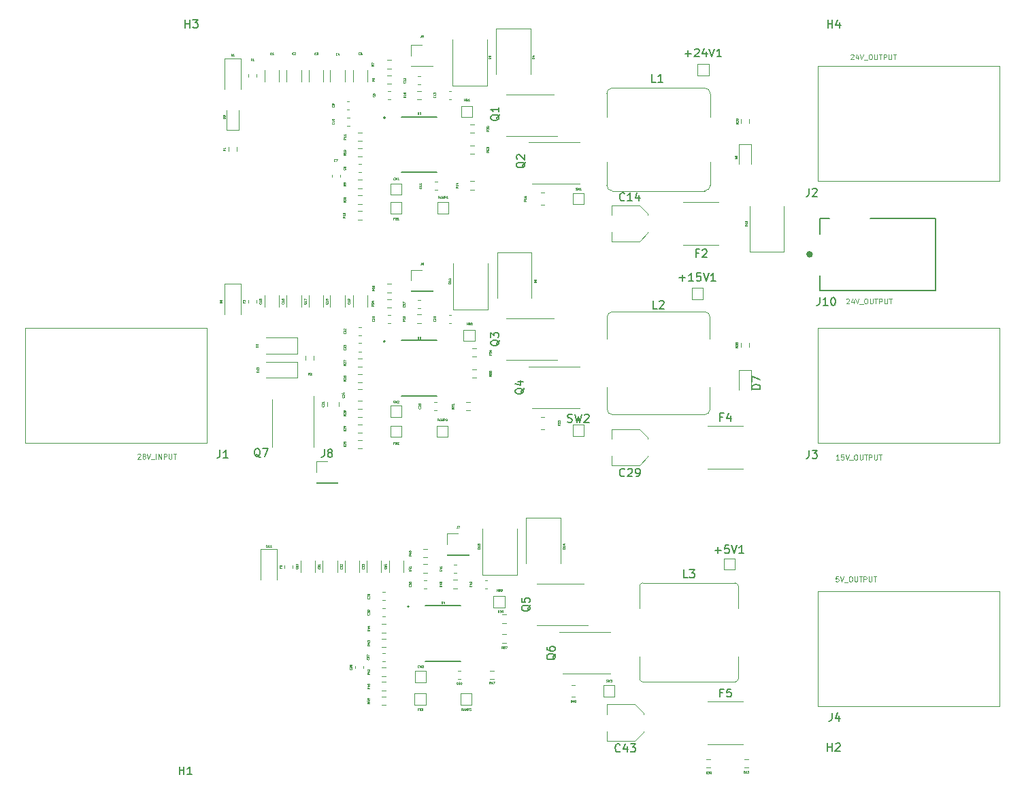
<source format=gbr>
%TF.GenerationSoftware,KiCad,Pcbnew,(6.0.4)*%
%TF.CreationDate,2023-02-06T16:45:10+05:30*%
%TF.ProjectId,CON0100,434f4e30-3130-4302-9e6b-696361645f70,rev?*%
%TF.SameCoordinates,Original*%
%TF.FileFunction,Legend,Top*%
%TF.FilePolarity,Positive*%
%FSLAX46Y46*%
G04 Gerber Fmt 4.6, Leading zero omitted, Abs format (unit mm)*
G04 Created by KiCad (PCBNEW (6.0.4)) date 2023-02-06 16:45:10*
%MOMM*%
%LPD*%
G01*
G04 APERTURE LIST*
%ADD10C,0.063500*%
%ADD11C,0.150000*%
%ADD12C,0.120000*%
%ADD13C,0.127000*%
%ADD14C,0.200000*%
%ADD15C,0.400000*%
G04 APERTURE END LIST*
D10*
X335750481Y-115837252D02*
X335448100Y-115837252D01*
X335417862Y-116139633D01*
X335448100Y-116109395D01*
X335508576Y-116079157D01*
X335659766Y-116079157D01*
X335720243Y-116109395D01*
X335750481Y-116139633D01*
X335780719Y-116200110D01*
X335780719Y-116351300D01*
X335750481Y-116411776D01*
X335720243Y-116442014D01*
X335659766Y-116472252D01*
X335508576Y-116472252D01*
X335448100Y-116442014D01*
X335417862Y-116411776D01*
X335962147Y-115837252D02*
X336173814Y-116472252D01*
X336385481Y-115837252D01*
X336445957Y-116532729D02*
X336929766Y-116532729D01*
X337201909Y-115837252D02*
X337322862Y-115837252D01*
X337383338Y-115867491D01*
X337443814Y-115927967D01*
X337474052Y-116048919D01*
X337474052Y-116260586D01*
X337443814Y-116381538D01*
X337383338Y-116442014D01*
X337322862Y-116472252D01*
X337201909Y-116472252D01*
X337141433Y-116442014D01*
X337080957Y-116381538D01*
X337050719Y-116260586D01*
X337050719Y-116048919D01*
X337080957Y-115927967D01*
X337141433Y-115867491D01*
X337201909Y-115837252D01*
X337746195Y-115837252D02*
X337746195Y-116351300D01*
X337776433Y-116411776D01*
X337806671Y-116442014D01*
X337867147Y-116472252D01*
X337988100Y-116472252D01*
X338048576Y-116442014D01*
X338078814Y-116411776D01*
X338109052Y-116351300D01*
X338109052Y-115837252D01*
X338320719Y-115837252D02*
X338683576Y-115837252D01*
X338502147Y-116472252D02*
X338502147Y-115837252D01*
X338895243Y-116472252D02*
X338895243Y-115837252D01*
X339137147Y-115837252D01*
X339197624Y-115867491D01*
X339227862Y-115897729D01*
X339258100Y-115958205D01*
X339258100Y-116048919D01*
X339227862Y-116109395D01*
X339197624Y-116139633D01*
X339137147Y-116169871D01*
X338895243Y-116169871D01*
X339530243Y-115837252D02*
X339530243Y-116351300D01*
X339560481Y-116411776D01*
X339590719Y-116442014D01*
X339651195Y-116472252D01*
X339772147Y-116472252D01*
X339832624Y-116442014D01*
X339862862Y-116411776D01*
X339893100Y-116351300D01*
X339893100Y-115837252D01*
X340104766Y-115837252D02*
X340467624Y-115837252D01*
X340286195Y-116472252D02*
X340286195Y-115837252D01*
X335828350Y-101302255D02*
X335465493Y-101302255D01*
X335646921Y-101302255D02*
X335646921Y-100667255D01*
X335586445Y-100757970D01*
X335525969Y-100818446D01*
X335465493Y-100848684D01*
X336402874Y-100667255D02*
X336100493Y-100667255D01*
X336070255Y-100969636D01*
X336100493Y-100939398D01*
X336160969Y-100909160D01*
X336312159Y-100909160D01*
X336372636Y-100939398D01*
X336402874Y-100969636D01*
X336433112Y-101030113D01*
X336433112Y-101181303D01*
X336402874Y-101241779D01*
X336372636Y-101272017D01*
X336312159Y-101302255D01*
X336160969Y-101302255D01*
X336100493Y-101272017D01*
X336070255Y-101241779D01*
X336614540Y-100667255D02*
X336826207Y-101302255D01*
X337037874Y-100667255D01*
X337098350Y-101362732D02*
X337582159Y-101362732D01*
X337854302Y-100667255D02*
X337975255Y-100667255D01*
X338035731Y-100697494D01*
X338096207Y-100757970D01*
X338126445Y-100878922D01*
X338126445Y-101090589D01*
X338096207Y-101211541D01*
X338035731Y-101272017D01*
X337975255Y-101302255D01*
X337854302Y-101302255D01*
X337793826Y-101272017D01*
X337733350Y-101211541D01*
X337703112Y-101090589D01*
X337703112Y-100878922D01*
X337733350Y-100757970D01*
X337793826Y-100697494D01*
X337854302Y-100667255D01*
X338398588Y-100667255D02*
X338398588Y-101181303D01*
X338428826Y-101241779D01*
X338459064Y-101272017D01*
X338519540Y-101302255D01*
X338640493Y-101302255D01*
X338700969Y-101272017D01*
X338731207Y-101241779D01*
X338761445Y-101181303D01*
X338761445Y-100667255D01*
X338973112Y-100667255D02*
X339335969Y-100667255D01*
X339154540Y-101302255D02*
X339154540Y-100667255D01*
X339547636Y-101302255D02*
X339547636Y-100667255D01*
X339789540Y-100667255D01*
X339850017Y-100697494D01*
X339880255Y-100727732D01*
X339910493Y-100788208D01*
X339910493Y-100878922D01*
X339880255Y-100939398D01*
X339850017Y-100969636D01*
X339789540Y-100999874D01*
X339547636Y-100999874D01*
X340182636Y-100667255D02*
X340182636Y-101181303D01*
X340212874Y-101241779D01*
X340243112Y-101272017D01*
X340303588Y-101302255D01*
X340424540Y-101302255D01*
X340485017Y-101272017D01*
X340515255Y-101241779D01*
X340545493Y-101181303D01*
X340545493Y-100667255D01*
X340757159Y-100667255D02*
X341120017Y-100667255D01*
X340938588Y-101302255D02*
X340938588Y-100667255D01*
X336725487Y-81317731D02*
X336755725Y-81287493D01*
X336816201Y-81257254D01*
X336967391Y-81257254D01*
X337027868Y-81287493D01*
X337058106Y-81317731D01*
X337088344Y-81378207D01*
X337088344Y-81438683D01*
X337058106Y-81529397D01*
X336695249Y-81892254D01*
X337088344Y-81892254D01*
X337632630Y-81468921D02*
X337632630Y-81892254D01*
X337481439Y-81227016D02*
X337330249Y-81680588D01*
X337723344Y-81680588D01*
X337874534Y-81257254D02*
X338086201Y-81892254D01*
X338297868Y-81257254D01*
X338358344Y-81952731D02*
X338842153Y-81952731D01*
X339114296Y-81257254D02*
X339235249Y-81257254D01*
X339295725Y-81287493D01*
X339356201Y-81347969D01*
X339386439Y-81468921D01*
X339386439Y-81680588D01*
X339356201Y-81801540D01*
X339295725Y-81862016D01*
X339235249Y-81892254D01*
X339114296Y-81892254D01*
X339053820Y-81862016D01*
X338993344Y-81801540D01*
X338963106Y-81680588D01*
X338963106Y-81468921D01*
X338993344Y-81347969D01*
X339053820Y-81287493D01*
X339114296Y-81257254D01*
X339658582Y-81257254D02*
X339658582Y-81771302D01*
X339688820Y-81831778D01*
X339719058Y-81862016D01*
X339779534Y-81892254D01*
X339900487Y-81892254D01*
X339960963Y-81862016D01*
X339991201Y-81831778D01*
X340021439Y-81771302D01*
X340021439Y-81257254D01*
X340233106Y-81257254D02*
X340595963Y-81257254D01*
X340414534Y-81892254D02*
X340414534Y-81257254D01*
X340807630Y-81892254D02*
X340807630Y-81257254D01*
X341049534Y-81257254D01*
X341110011Y-81287493D01*
X341140249Y-81317731D01*
X341170487Y-81378207D01*
X341170487Y-81468921D01*
X341140249Y-81529397D01*
X341110011Y-81559635D01*
X341049534Y-81589873D01*
X340807630Y-81589873D01*
X341442630Y-81257254D02*
X341442630Y-81771302D01*
X341472868Y-81831778D01*
X341503106Y-81862016D01*
X341563582Y-81892254D01*
X341684534Y-81892254D01*
X341745011Y-81862016D01*
X341775249Y-81831778D01*
X341805487Y-81771302D01*
X341805487Y-81257254D01*
X342017153Y-81257254D02*
X342380011Y-81257254D01*
X342198582Y-81892254D02*
X342198582Y-81257254D01*
X337275487Y-50927731D02*
X337305725Y-50897493D01*
X337366201Y-50867254D01*
X337517391Y-50867254D01*
X337577868Y-50897493D01*
X337608106Y-50927731D01*
X337638344Y-50988207D01*
X337638344Y-51048683D01*
X337608106Y-51139397D01*
X337245249Y-51502254D01*
X337638344Y-51502254D01*
X338182630Y-51078921D02*
X338182630Y-51502254D01*
X338031439Y-50837016D02*
X337880249Y-51290588D01*
X338273344Y-51290588D01*
X338424534Y-50867254D02*
X338636201Y-51502254D01*
X338847868Y-50867254D01*
X338908344Y-51562731D02*
X339392153Y-51562731D01*
X339664296Y-50867254D02*
X339785249Y-50867254D01*
X339845725Y-50897493D01*
X339906201Y-50957969D01*
X339936439Y-51078921D01*
X339936439Y-51290588D01*
X339906201Y-51411540D01*
X339845725Y-51472016D01*
X339785249Y-51502254D01*
X339664296Y-51502254D01*
X339603820Y-51472016D01*
X339543344Y-51411540D01*
X339513106Y-51290588D01*
X339513106Y-51078921D01*
X339543344Y-50957969D01*
X339603820Y-50897493D01*
X339664296Y-50867254D01*
X340208582Y-50867254D02*
X340208582Y-51381302D01*
X340238820Y-51441778D01*
X340269058Y-51472016D01*
X340329534Y-51502254D01*
X340450487Y-51502254D01*
X340510963Y-51472016D01*
X340541201Y-51441778D01*
X340571439Y-51381302D01*
X340571439Y-50867254D01*
X340783106Y-50867254D02*
X341145963Y-50867254D01*
X340964534Y-51502254D02*
X340964534Y-50867254D01*
X341357630Y-51502254D02*
X341357630Y-50867254D01*
X341599534Y-50867254D01*
X341660011Y-50897493D01*
X341690249Y-50927731D01*
X341720487Y-50988207D01*
X341720487Y-51078921D01*
X341690249Y-51139397D01*
X341660011Y-51169635D01*
X341599534Y-51199873D01*
X341357630Y-51199873D01*
X341992630Y-50867254D02*
X341992630Y-51381302D01*
X342022868Y-51441778D01*
X342053106Y-51472016D01*
X342113582Y-51502254D01*
X342234534Y-51502254D01*
X342295011Y-51472016D01*
X342325249Y-51441778D01*
X342355487Y-51381302D01*
X342355487Y-50867254D01*
X342567153Y-50867254D02*
X342930011Y-50867254D01*
X342748582Y-51502254D02*
X342748582Y-50867254D01*
X248548820Y-100637731D02*
X248579058Y-100607493D01*
X248639534Y-100577254D01*
X248790725Y-100577254D01*
X248851201Y-100607493D01*
X248881439Y-100637731D01*
X248911677Y-100698207D01*
X248911677Y-100758683D01*
X248881439Y-100849397D01*
X248518582Y-101212254D01*
X248911677Y-101212254D01*
X249274534Y-100849397D02*
X249214058Y-100819159D01*
X249183820Y-100788921D01*
X249153582Y-100728445D01*
X249153582Y-100698207D01*
X249183820Y-100637731D01*
X249214058Y-100607493D01*
X249274534Y-100577254D01*
X249395487Y-100577254D01*
X249455963Y-100607493D01*
X249486201Y-100637731D01*
X249516439Y-100698207D01*
X249516439Y-100728445D01*
X249486201Y-100788921D01*
X249455963Y-100819159D01*
X249395487Y-100849397D01*
X249274534Y-100849397D01*
X249214058Y-100879635D01*
X249183820Y-100909873D01*
X249153582Y-100970350D01*
X249153582Y-101091302D01*
X249183820Y-101151778D01*
X249214058Y-101182016D01*
X249274534Y-101212254D01*
X249395487Y-101212254D01*
X249455963Y-101182016D01*
X249486201Y-101151778D01*
X249516439Y-101091302D01*
X249516439Y-100970350D01*
X249486201Y-100909873D01*
X249455963Y-100879635D01*
X249395487Y-100849397D01*
X249697868Y-100577254D02*
X249909534Y-101212254D01*
X250121201Y-100577254D01*
X250181677Y-101272731D02*
X250665487Y-101272731D01*
X250816677Y-101212254D02*
X250816677Y-100577254D01*
X251119058Y-101212254D02*
X251119058Y-100577254D01*
X251481915Y-101212254D01*
X251481915Y-100577254D01*
X251784296Y-101212254D02*
X251784296Y-100577254D01*
X252026201Y-100577254D01*
X252086677Y-100607493D01*
X252116915Y-100637731D01*
X252147153Y-100698207D01*
X252147153Y-100788921D01*
X252116915Y-100849397D01*
X252086677Y-100879635D01*
X252026201Y-100909873D01*
X251784296Y-100909873D01*
X252419296Y-100577254D02*
X252419296Y-101091302D01*
X252449534Y-101151778D01*
X252479772Y-101182016D01*
X252540249Y-101212254D01*
X252661201Y-101212254D01*
X252721677Y-101182016D01*
X252751915Y-101151778D01*
X252782153Y-101091302D01*
X252782153Y-100577254D01*
X252993820Y-100577254D02*
X253356677Y-100577254D01*
X253175249Y-101212254D02*
X253175249Y-100577254D01*
%TO.C,R2*%
X269915177Y-90749897D02*
X269830511Y-90628945D01*
X269770034Y-90749897D02*
X269770034Y-90495897D01*
X269866796Y-90495897D01*
X269890987Y-90507993D01*
X269903082Y-90520088D01*
X269915177Y-90544278D01*
X269915177Y-90580564D01*
X269903082Y-90604754D01*
X269890987Y-90616850D01*
X269866796Y-90628945D01*
X269770034Y-90628945D01*
X270011939Y-90520088D02*
X270024034Y-90507993D01*
X270048225Y-90495897D01*
X270108701Y-90495897D01*
X270132891Y-90507993D01*
X270144987Y-90520088D01*
X270157082Y-90544278D01*
X270157082Y-90568469D01*
X270144987Y-90604754D01*
X269999844Y-90749897D01*
X270157082Y-90749897D01*
%TO.C,R1*%
X259457415Y-62679826D02*
X259336463Y-62764493D01*
X259457415Y-62824969D02*
X259203415Y-62824969D01*
X259203415Y-62728207D01*
X259215511Y-62704016D01*
X259227606Y-62691921D01*
X259251796Y-62679826D01*
X259288082Y-62679826D01*
X259312272Y-62691921D01*
X259324368Y-62704016D01*
X259336463Y-62728207D01*
X259336463Y-62824969D01*
X259457415Y-62437921D02*
X259457415Y-62583064D01*
X259457415Y-62510493D02*
X259203415Y-62510493D01*
X259239701Y-62534683D01*
X259263891Y-62558873D01*
X259275987Y-62583064D01*
D11*
%TO.C,Q7*%
X263797272Y-101002612D02*
X263702034Y-100954993D01*
X263606796Y-100859754D01*
X263463939Y-100716897D01*
X263368701Y-100669278D01*
X263273463Y-100669278D01*
X263321082Y-100907373D02*
X263225844Y-100859754D01*
X263130606Y-100764516D01*
X263082987Y-100574040D01*
X263082987Y-100240707D01*
X263130606Y-100050231D01*
X263225844Y-99954993D01*
X263321082Y-99907373D01*
X263511558Y-99907373D01*
X263606796Y-99954993D01*
X263702034Y-100050231D01*
X263749653Y-100240707D01*
X263749653Y-100574040D01*
X263702034Y-100764516D01*
X263606796Y-100859754D01*
X263511558Y-100907373D01*
X263321082Y-100907373D01*
X264082987Y-99907373D02*
X264749653Y-99907373D01*
X264321082Y-100907373D01*
D10*
%TO.C,D13*%
X263607415Y-90423421D02*
X263353415Y-90423421D01*
X263353415Y-90362945D01*
X263365511Y-90326659D01*
X263389701Y-90302469D01*
X263413891Y-90290373D01*
X263462272Y-90278278D01*
X263498558Y-90278278D01*
X263546939Y-90290373D01*
X263571130Y-90302469D01*
X263595320Y-90326659D01*
X263607415Y-90362945D01*
X263607415Y-90423421D01*
X263607415Y-90036373D02*
X263607415Y-90181516D01*
X263607415Y-90108945D02*
X263353415Y-90108945D01*
X263389701Y-90133135D01*
X263413891Y-90157326D01*
X263425987Y-90181516D01*
X263353415Y-89951707D02*
X263353415Y-89794469D01*
X263450177Y-89879135D01*
X263450177Y-89842850D01*
X263462272Y-89818659D01*
X263474368Y-89806564D01*
X263498558Y-89794469D01*
X263559034Y-89794469D01*
X263583225Y-89806564D01*
X263595320Y-89818659D01*
X263607415Y-89842850D01*
X263607415Y-89915421D01*
X263595320Y-89939612D01*
X263583225Y-89951707D01*
%TO.C,D12*%
X323954082Y-140299897D02*
X323954082Y-140045897D01*
X324014558Y-140045897D01*
X324050844Y-140057993D01*
X324075034Y-140082183D01*
X324087130Y-140106373D01*
X324099225Y-140154754D01*
X324099225Y-140191040D01*
X324087130Y-140239421D01*
X324075034Y-140263612D01*
X324050844Y-140287802D01*
X324014558Y-140299897D01*
X323954082Y-140299897D01*
X324341130Y-140299897D02*
X324195987Y-140299897D01*
X324268558Y-140299897D02*
X324268558Y-140045897D01*
X324244368Y-140082183D01*
X324220177Y-140106373D01*
X324195987Y-140118469D01*
X324437891Y-140070088D02*
X324449987Y-140057993D01*
X324474177Y-140045897D01*
X324534653Y-140045897D01*
X324558844Y-140057993D01*
X324570939Y-140070088D01*
X324583034Y-140094278D01*
X324583034Y-140118469D01*
X324570939Y-140154754D01*
X324425796Y-140299897D01*
X324583034Y-140299897D01*
%TO.C,D3*%
X259397415Y-58829967D02*
X259143415Y-58829967D01*
X259143415Y-58769491D01*
X259155511Y-58733205D01*
X259179701Y-58709014D01*
X259203891Y-58696919D01*
X259252272Y-58684824D01*
X259288558Y-58684824D01*
X259336939Y-58696919D01*
X259361130Y-58709014D01*
X259385320Y-58733205D01*
X259397415Y-58769491D01*
X259397415Y-58829967D01*
X259143415Y-58600157D02*
X259143415Y-58442919D01*
X259240177Y-58527586D01*
X259240177Y-58491300D01*
X259252272Y-58467110D01*
X259264368Y-58455014D01*
X259288558Y-58442919D01*
X259349034Y-58442919D01*
X259373225Y-58455014D01*
X259385320Y-58467110D01*
X259397415Y-58491300D01*
X259397415Y-58563871D01*
X259385320Y-58588062D01*
X259373225Y-58600157D01*
D11*
%TO.C,D7*%
X326004891Y-92523088D02*
X325004891Y-92523088D01*
X325004891Y-92284993D01*
X325052511Y-92142135D01*
X325147749Y-92046897D01*
X325242987Y-91999278D01*
X325433463Y-91951659D01*
X325576320Y-91951659D01*
X325766796Y-91999278D01*
X325862034Y-92046897D01*
X325957272Y-92142135D01*
X326004891Y-92284993D01*
X326004891Y-92523088D01*
X325004891Y-91618326D02*
X325004891Y-90951659D01*
X326004891Y-91380231D01*
D10*
%TO.C,D2*%
X263537415Y-87282469D02*
X263283415Y-87282469D01*
X263283415Y-87221993D01*
X263295511Y-87185707D01*
X263319701Y-87161516D01*
X263343891Y-87149421D01*
X263392272Y-87137326D01*
X263428558Y-87137326D01*
X263476939Y-87149421D01*
X263501130Y-87161516D01*
X263525320Y-87185707D01*
X263537415Y-87221993D01*
X263537415Y-87282469D01*
X263307606Y-87040564D02*
X263295511Y-87028469D01*
X263283415Y-87004278D01*
X263283415Y-86943802D01*
X263295511Y-86919612D01*
X263307606Y-86907516D01*
X263331796Y-86895421D01*
X263355987Y-86895421D01*
X263392272Y-86907516D01*
X263537415Y-87052659D01*
X263537415Y-86895421D01*
%TO.C,RAMP3*%
X288969177Y-132499897D02*
X288884511Y-132378945D01*
X288824034Y-132499897D02*
X288824034Y-132245897D01*
X288920796Y-132245897D01*
X288944987Y-132257993D01*
X288957082Y-132270088D01*
X288969177Y-132294278D01*
X288969177Y-132330564D01*
X288957082Y-132354754D01*
X288944987Y-132366850D01*
X288920796Y-132378945D01*
X288824034Y-132378945D01*
X289065939Y-132427326D02*
X289186891Y-132427326D01*
X289041749Y-132499897D02*
X289126415Y-132245897D01*
X289211082Y-132499897D01*
X289295749Y-132499897D02*
X289295749Y-132245897D01*
X289380415Y-132427326D01*
X289465082Y-132245897D01*
X289465082Y-132499897D01*
X289586034Y-132499897D02*
X289586034Y-132245897D01*
X289682796Y-132245897D01*
X289706987Y-132257993D01*
X289719082Y-132270088D01*
X289731177Y-132294278D01*
X289731177Y-132330564D01*
X289719082Y-132354754D01*
X289706987Y-132366850D01*
X289682796Y-132378945D01*
X289586034Y-132378945D01*
X289815844Y-132245897D02*
X289973082Y-132245897D01*
X289888415Y-132342659D01*
X289924701Y-132342659D01*
X289948891Y-132354754D01*
X289960987Y-132366850D01*
X289973082Y-132391040D01*
X289973082Y-132451516D01*
X289960987Y-132475707D01*
X289948891Y-132487802D01*
X289924701Y-132499897D01*
X289852130Y-132499897D01*
X289827939Y-132487802D01*
X289815844Y-132475707D01*
%TO.C,RAMP2*%
X286024174Y-96456907D02*
X285939508Y-96335955D01*
X285879031Y-96456907D02*
X285879031Y-96202907D01*
X285975793Y-96202907D01*
X285999984Y-96215003D01*
X286012079Y-96227098D01*
X286024174Y-96251288D01*
X286024174Y-96287574D01*
X286012079Y-96311764D01*
X285999984Y-96323860D01*
X285975793Y-96335955D01*
X285879031Y-96335955D01*
X286120936Y-96384336D02*
X286241888Y-96384336D01*
X286096746Y-96456907D02*
X286181412Y-96202907D01*
X286266079Y-96456907D01*
X286350746Y-96456907D02*
X286350746Y-96202907D01*
X286435412Y-96384336D01*
X286520079Y-96202907D01*
X286520079Y-96456907D01*
X286641031Y-96456907D02*
X286641031Y-96202907D01*
X286737793Y-96202907D01*
X286761984Y-96215003D01*
X286774079Y-96227098D01*
X286786174Y-96251288D01*
X286786174Y-96287574D01*
X286774079Y-96311764D01*
X286761984Y-96323860D01*
X286737793Y-96335955D01*
X286641031Y-96335955D01*
X286882936Y-96227098D02*
X286895031Y-96215003D01*
X286919222Y-96202907D01*
X286979698Y-96202907D01*
X287003888Y-96215003D01*
X287015984Y-96227098D01*
X287028079Y-96251288D01*
X287028079Y-96275479D01*
X287015984Y-96311764D01*
X286870841Y-96456907D01*
X287028079Y-96456907D01*
%TO.C,FB3*%
X283490844Y-132386850D02*
X283406177Y-132386850D01*
X283406177Y-132519897D02*
X283406177Y-132265897D01*
X283527130Y-132265897D01*
X283708558Y-132386850D02*
X283744844Y-132398945D01*
X283756939Y-132411040D01*
X283769034Y-132435231D01*
X283769034Y-132471516D01*
X283756939Y-132495707D01*
X283744844Y-132507802D01*
X283720653Y-132519897D01*
X283623891Y-132519897D01*
X283623891Y-132265897D01*
X283708558Y-132265897D01*
X283732749Y-132277993D01*
X283744844Y-132290088D01*
X283756939Y-132314278D01*
X283756939Y-132338469D01*
X283744844Y-132362659D01*
X283732749Y-132374754D01*
X283708558Y-132386850D01*
X283623891Y-132386850D01*
X283853701Y-132265897D02*
X284010939Y-132265897D01*
X283926272Y-132362659D01*
X283962558Y-132362659D01*
X283986749Y-132374754D01*
X283998844Y-132386850D01*
X284010939Y-132411040D01*
X284010939Y-132471516D01*
X283998844Y-132495707D01*
X283986749Y-132507802D01*
X283962558Y-132519897D01*
X283889987Y-132519897D01*
X283865796Y-132507802D01*
X283853701Y-132495707D01*
%TO.C,FB2*%
X280470844Y-99206850D02*
X280386177Y-99206850D01*
X280386177Y-99339897D02*
X280386177Y-99085897D01*
X280507130Y-99085897D01*
X280688558Y-99206850D02*
X280724844Y-99218945D01*
X280736939Y-99231040D01*
X280749034Y-99255231D01*
X280749034Y-99291516D01*
X280736939Y-99315707D01*
X280724844Y-99327802D01*
X280700653Y-99339897D01*
X280603891Y-99339897D01*
X280603891Y-99085897D01*
X280688558Y-99085897D01*
X280712749Y-99097993D01*
X280724844Y-99110088D01*
X280736939Y-99134278D01*
X280736939Y-99158469D01*
X280724844Y-99182659D01*
X280712749Y-99194754D01*
X280688558Y-99206850D01*
X280603891Y-99206850D01*
X280845796Y-99110088D02*
X280857891Y-99097993D01*
X280882082Y-99085897D01*
X280942558Y-99085897D01*
X280966749Y-99097993D01*
X280978844Y-99110088D01*
X280990939Y-99134278D01*
X280990939Y-99158469D01*
X280978844Y-99194754D01*
X280833701Y-99339897D01*
X280990939Y-99339897D01*
%TO.C,SW3*%
X306833844Y-128917802D02*
X306870130Y-128929897D01*
X306930606Y-128929897D01*
X306954796Y-128917802D01*
X306966891Y-128905707D01*
X306978987Y-128881516D01*
X306978987Y-128857326D01*
X306966891Y-128833135D01*
X306954796Y-128821040D01*
X306930606Y-128808945D01*
X306882225Y-128796850D01*
X306858034Y-128784754D01*
X306845939Y-128772659D01*
X306833844Y-128748469D01*
X306833844Y-128724278D01*
X306845939Y-128700088D01*
X306858034Y-128687993D01*
X306882225Y-128675897D01*
X306942701Y-128675897D01*
X306978987Y-128687993D01*
X307063653Y-128675897D02*
X307124130Y-128929897D01*
X307172511Y-128748469D01*
X307220891Y-128929897D01*
X307281368Y-128675897D01*
X307353939Y-128675897D02*
X307511177Y-128675897D01*
X307426511Y-128772659D01*
X307462796Y-128772659D01*
X307486987Y-128784754D01*
X307499082Y-128796850D01*
X307511177Y-128821040D01*
X307511177Y-128881516D01*
X307499082Y-128905707D01*
X307486987Y-128917802D01*
X307462796Y-128929897D01*
X307390225Y-128929897D01*
X307366034Y-128917802D01*
X307353939Y-128905707D01*
D11*
%TO.C,SW2*%
X302049166Y-96596756D02*
X302192023Y-96644375D01*
X302430119Y-96644375D01*
X302525357Y-96596756D01*
X302572976Y-96549137D01*
X302620595Y-96453899D01*
X302620595Y-96358661D01*
X302572976Y-96263423D01*
X302525357Y-96215804D01*
X302430119Y-96168185D01*
X302239642Y-96120566D01*
X302144404Y-96072947D01*
X302096785Y-96025328D01*
X302049166Y-95930090D01*
X302049166Y-95834852D01*
X302096785Y-95739614D01*
X302144404Y-95691995D01*
X302239642Y-95644375D01*
X302477738Y-95644375D01*
X302620595Y-95691995D01*
X302953928Y-95644375D02*
X303192023Y-96644375D01*
X303382500Y-95930090D01*
X303572976Y-96644375D01*
X303811071Y-95644375D01*
X304144404Y-95739614D02*
X304192023Y-95691995D01*
X304287261Y-95644375D01*
X304525357Y-95644375D01*
X304620595Y-95691995D01*
X304668214Y-95739614D01*
X304715833Y-95834852D01*
X304715833Y-95930090D01*
X304668214Y-96072947D01*
X304096785Y-96644375D01*
X304715833Y-96644375D01*
D10*
%TO.C,CM3*%
X283535043Y-127105707D02*
X283522948Y-127117802D01*
X283486662Y-127129897D01*
X283462472Y-127129897D01*
X283426186Y-127117802D01*
X283401996Y-127093612D01*
X283389900Y-127069421D01*
X283377805Y-127021040D01*
X283377805Y-126984754D01*
X283389900Y-126936373D01*
X283401996Y-126912183D01*
X283426186Y-126887993D01*
X283462472Y-126875897D01*
X283486662Y-126875897D01*
X283522948Y-126887993D01*
X283535043Y-126900088D01*
X283643900Y-127129897D02*
X283643900Y-126875897D01*
X283728567Y-127057326D01*
X283813234Y-126875897D01*
X283813234Y-127129897D01*
X283909996Y-126875897D02*
X284067234Y-126875897D01*
X283982567Y-126972659D01*
X284018853Y-126972659D01*
X284043043Y-126984754D01*
X284055139Y-126996850D01*
X284067234Y-127021040D01*
X284067234Y-127081516D01*
X284055139Y-127105707D01*
X284043043Y-127117802D01*
X284018853Y-127129897D01*
X283946281Y-127129897D01*
X283922091Y-127117802D01*
X283909996Y-127105707D01*
%TO.C,CM2*%
X280510030Y-94155707D02*
X280497935Y-94167802D01*
X280461649Y-94179897D01*
X280437459Y-94179897D01*
X280401173Y-94167802D01*
X280376983Y-94143612D01*
X280364887Y-94119421D01*
X280352792Y-94071040D01*
X280352792Y-94034754D01*
X280364887Y-93986373D01*
X280376983Y-93962183D01*
X280401173Y-93937993D01*
X280437459Y-93925897D01*
X280461649Y-93925897D01*
X280497935Y-93937993D01*
X280510030Y-93950088D01*
X280618887Y-94179897D02*
X280618887Y-93925897D01*
X280703554Y-94107326D01*
X280788221Y-93925897D01*
X280788221Y-94179897D01*
X280897078Y-93950088D02*
X280909173Y-93937993D01*
X280933364Y-93925897D01*
X280993840Y-93925897D01*
X281018030Y-93937993D01*
X281030126Y-93950088D01*
X281042221Y-93974278D01*
X281042221Y-93998469D01*
X281030126Y-94034754D01*
X280884983Y-94179897D01*
X281042221Y-94179897D01*
%TO.C,SW1*%
X303043834Y-67687802D02*
X303080120Y-67699897D01*
X303140596Y-67699897D01*
X303164786Y-67687802D01*
X303176881Y-67675707D01*
X303188977Y-67651516D01*
X303188977Y-67627326D01*
X303176881Y-67603135D01*
X303164786Y-67591040D01*
X303140596Y-67578945D01*
X303092215Y-67566850D01*
X303068024Y-67554754D01*
X303055929Y-67542659D01*
X303043834Y-67518469D01*
X303043834Y-67494278D01*
X303055929Y-67470088D01*
X303068024Y-67457993D01*
X303092215Y-67445897D01*
X303152691Y-67445897D01*
X303188977Y-67457993D01*
X303273643Y-67445897D02*
X303334120Y-67699897D01*
X303382501Y-67518469D01*
X303430881Y-67699897D01*
X303491358Y-67445897D01*
X303721167Y-67699897D02*
X303576024Y-67699897D01*
X303648596Y-67699897D02*
X303648596Y-67445897D01*
X303624405Y-67482183D01*
X303600215Y-67506373D01*
X303576024Y-67518469D01*
%TO.C,RAMP1*%
X286099180Y-68769897D02*
X286014514Y-68648945D01*
X285954037Y-68769897D02*
X285954037Y-68515897D01*
X286050799Y-68515897D01*
X286074990Y-68527993D01*
X286087085Y-68540088D01*
X286099180Y-68564278D01*
X286099180Y-68600564D01*
X286087085Y-68624754D01*
X286074990Y-68636850D01*
X286050799Y-68648945D01*
X285954037Y-68648945D01*
X286195942Y-68697326D02*
X286316894Y-68697326D01*
X286171752Y-68769897D02*
X286256418Y-68515897D01*
X286341085Y-68769897D01*
X286425752Y-68769897D02*
X286425752Y-68515897D01*
X286510418Y-68697326D01*
X286595085Y-68515897D01*
X286595085Y-68769897D01*
X286716037Y-68769897D02*
X286716037Y-68515897D01*
X286812799Y-68515897D01*
X286836990Y-68527993D01*
X286849085Y-68540088D01*
X286861180Y-68564278D01*
X286861180Y-68600564D01*
X286849085Y-68624754D01*
X286836990Y-68636850D01*
X286812799Y-68648945D01*
X286716037Y-68648945D01*
X287103085Y-68769897D02*
X286957942Y-68769897D01*
X287030514Y-68769897D02*
X287030514Y-68515897D01*
X287006323Y-68552183D01*
X286982133Y-68576373D01*
X286957942Y-68588469D01*
%TO.C,HB3*%
X293201976Y-117636900D02*
X293201976Y-117382900D01*
X293201976Y-117503853D02*
X293347119Y-117503853D01*
X293347119Y-117636900D02*
X293347119Y-117382900D01*
X293552738Y-117503853D02*
X293589023Y-117515948D01*
X293601119Y-117528043D01*
X293613214Y-117552234D01*
X293613214Y-117588519D01*
X293601119Y-117612710D01*
X293589023Y-117624805D01*
X293564833Y-117636900D01*
X293468071Y-117636900D01*
X293468071Y-117382900D01*
X293552738Y-117382900D01*
X293576928Y-117394996D01*
X293589023Y-117407091D01*
X293601119Y-117431281D01*
X293601119Y-117455472D01*
X293589023Y-117479662D01*
X293576928Y-117491757D01*
X293552738Y-117503853D01*
X293468071Y-117503853D01*
X293697880Y-117382900D02*
X293855119Y-117382900D01*
X293770452Y-117479662D01*
X293806738Y-117479662D01*
X293830928Y-117491757D01*
X293843023Y-117503853D01*
X293855119Y-117528043D01*
X293855119Y-117588519D01*
X293843023Y-117612710D01*
X293830928Y-117624805D01*
X293806738Y-117636900D01*
X293734166Y-117636900D01*
X293709976Y-117624805D01*
X293697880Y-117612710D01*
%TO.C,HB2*%
X289476990Y-84511897D02*
X289476990Y-84257897D01*
X289476990Y-84378850D02*
X289622133Y-84378850D01*
X289622133Y-84511897D02*
X289622133Y-84257897D01*
X289827752Y-84378850D02*
X289864037Y-84390945D01*
X289876133Y-84403040D01*
X289888228Y-84427231D01*
X289888228Y-84463516D01*
X289876133Y-84487707D01*
X289864037Y-84499802D01*
X289839847Y-84511897D01*
X289743085Y-84511897D01*
X289743085Y-84257897D01*
X289827752Y-84257897D01*
X289851942Y-84269993D01*
X289864037Y-84282088D01*
X289876133Y-84306278D01*
X289876133Y-84330469D01*
X289864037Y-84354659D01*
X289851942Y-84366754D01*
X289827752Y-84378850D01*
X289743085Y-84378850D01*
X289984990Y-84282088D02*
X289997085Y-84269993D01*
X290021275Y-84257897D01*
X290081752Y-84257897D01*
X290105942Y-84269993D01*
X290118037Y-84282088D01*
X290130133Y-84306278D01*
X290130133Y-84330469D01*
X290118037Y-84366754D01*
X289972894Y-84511897D01*
X290130133Y-84511897D01*
%TO.C,HB1*%
X289176990Y-56661889D02*
X289176990Y-56407889D01*
X289176990Y-56528842D02*
X289322133Y-56528842D01*
X289322133Y-56661889D02*
X289322133Y-56407889D01*
X289527752Y-56528842D02*
X289564037Y-56540937D01*
X289576133Y-56553032D01*
X289588228Y-56577223D01*
X289588228Y-56613508D01*
X289576133Y-56637699D01*
X289564037Y-56649794D01*
X289539847Y-56661889D01*
X289443085Y-56661889D01*
X289443085Y-56407889D01*
X289527752Y-56407889D01*
X289551942Y-56419985D01*
X289564037Y-56432080D01*
X289576133Y-56456270D01*
X289576133Y-56480461D01*
X289564037Y-56504651D01*
X289551942Y-56516746D01*
X289527752Y-56528842D01*
X289443085Y-56528842D01*
X289830133Y-56661889D02*
X289684990Y-56661889D01*
X289757561Y-56661889D02*
X289757561Y-56407889D01*
X289733371Y-56444175D01*
X289709180Y-56468365D01*
X289684990Y-56480461D01*
%TO.C,FB1*%
X280470854Y-71296850D02*
X280386187Y-71296850D01*
X280386187Y-71429897D02*
X280386187Y-71175897D01*
X280507140Y-71175897D01*
X280688568Y-71296850D02*
X280724854Y-71308945D01*
X280736949Y-71321040D01*
X280749044Y-71345231D01*
X280749044Y-71381516D01*
X280736949Y-71405707D01*
X280724854Y-71417802D01*
X280700663Y-71429897D01*
X280603901Y-71429897D01*
X280603901Y-71175897D01*
X280688568Y-71175897D01*
X280712759Y-71187993D01*
X280724854Y-71200088D01*
X280736949Y-71224278D01*
X280736949Y-71248469D01*
X280724854Y-71272659D01*
X280712759Y-71284754D01*
X280688568Y-71296850D01*
X280603901Y-71296850D01*
X280990949Y-71429897D02*
X280845806Y-71429897D01*
X280918378Y-71429897D02*
X280918378Y-71175897D01*
X280894187Y-71212183D01*
X280869997Y-71236373D01*
X280845806Y-71248469D01*
%TO.C,CM1*%
X280515033Y-66435707D02*
X280502938Y-66447802D01*
X280466652Y-66459897D01*
X280442462Y-66459897D01*
X280406176Y-66447802D01*
X280381986Y-66423612D01*
X280369890Y-66399421D01*
X280357795Y-66351040D01*
X280357795Y-66314754D01*
X280369890Y-66266373D01*
X280381986Y-66242183D01*
X280406176Y-66217993D01*
X280442462Y-66205897D01*
X280466652Y-66205897D01*
X280502938Y-66217993D01*
X280515033Y-66230088D01*
X280623890Y-66459897D02*
X280623890Y-66205897D01*
X280708557Y-66387326D01*
X280793224Y-66205897D01*
X280793224Y-66459897D01*
X281047224Y-66459897D02*
X280902081Y-66459897D01*
X280974652Y-66459897D02*
X280974652Y-66205897D01*
X280950462Y-66242183D01*
X280926271Y-66266373D01*
X280902081Y-66278469D01*
D11*
%TO.C,+24V1*%
X316664415Y-50776421D02*
X317426320Y-50776421D01*
X317045368Y-51157373D02*
X317045368Y-50395469D01*
X317854891Y-50252612D02*
X317902511Y-50204993D01*
X317997749Y-50157373D01*
X318235844Y-50157373D01*
X318331082Y-50204993D01*
X318378701Y-50252612D01*
X318426320Y-50347850D01*
X318426320Y-50443088D01*
X318378701Y-50585945D01*
X317807272Y-51157373D01*
X318426320Y-51157373D01*
X319283463Y-50490707D02*
X319283463Y-51157373D01*
X319045368Y-50109754D02*
X318807272Y-50824040D01*
X319426320Y-50824040D01*
X319664415Y-50157373D02*
X319997749Y-51157373D01*
X320331082Y-50157373D01*
X321188225Y-51157373D02*
X320616796Y-51157373D01*
X320902511Y-51157373D02*
X320902511Y-50157373D01*
X320807272Y-50300231D01*
X320712034Y-50395469D01*
X320616796Y-50443088D01*
%TO.C,+15V1*%
X315944415Y-78676421D02*
X316706320Y-78676421D01*
X316325368Y-79057373D02*
X316325368Y-78295469D01*
X317706320Y-79057373D02*
X317134891Y-79057373D01*
X317420606Y-79057373D02*
X317420606Y-78057373D01*
X317325368Y-78200231D01*
X317230130Y-78295469D01*
X317134891Y-78343088D01*
X318611082Y-78057373D02*
X318134891Y-78057373D01*
X318087272Y-78533564D01*
X318134891Y-78485945D01*
X318230130Y-78438326D01*
X318468225Y-78438326D01*
X318563463Y-78485945D01*
X318611082Y-78533564D01*
X318658701Y-78628802D01*
X318658701Y-78866897D01*
X318611082Y-78962135D01*
X318563463Y-79009754D01*
X318468225Y-79057373D01*
X318230130Y-79057373D01*
X318134891Y-79009754D01*
X318087272Y-78962135D01*
X318944415Y-78057373D02*
X319277749Y-79057373D01*
X319611082Y-78057373D01*
X320468225Y-79057373D02*
X319896796Y-79057373D01*
X320182511Y-79057373D02*
X320182511Y-78057373D01*
X320087272Y-78200231D01*
X319992034Y-78295469D01*
X319896796Y-78343088D01*
%TO.C,+5V1*%
X320390606Y-112556421D02*
X321152511Y-112556421D01*
X320771558Y-112937373D02*
X320771558Y-112175469D01*
X322104891Y-111937373D02*
X321628701Y-111937373D01*
X321581082Y-112413564D01*
X321628701Y-112365945D01*
X321723939Y-112318326D01*
X321962034Y-112318326D01*
X322057272Y-112365945D01*
X322104891Y-112413564D01*
X322152511Y-112508802D01*
X322152511Y-112746897D01*
X322104891Y-112842135D01*
X322057272Y-112889754D01*
X321962034Y-112937373D01*
X321723939Y-112937373D01*
X321628701Y-112889754D01*
X321581082Y-112842135D01*
X322438225Y-111937373D02*
X322771558Y-112937373D01*
X323104891Y-111937373D01*
X323962034Y-112937373D02*
X323390606Y-112937373D01*
X323676320Y-112937373D02*
X323676320Y-111937373D01*
X323581082Y-112080231D01*
X323485844Y-112175469D01*
X323390606Y-112223088D01*
D10*
%TO.C,R42*%
X277387415Y-127858278D02*
X277266463Y-127942945D01*
X277387415Y-128003421D02*
X277133415Y-128003421D01*
X277133415Y-127906659D01*
X277145511Y-127882469D01*
X277157606Y-127870373D01*
X277181796Y-127858278D01*
X277218082Y-127858278D01*
X277242272Y-127870373D01*
X277254368Y-127882469D01*
X277266463Y-127906659D01*
X277266463Y-128003421D01*
X277218082Y-127640564D02*
X277387415Y-127640564D01*
X277121320Y-127701040D02*
X277302749Y-127761516D01*
X277302749Y-127604278D01*
X277157606Y-127519612D02*
X277145511Y-127507516D01*
X277133415Y-127483326D01*
X277133415Y-127422850D01*
X277145511Y-127398659D01*
X277157606Y-127386564D01*
X277181796Y-127374469D01*
X277205987Y-127374469D01*
X277242272Y-127386564D01*
X277387415Y-127531707D01*
X277387415Y-127374469D01*
D11*
%TO.C,Q5*%
X297420130Y-119390231D02*
X297372511Y-119485469D01*
X297277272Y-119580707D01*
X297134415Y-119723564D01*
X297086796Y-119818802D01*
X297086796Y-119914040D01*
X297324891Y-119866421D02*
X297277272Y-119961659D01*
X297182034Y-120056897D01*
X296991558Y-120104516D01*
X296658225Y-120104516D01*
X296467749Y-120056897D01*
X296372511Y-119961659D01*
X296324891Y-119866421D01*
X296324891Y-119675945D01*
X296372511Y-119580707D01*
X296467749Y-119485469D01*
X296658225Y-119437850D01*
X296991558Y-119437850D01*
X297182034Y-119485469D01*
X297277272Y-119580707D01*
X297324891Y-119675945D01*
X297324891Y-119866421D01*
X296324891Y-118533088D02*
X296324891Y-119009278D01*
X296801082Y-119056897D01*
X296753463Y-119009278D01*
X296705844Y-118914040D01*
X296705844Y-118675945D01*
X296753463Y-118580707D01*
X296801082Y-118533088D01*
X296896320Y-118485469D01*
X297134415Y-118485469D01*
X297229653Y-118533088D01*
X297277272Y-118580707D01*
X297324891Y-118675945D01*
X297324891Y-118914040D01*
X297277272Y-119009278D01*
X297229653Y-119056897D01*
D10*
%TO.C,J6*%
X283837833Y-76755897D02*
X283837833Y-76937326D01*
X283825738Y-76973612D01*
X283801547Y-76997802D01*
X283765261Y-77009897D01*
X283741071Y-77009897D01*
X284067642Y-76755897D02*
X284019261Y-76755897D01*
X283995071Y-76767993D01*
X283982976Y-76780088D01*
X283958785Y-76816373D01*
X283946690Y-76864754D01*
X283946690Y-76961516D01*
X283958785Y-76985707D01*
X283970880Y-76997802D01*
X283995071Y-77009897D01*
X284043452Y-77009897D01*
X284067642Y-76997802D01*
X284079738Y-76985707D01*
X284091833Y-76961516D01*
X284091833Y-76901040D01*
X284079738Y-76876850D01*
X284067642Y-76864754D01*
X284043452Y-76852659D01*
X283995071Y-76852659D01*
X283970880Y-76864754D01*
X283958785Y-76876850D01*
X283946690Y-76901040D01*
%TO.C,D9*%
X298112415Y-79237462D02*
X297858415Y-79237462D01*
X297858415Y-79176986D01*
X297870511Y-79140700D01*
X297894701Y-79116509D01*
X297918891Y-79104414D01*
X297967272Y-79092319D01*
X298003558Y-79092319D01*
X298051939Y-79104414D01*
X298076130Y-79116509D01*
X298100320Y-79140700D01*
X298112415Y-79176986D01*
X298112415Y-79237462D01*
X298112415Y-78971366D02*
X298112415Y-78922986D01*
X298100320Y-78898795D01*
X298088225Y-78886700D01*
X298051939Y-78862509D01*
X298003558Y-78850414D01*
X297906796Y-78850414D01*
X297882606Y-78862509D01*
X297870511Y-78874605D01*
X297858415Y-78898795D01*
X297858415Y-78947176D01*
X297870511Y-78971366D01*
X297882606Y-78983462D01*
X297906796Y-78995557D01*
X297967272Y-78995557D01*
X297991463Y-78983462D01*
X298003558Y-78971366D01*
X298015653Y-78947176D01*
X298015653Y-78898795D01*
X298003558Y-78874605D01*
X297991463Y-78862509D01*
X297967272Y-78850414D01*
%TO.C,C24*%
X274188225Y-93428278D02*
X274200320Y-93440373D01*
X274212415Y-93476659D01*
X274212415Y-93500850D01*
X274200320Y-93537135D01*
X274176130Y-93561326D01*
X274151939Y-93573421D01*
X274103558Y-93585516D01*
X274067272Y-93585516D01*
X274018891Y-93573421D01*
X273994701Y-93561326D01*
X273970511Y-93537135D01*
X273958415Y-93500850D01*
X273958415Y-93476659D01*
X273970511Y-93440373D01*
X273982606Y-93428278D01*
X273982606Y-93331516D02*
X273970511Y-93319421D01*
X273958415Y-93295231D01*
X273958415Y-93234754D01*
X273970511Y-93210564D01*
X273982606Y-93198469D01*
X274006796Y-93186373D01*
X274030987Y-93186373D01*
X274067272Y-93198469D01*
X274212415Y-93343612D01*
X274212415Y-93186373D01*
X274043082Y-92968659D02*
X274212415Y-92968659D01*
X273946320Y-93029135D02*
X274127749Y-93089612D01*
X274127749Y-92932373D01*
%TO.C,R14*%
X288403307Y-67333278D02*
X288282355Y-67417945D01*
X288403307Y-67478421D02*
X288149307Y-67478421D01*
X288149307Y-67381659D01*
X288161403Y-67357469D01*
X288173498Y-67345373D01*
X288197688Y-67333278D01*
X288233974Y-67333278D01*
X288258164Y-67345373D01*
X288270260Y-67357469D01*
X288282355Y-67381659D01*
X288282355Y-67478421D01*
X288403307Y-67091373D02*
X288403307Y-67236516D01*
X288403307Y-67163945D02*
X288149307Y-67163945D01*
X288185593Y-67188135D01*
X288209783Y-67212326D01*
X288221879Y-67236516D01*
X288233974Y-66873659D02*
X288403307Y-66873659D01*
X288137212Y-66934135D02*
X288318641Y-66994612D01*
X288318641Y-66837373D01*
%TO.C,C30*%
X268438225Y-114758278D02*
X268450320Y-114770373D01*
X268462415Y-114806659D01*
X268462415Y-114830850D01*
X268450320Y-114867135D01*
X268426130Y-114891326D01*
X268401939Y-114903421D01*
X268353558Y-114915516D01*
X268317272Y-114915516D01*
X268268891Y-114903421D01*
X268244701Y-114891326D01*
X268220511Y-114867135D01*
X268208415Y-114830850D01*
X268208415Y-114806659D01*
X268220511Y-114770373D01*
X268232606Y-114758278D01*
X268208415Y-114673612D02*
X268208415Y-114516373D01*
X268305177Y-114601040D01*
X268305177Y-114564754D01*
X268317272Y-114540564D01*
X268329368Y-114528469D01*
X268353558Y-114516373D01*
X268414034Y-114516373D01*
X268438225Y-114528469D01*
X268450320Y-114540564D01*
X268462415Y-114564754D01*
X268462415Y-114637326D01*
X268450320Y-114661516D01*
X268438225Y-114673612D01*
X268208415Y-114359135D02*
X268208415Y-114334945D01*
X268220511Y-114310754D01*
X268232606Y-114298659D01*
X268256796Y-114286564D01*
X268305177Y-114274469D01*
X268365653Y-114274469D01*
X268414034Y-114286564D01*
X268438225Y-114298659D01*
X268450320Y-114310754D01*
X268462415Y-114334945D01*
X268462415Y-114359135D01*
X268450320Y-114383326D01*
X268438225Y-114395421D01*
X268414034Y-114407516D01*
X268365653Y-114419612D01*
X268305177Y-114419612D01*
X268256796Y-114407516D01*
X268232606Y-114395421D01*
X268220511Y-114383326D01*
X268208415Y-114359135D01*
D11*
%TO.C,Q3*%
X293570130Y-86390231D02*
X293522511Y-86485469D01*
X293427272Y-86580707D01*
X293284415Y-86723564D01*
X293236796Y-86818802D01*
X293236796Y-86914040D01*
X293474891Y-86866421D02*
X293427272Y-86961659D01*
X293332034Y-87056897D01*
X293141558Y-87104516D01*
X292808225Y-87104516D01*
X292617749Y-87056897D01*
X292522511Y-86961659D01*
X292474891Y-86866421D01*
X292474891Y-86675945D01*
X292522511Y-86580707D01*
X292617749Y-86485469D01*
X292808225Y-86437850D01*
X293141558Y-86437850D01*
X293332034Y-86485469D01*
X293427272Y-86580707D01*
X293474891Y-86675945D01*
X293474891Y-86866421D01*
X292474891Y-86104516D02*
X292474891Y-85485469D01*
X292855844Y-85818802D01*
X292855844Y-85675945D01*
X292903463Y-85580707D01*
X292951082Y-85533088D01*
X293046320Y-85485469D01*
X293284415Y-85485469D01*
X293379653Y-85533088D01*
X293427272Y-85580707D01*
X293474891Y-85675945D01*
X293474891Y-85961659D01*
X293427272Y-86056897D01*
X293379653Y-86104516D01*
D10*
%TO.C,C4*%
X273355177Y-50910707D02*
X273343082Y-50922802D01*
X273306796Y-50934897D01*
X273282606Y-50934897D01*
X273246320Y-50922802D01*
X273222130Y-50898612D01*
X273210034Y-50874421D01*
X273197939Y-50826040D01*
X273197939Y-50789754D01*
X273210034Y-50741373D01*
X273222130Y-50717183D01*
X273246320Y-50692993D01*
X273282606Y-50680897D01*
X273306796Y-50680897D01*
X273343082Y-50692993D01*
X273355177Y-50705088D01*
X273572891Y-50765564D02*
X273572891Y-50934897D01*
X273512415Y-50668802D02*
X273451939Y-50850231D01*
X273609177Y-50850231D01*
D11*
%TO.C,H1*%
X253735606Y-140472373D02*
X253735606Y-139472373D01*
X253735606Y-139948564D02*
X254307034Y-139948564D01*
X254307034Y-140472373D02*
X254307034Y-139472373D01*
X255307034Y-140472373D02*
X254735606Y-140472373D01*
X255021320Y-140472373D02*
X255021320Y-139472373D01*
X254926082Y-139615231D01*
X254830844Y-139710469D01*
X254735606Y-139758088D01*
D10*
%TO.C,R46*%
X277387415Y-129658278D02*
X277266463Y-129742945D01*
X277387415Y-129803421D02*
X277133415Y-129803421D01*
X277133415Y-129706659D01*
X277145511Y-129682469D01*
X277157606Y-129670373D01*
X277181796Y-129658278D01*
X277218082Y-129658278D01*
X277242272Y-129670373D01*
X277254368Y-129682469D01*
X277266463Y-129706659D01*
X277266463Y-129803421D01*
X277218082Y-129440564D02*
X277387415Y-129440564D01*
X277121320Y-129501040D02*
X277302749Y-129561516D01*
X277302749Y-129404278D01*
X277133415Y-129198659D02*
X277133415Y-129247040D01*
X277145511Y-129271231D01*
X277157606Y-129283326D01*
X277193891Y-129307516D01*
X277242272Y-129319612D01*
X277339034Y-129319612D01*
X277363225Y-129307516D01*
X277375320Y-129295421D01*
X277387415Y-129271231D01*
X277387415Y-129222850D01*
X277375320Y-129198659D01*
X277363225Y-129186564D01*
X277339034Y-129174469D01*
X277278558Y-129174469D01*
X277254368Y-129186564D01*
X277242272Y-129198659D01*
X277230177Y-129222850D01*
X277230177Y-129271231D01*
X277242272Y-129295421D01*
X277254368Y-129307516D01*
X277278558Y-129319612D01*
%TO.C,D8*%
X323137415Y-63857469D02*
X322883415Y-63857469D01*
X322883415Y-63796993D01*
X322895511Y-63760707D01*
X322919701Y-63736516D01*
X322943891Y-63724421D01*
X322992272Y-63712326D01*
X323028558Y-63712326D01*
X323076939Y-63724421D01*
X323101130Y-63736516D01*
X323125320Y-63760707D01*
X323137415Y-63796993D01*
X323137415Y-63857469D01*
X322992272Y-63567183D02*
X322980177Y-63591373D01*
X322968082Y-63603469D01*
X322943891Y-63615564D01*
X322931796Y-63615564D01*
X322907606Y-63603469D01*
X322895511Y-63591373D01*
X322883415Y-63567183D01*
X322883415Y-63518802D01*
X322895511Y-63494612D01*
X322907606Y-63482516D01*
X322931796Y-63470421D01*
X322943891Y-63470421D01*
X322968082Y-63482516D01*
X322980177Y-63494612D01*
X322992272Y-63518802D01*
X322992272Y-63567183D01*
X323004368Y-63591373D01*
X323016463Y-63603469D01*
X323040653Y-63615564D01*
X323089034Y-63615564D01*
X323113225Y-63603469D01*
X323125320Y-63591373D01*
X323137415Y-63567183D01*
X323137415Y-63518802D01*
X323125320Y-63494612D01*
X323113225Y-63482516D01*
X323089034Y-63470421D01*
X323040653Y-63470421D01*
X323016463Y-63482516D01*
X323004368Y-63494612D01*
X322992272Y-63518802D01*
%TO.C,C2*%
X267930177Y-50860707D02*
X267918082Y-50872802D01*
X267881796Y-50884897D01*
X267857606Y-50884897D01*
X267821320Y-50872802D01*
X267797130Y-50848612D01*
X267785034Y-50824421D01*
X267772939Y-50776040D01*
X267772939Y-50739754D01*
X267785034Y-50691373D01*
X267797130Y-50667183D01*
X267821320Y-50642993D01*
X267857606Y-50630897D01*
X267881796Y-50630897D01*
X267918082Y-50642993D01*
X267930177Y-50655088D01*
X268026939Y-50655088D02*
X268039034Y-50642993D01*
X268063225Y-50630897D01*
X268123701Y-50630897D01*
X268147891Y-50642993D01*
X268159987Y-50655088D01*
X268172082Y-50679278D01*
X268172082Y-50703469D01*
X268159987Y-50739754D01*
X268014844Y-50884897D01*
X268172082Y-50884897D01*
D11*
%TO.C,L2*%
X313190833Y-82492382D02*
X312714642Y-82492382D01*
X312714642Y-81492382D01*
X313476547Y-81587621D02*
X313524166Y-81540002D01*
X313619404Y-81492382D01*
X313857500Y-81492382D01*
X313952738Y-81540002D01*
X314000357Y-81587621D01*
X314047976Y-81682859D01*
X314047976Y-81778097D01*
X314000357Y-81920954D01*
X313428928Y-82492382D01*
X314047976Y-82492382D01*
D10*
%TO.C,U2*%
X283378987Y-58105904D02*
X283378987Y-58311523D01*
X283391082Y-58335714D01*
X283403177Y-58347809D01*
X283427368Y-58359904D01*
X283475749Y-58359904D01*
X283499939Y-58347809D01*
X283512034Y-58335714D01*
X283524130Y-58311523D01*
X283524130Y-58105904D01*
X283632987Y-58130095D02*
X283645082Y-58118000D01*
X283669272Y-58105904D01*
X283729749Y-58105904D01*
X283753939Y-58118000D01*
X283766034Y-58130095D01*
X283778130Y-58154285D01*
X283778130Y-58178476D01*
X283766034Y-58214761D01*
X283620891Y-58359904D01*
X283778130Y-58359904D01*
%TO.C,F1*%
X262737844Y-51526850D02*
X262653177Y-51526850D01*
X262653177Y-51659897D02*
X262653177Y-51405897D01*
X262774130Y-51405897D01*
X263003939Y-51659897D02*
X262858796Y-51659897D01*
X262931368Y-51659897D02*
X262931368Y-51405897D01*
X262907177Y-51442183D01*
X262882987Y-51466373D01*
X262858796Y-51478469D01*
%TO.C,C42*%
X290088225Y-116958278D02*
X290100320Y-116970373D01*
X290112415Y-117006659D01*
X290112415Y-117030850D01*
X290100320Y-117067135D01*
X290076130Y-117091326D01*
X290051939Y-117103421D01*
X290003558Y-117115516D01*
X289967272Y-117115516D01*
X289918891Y-117103421D01*
X289894701Y-117091326D01*
X289870511Y-117067135D01*
X289858415Y-117030850D01*
X289858415Y-117006659D01*
X289870511Y-116970373D01*
X289882606Y-116958278D01*
X289943082Y-116740564D02*
X290112415Y-116740564D01*
X289846320Y-116801040D02*
X290027749Y-116861516D01*
X290027749Y-116704278D01*
X289882606Y-116619612D02*
X289870511Y-116607516D01*
X289858415Y-116583326D01*
X289858415Y-116522850D01*
X289870511Y-116498659D01*
X289882606Y-116486564D01*
X289906796Y-116474469D01*
X289930987Y-116474469D01*
X289967272Y-116486564D01*
X290112415Y-116631707D01*
X290112415Y-116474469D01*
%TO.C,R10*%
X274399915Y-63238278D02*
X274278963Y-63322945D01*
X274399915Y-63383421D02*
X274145915Y-63383421D01*
X274145915Y-63286659D01*
X274158011Y-63262469D01*
X274170106Y-63250373D01*
X274194296Y-63238278D01*
X274230582Y-63238278D01*
X274254772Y-63250373D01*
X274266868Y-63262469D01*
X274278963Y-63286659D01*
X274278963Y-63383421D01*
X274399915Y-62996373D02*
X274399915Y-63141516D01*
X274399915Y-63068945D02*
X274145915Y-63068945D01*
X274182201Y-63093135D01*
X274206391Y-63117326D01*
X274218487Y-63141516D01*
X274145915Y-62839135D02*
X274145915Y-62814945D01*
X274158011Y-62790754D01*
X274170106Y-62778659D01*
X274194296Y-62766564D01*
X274242677Y-62754469D01*
X274303153Y-62754469D01*
X274351534Y-62766564D01*
X274375725Y-62778659D01*
X274387820Y-62790754D01*
X274399915Y-62814945D01*
X274399915Y-62839135D01*
X274387820Y-62863326D01*
X274375725Y-62875421D01*
X274351534Y-62887516D01*
X274303153Y-62899612D01*
X274242677Y-62899612D01*
X274194296Y-62887516D01*
X274170106Y-62875421D01*
X274158011Y-62863326D01*
X274145915Y-62839135D01*
%TO.C,D6*%
X259012415Y-81777471D02*
X258758415Y-81777471D01*
X258758415Y-81716995D01*
X258770511Y-81680709D01*
X258794701Y-81656518D01*
X258818891Y-81644423D01*
X258867272Y-81632328D01*
X258903558Y-81632328D01*
X258951939Y-81644423D01*
X258976130Y-81656518D01*
X259000320Y-81680709D01*
X259012415Y-81716995D01*
X259012415Y-81777471D01*
X258758415Y-81414614D02*
X258758415Y-81462995D01*
X258770511Y-81487185D01*
X258782606Y-81499280D01*
X258818891Y-81523471D01*
X258867272Y-81535566D01*
X258964034Y-81535566D01*
X258988225Y-81523471D01*
X259000320Y-81511375D01*
X259012415Y-81487185D01*
X259012415Y-81438804D01*
X259000320Y-81414614D01*
X258988225Y-81402518D01*
X258964034Y-81390423D01*
X258903558Y-81390423D01*
X258879368Y-81402518D01*
X258867272Y-81414614D01*
X258855177Y-81438804D01*
X258855177Y-81487185D01*
X258867272Y-81511375D01*
X258879368Y-81523471D01*
X258903558Y-81535566D01*
D11*
%TO.C,J2*%
X332084177Y-67533373D02*
X332084177Y-68247659D01*
X332036558Y-68390516D01*
X331941320Y-68485754D01*
X331798463Y-68533373D01*
X331703225Y-68533373D01*
X332512749Y-67628612D02*
X332560368Y-67580993D01*
X332655606Y-67533373D01*
X332893701Y-67533373D01*
X332988939Y-67580993D01*
X333036558Y-67628612D01*
X333084177Y-67723850D01*
X333084177Y-67819088D01*
X333036558Y-67961945D01*
X332465130Y-68533373D01*
X333084177Y-68533373D01*
D10*
%TO.C,U4*%
X286329005Y-118960890D02*
X286329005Y-119166509D01*
X286341100Y-119190700D01*
X286353195Y-119202795D01*
X286377386Y-119214890D01*
X286425767Y-119214890D01*
X286449957Y-119202795D01*
X286462052Y-119190700D01*
X286474148Y-119166509D01*
X286474148Y-118960890D01*
X286703957Y-119045557D02*
X286703957Y-119214890D01*
X286643481Y-118948795D02*
X286583005Y-119130224D01*
X286740243Y-119130224D01*
D11*
%TO.C,J3*%
X332084177Y-100133373D02*
X332084177Y-100847659D01*
X332036558Y-100990516D01*
X331941320Y-101085754D01*
X331798463Y-101133373D01*
X331703225Y-101133373D01*
X332465130Y-100133373D02*
X333084177Y-100133373D01*
X332750844Y-100514326D01*
X332893701Y-100514326D01*
X332988939Y-100561945D01*
X333036558Y-100609564D01*
X333084177Y-100704802D01*
X333084177Y-100942897D01*
X333036558Y-101038135D01*
X332988939Y-101085754D01*
X332893701Y-101133373D01*
X332607987Y-101133373D01*
X332512749Y-101085754D01*
X332465130Y-101038135D01*
D10*
%TO.C,C13*%
X285588225Y-56083278D02*
X285600320Y-56095373D01*
X285612415Y-56131659D01*
X285612415Y-56155850D01*
X285600320Y-56192135D01*
X285576130Y-56216326D01*
X285551939Y-56228421D01*
X285503558Y-56240516D01*
X285467272Y-56240516D01*
X285418891Y-56228421D01*
X285394701Y-56216326D01*
X285370511Y-56192135D01*
X285358415Y-56155850D01*
X285358415Y-56131659D01*
X285370511Y-56095373D01*
X285382606Y-56083278D01*
X285612415Y-55841373D02*
X285612415Y-55986516D01*
X285612415Y-55913945D02*
X285358415Y-55913945D01*
X285394701Y-55938135D01*
X285418891Y-55962326D01*
X285430987Y-55986516D01*
X285358415Y-55756707D02*
X285358415Y-55599469D01*
X285455177Y-55684135D01*
X285455177Y-55647850D01*
X285467272Y-55623659D01*
X285479368Y-55611564D01*
X285503558Y-55599469D01*
X285564034Y-55599469D01*
X285588225Y-55611564D01*
X285600320Y-55623659D01*
X285612415Y-55647850D01*
X285612415Y-55720421D01*
X285600320Y-55744612D01*
X285588225Y-55756707D01*
%TO.C,R29*%
X274399915Y-97578278D02*
X274278963Y-97662945D01*
X274399915Y-97723421D02*
X274145915Y-97723421D01*
X274145915Y-97626659D01*
X274158011Y-97602469D01*
X274170106Y-97590373D01*
X274194296Y-97578278D01*
X274230582Y-97578278D01*
X274254772Y-97590373D01*
X274266868Y-97602469D01*
X274278963Y-97626659D01*
X274278963Y-97723421D01*
X274170106Y-97481516D02*
X274158011Y-97469421D01*
X274145915Y-97445231D01*
X274145915Y-97384754D01*
X274158011Y-97360564D01*
X274170106Y-97348469D01*
X274194296Y-97336373D01*
X274218487Y-97336373D01*
X274254772Y-97348469D01*
X274399915Y-97493612D01*
X274399915Y-97336373D01*
X274399915Y-97215421D02*
X274399915Y-97167040D01*
X274387820Y-97142850D01*
X274375725Y-97130754D01*
X274339439Y-97106564D01*
X274291058Y-97094469D01*
X274194296Y-97094469D01*
X274170106Y-97106564D01*
X274158011Y-97118659D01*
X274145915Y-97142850D01*
X274145915Y-97191231D01*
X274158011Y-97215421D01*
X274170106Y-97227516D01*
X274194296Y-97239612D01*
X274254772Y-97239612D01*
X274278963Y-97227516D01*
X274291058Y-97215421D01*
X274303153Y-97191231D01*
X274303153Y-97142850D01*
X274291058Y-97118659D01*
X274278963Y-97106564D01*
X274254772Y-97094469D01*
%TO.C,F3*%
X261754368Y-81674661D02*
X261754368Y-81759328D01*
X261887415Y-81759328D02*
X261633415Y-81759328D01*
X261633415Y-81638375D01*
X261633415Y-81565804D02*
X261633415Y-81408566D01*
X261730177Y-81493233D01*
X261730177Y-81456947D01*
X261742272Y-81432756D01*
X261754368Y-81420661D01*
X261778558Y-81408566D01*
X261839034Y-81408566D01*
X261863225Y-81420661D01*
X261875320Y-81432756D01*
X261887415Y-81456947D01*
X261887415Y-81529518D01*
X261875320Y-81553709D01*
X261863225Y-81565804D01*
%TO.C,R35*%
X323162415Y-87178312D02*
X323041463Y-87262979D01*
X323162415Y-87323455D02*
X322908415Y-87323455D01*
X322908415Y-87226693D01*
X322920511Y-87202503D01*
X322932606Y-87190407D01*
X322956796Y-87178312D01*
X322993082Y-87178312D01*
X323017272Y-87190407D01*
X323029368Y-87202503D01*
X323041463Y-87226693D01*
X323041463Y-87323455D01*
X322908415Y-87093646D02*
X322908415Y-86936407D01*
X323005177Y-87021074D01*
X323005177Y-86984788D01*
X323017272Y-86960598D01*
X323029368Y-86948503D01*
X323053558Y-86936407D01*
X323114034Y-86936407D01*
X323138225Y-86948503D01*
X323150320Y-86960598D01*
X323162415Y-86984788D01*
X323162415Y-87057360D01*
X323150320Y-87081550D01*
X323138225Y-87093646D01*
X322908415Y-86706598D02*
X322908415Y-86827550D01*
X323029368Y-86839646D01*
X323017272Y-86827550D01*
X323005177Y-86803360D01*
X323005177Y-86742884D01*
X323017272Y-86718693D01*
X323029368Y-86706598D01*
X323053558Y-86694503D01*
X323114034Y-86694503D01*
X323138225Y-86706598D01*
X323150320Y-86718693D01*
X323162415Y-86742884D01*
X323162415Y-86803360D01*
X323150320Y-86827550D01*
X323138225Y-86839646D01*
%TO.C,C10*%
X272975725Y-59383278D02*
X272987820Y-59395373D01*
X272999915Y-59431659D01*
X272999915Y-59455850D01*
X272987820Y-59492135D01*
X272963630Y-59516326D01*
X272939439Y-59528421D01*
X272891058Y-59540516D01*
X272854772Y-59540516D01*
X272806391Y-59528421D01*
X272782201Y-59516326D01*
X272758011Y-59492135D01*
X272745915Y-59455850D01*
X272745915Y-59431659D01*
X272758011Y-59395373D01*
X272770106Y-59383278D01*
X272999915Y-59141373D02*
X272999915Y-59286516D01*
X272999915Y-59213945D02*
X272745915Y-59213945D01*
X272782201Y-59238135D01*
X272806391Y-59262326D01*
X272818487Y-59286516D01*
X272745915Y-58984135D02*
X272745915Y-58959945D01*
X272758011Y-58935754D01*
X272770106Y-58923659D01*
X272794296Y-58911564D01*
X272842677Y-58899469D01*
X272903153Y-58899469D01*
X272951534Y-58911564D01*
X272975725Y-58923659D01*
X272987820Y-58935754D01*
X272999915Y-58959945D01*
X272999915Y-58984135D01*
X272987820Y-59008326D01*
X272975725Y-59020421D01*
X272951534Y-59032516D01*
X272903153Y-59044612D01*
X272842677Y-59044612D01*
X272794296Y-59032516D01*
X272770106Y-59020421D01*
X272758011Y-59008326D01*
X272745915Y-58984135D01*
D11*
%TO.C,C29*%
X309139642Y-103297144D02*
X309092023Y-103344763D01*
X308949166Y-103392382D01*
X308853928Y-103392382D01*
X308711071Y-103344763D01*
X308615833Y-103249525D01*
X308568214Y-103154287D01*
X308520595Y-102963811D01*
X308520595Y-102820954D01*
X308568214Y-102630478D01*
X308615833Y-102535240D01*
X308711071Y-102440002D01*
X308853928Y-102392382D01*
X308949166Y-102392382D01*
X309092023Y-102440002D01*
X309139642Y-102487621D01*
X309520595Y-102487621D02*
X309568214Y-102440002D01*
X309663452Y-102392382D01*
X309901547Y-102392382D01*
X309996785Y-102440002D01*
X310044404Y-102487621D01*
X310092023Y-102582859D01*
X310092023Y-102678097D01*
X310044404Y-102820954D01*
X309472976Y-103392382D01*
X310092023Y-103392382D01*
X310568214Y-103392382D02*
X310758690Y-103392382D01*
X310853928Y-103344763D01*
X310901547Y-103297144D01*
X310996785Y-103154287D01*
X311044404Y-102963811D01*
X311044404Y-102582859D01*
X310996785Y-102487621D01*
X310949166Y-102440002D01*
X310853928Y-102392382D01*
X310663452Y-102392382D01*
X310568214Y-102440002D01*
X310520595Y-102487621D01*
X310472976Y-102582859D01*
X310472976Y-102820954D01*
X310520595Y-102916192D01*
X310568214Y-102963811D01*
X310663452Y-103011430D01*
X310853928Y-103011430D01*
X310949166Y-102963811D01*
X310996785Y-102916192D01*
X311044404Y-102820954D01*
D10*
%TO.C,R30*%
X292212415Y-60268278D02*
X292091463Y-60352945D01*
X292212415Y-60413421D02*
X291958415Y-60413421D01*
X291958415Y-60316659D01*
X291970511Y-60292469D01*
X291982606Y-60280373D01*
X292006796Y-60268278D01*
X292043082Y-60268278D01*
X292067272Y-60280373D01*
X292079368Y-60292469D01*
X292091463Y-60316659D01*
X292091463Y-60413421D01*
X291958415Y-60183612D02*
X291958415Y-60026373D01*
X292055177Y-60111040D01*
X292055177Y-60074754D01*
X292067272Y-60050564D01*
X292079368Y-60038469D01*
X292103558Y-60026373D01*
X292164034Y-60026373D01*
X292188225Y-60038469D01*
X292200320Y-60050564D01*
X292212415Y-60074754D01*
X292212415Y-60147326D01*
X292200320Y-60171516D01*
X292188225Y-60183612D01*
X291958415Y-59869135D02*
X291958415Y-59844945D01*
X291970511Y-59820754D01*
X291982606Y-59808659D01*
X292006796Y-59796564D01*
X292055177Y-59784469D01*
X292115653Y-59784469D01*
X292164034Y-59796564D01*
X292188225Y-59808659D01*
X292200320Y-59820754D01*
X292212415Y-59844945D01*
X292212415Y-59869135D01*
X292200320Y-59893326D01*
X292188225Y-59905421D01*
X292164034Y-59917516D01*
X292115653Y-59929612D01*
X292055177Y-59929612D01*
X292006796Y-59917516D01*
X291982606Y-59905421D01*
X291970511Y-59893326D01*
X291958415Y-59869135D01*
%TO.C,C20*%
X277938225Y-83928280D02*
X277950320Y-83940375D01*
X277962415Y-83976661D01*
X277962415Y-84000852D01*
X277950320Y-84037137D01*
X277926130Y-84061328D01*
X277901939Y-84073423D01*
X277853558Y-84085518D01*
X277817272Y-84085518D01*
X277768891Y-84073423D01*
X277744701Y-84061328D01*
X277720511Y-84037137D01*
X277708415Y-84000852D01*
X277708415Y-83976661D01*
X277720511Y-83940375D01*
X277732606Y-83928280D01*
X277732606Y-83831518D02*
X277720511Y-83819423D01*
X277708415Y-83795233D01*
X277708415Y-83734756D01*
X277720511Y-83710566D01*
X277732606Y-83698471D01*
X277756796Y-83686375D01*
X277780987Y-83686375D01*
X277817272Y-83698471D01*
X277962415Y-83843614D01*
X277962415Y-83686375D01*
X277708415Y-83529137D02*
X277708415Y-83504947D01*
X277720511Y-83480756D01*
X277732606Y-83468661D01*
X277756796Y-83456566D01*
X277805177Y-83444471D01*
X277865653Y-83444471D01*
X277914034Y-83456566D01*
X277938225Y-83468661D01*
X277950320Y-83480756D01*
X277962415Y-83504947D01*
X277962415Y-83529137D01*
X277950320Y-83553328D01*
X277938225Y-83565423D01*
X277914034Y-83577518D01*
X277865653Y-83589614D01*
X277805177Y-83589614D01*
X277756796Y-83577518D01*
X277732606Y-83565423D01*
X277720511Y-83553328D01*
X277708415Y-83529137D01*
%TO.C,C5*%
X276180177Y-50860707D02*
X276168082Y-50872802D01*
X276131796Y-50884897D01*
X276107606Y-50884897D01*
X276071320Y-50872802D01*
X276047130Y-50848612D01*
X276035034Y-50824421D01*
X276022939Y-50776040D01*
X276022939Y-50739754D01*
X276035034Y-50691373D01*
X276047130Y-50667183D01*
X276071320Y-50642993D01*
X276107606Y-50630897D01*
X276131796Y-50630897D01*
X276168082Y-50642993D01*
X276180177Y-50655088D01*
X276409987Y-50630897D02*
X276289034Y-50630897D01*
X276276939Y-50751850D01*
X276289034Y-50739754D01*
X276313225Y-50727659D01*
X276373701Y-50727659D01*
X276397891Y-50739754D01*
X276409987Y-50751850D01*
X276422082Y-50776040D01*
X276422082Y-50836516D01*
X276409987Y-50860707D01*
X276397891Y-50872802D01*
X276373701Y-50884897D01*
X276313225Y-50884897D01*
X276289034Y-50872802D01*
X276276939Y-50860707D01*
%TO.C,R11*%
X274424915Y-61283276D02*
X274303963Y-61367943D01*
X274424915Y-61428419D02*
X274170915Y-61428419D01*
X274170915Y-61331657D01*
X274183011Y-61307467D01*
X274195106Y-61295371D01*
X274219296Y-61283276D01*
X274255582Y-61283276D01*
X274279772Y-61295371D01*
X274291868Y-61307467D01*
X274303963Y-61331657D01*
X274303963Y-61428419D01*
X274424915Y-61041371D02*
X274424915Y-61186514D01*
X274424915Y-61113943D02*
X274170915Y-61113943D01*
X274207201Y-61138133D01*
X274231391Y-61162324D01*
X274243487Y-61186514D01*
X274424915Y-60799467D02*
X274424915Y-60944610D01*
X274424915Y-60872038D02*
X274170915Y-60872038D01*
X274207201Y-60896229D01*
X274231391Y-60920419D01*
X274243487Y-60944610D01*
%TO.C,R33*%
X301087415Y-96908278D02*
X300966463Y-96992945D01*
X301087415Y-97053421D02*
X300833415Y-97053421D01*
X300833415Y-96956659D01*
X300845511Y-96932469D01*
X300857606Y-96920373D01*
X300881796Y-96908278D01*
X300918082Y-96908278D01*
X300942272Y-96920373D01*
X300954368Y-96932469D01*
X300966463Y-96956659D01*
X300966463Y-97053421D01*
X300833415Y-96823612D02*
X300833415Y-96666373D01*
X300930177Y-96751040D01*
X300930177Y-96714754D01*
X300942272Y-96690564D01*
X300954368Y-96678469D01*
X300978558Y-96666373D01*
X301039034Y-96666373D01*
X301063225Y-96678469D01*
X301075320Y-96690564D01*
X301087415Y-96714754D01*
X301087415Y-96787326D01*
X301075320Y-96811516D01*
X301063225Y-96823612D01*
X300833415Y-96581707D02*
X300833415Y-96424469D01*
X300930177Y-96509135D01*
X300930177Y-96472850D01*
X300942272Y-96448659D01*
X300954368Y-96436564D01*
X300978558Y-96424469D01*
X301039034Y-96424469D01*
X301063225Y-96436564D01*
X301075320Y-96448659D01*
X301087415Y-96472850D01*
X301087415Y-96545421D01*
X301075320Y-96569612D01*
X301063225Y-96581707D01*
%TO.C,R39*%
X319404225Y-140359897D02*
X319319558Y-140238945D01*
X319259082Y-140359897D02*
X319259082Y-140105897D01*
X319355844Y-140105897D01*
X319380034Y-140117993D01*
X319392130Y-140130088D01*
X319404225Y-140154278D01*
X319404225Y-140190564D01*
X319392130Y-140214754D01*
X319380034Y-140226850D01*
X319355844Y-140238945D01*
X319259082Y-140238945D01*
X319488891Y-140105897D02*
X319646130Y-140105897D01*
X319561463Y-140202659D01*
X319597749Y-140202659D01*
X319621939Y-140214754D01*
X319634034Y-140226850D01*
X319646130Y-140251040D01*
X319646130Y-140311516D01*
X319634034Y-140335707D01*
X319621939Y-140347802D01*
X319597749Y-140359897D01*
X319525177Y-140359897D01*
X319500987Y-140347802D01*
X319488891Y-140335707D01*
X319767082Y-140359897D02*
X319815463Y-140359897D01*
X319839653Y-140347802D01*
X319851749Y-140335707D01*
X319875939Y-140299421D01*
X319888034Y-140251040D01*
X319888034Y-140154278D01*
X319875939Y-140130088D01*
X319863844Y-140117993D01*
X319839653Y-140105897D01*
X319791272Y-140105897D01*
X319767082Y-140117993D01*
X319754987Y-140130088D01*
X319742891Y-140154278D01*
X319742891Y-140214754D01*
X319754987Y-140238945D01*
X319767082Y-140251040D01*
X319791272Y-140263135D01*
X319839653Y-140263135D01*
X319863844Y-140251040D01*
X319875939Y-140238945D01*
X319888034Y-140214754D01*
%TO.C,R27*%
X274387415Y-89378278D02*
X274266463Y-89462945D01*
X274387415Y-89523421D02*
X274133415Y-89523421D01*
X274133415Y-89426659D01*
X274145511Y-89402469D01*
X274157606Y-89390373D01*
X274181796Y-89378278D01*
X274218082Y-89378278D01*
X274242272Y-89390373D01*
X274254368Y-89402469D01*
X274266463Y-89426659D01*
X274266463Y-89523421D01*
X274157606Y-89281516D02*
X274145511Y-89269421D01*
X274133415Y-89245231D01*
X274133415Y-89184754D01*
X274145511Y-89160564D01*
X274157606Y-89148469D01*
X274181796Y-89136373D01*
X274205987Y-89136373D01*
X274242272Y-89148469D01*
X274387415Y-89293612D01*
X274387415Y-89136373D01*
X274133415Y-89051707D02*
X274133415Y-88882373D01*
X274387415Y-88991231D01*
%TO.C,C15*%
X263913225Y-81753280D02*
X263925320Y-81765375D01*
X263937415Y-81801661D01*
X263937415Y-81825852D01*
X263925320Y-81862137D01*
X263901130Y-81886328D01*
X263876939Y-81898423D01*
X263828558Y-81910518D01*
X263792272Y-81910518D01*
X263743891Y-81898423D01*
X263719701Y-81886328D01*
X263695511Y-81862137D01*
X263683415Y-81825852D01*
X263683415Y-81801661D01*
X263695511Y-81765375D01*
X263707606Y-81753280D01*
X263937415Y-81511375D02*
X263937415Y-81656518D01*
X263937415Y-81583947D02*
X263683415Y-81583947D01*
X263719701Y-81608137D01*
X263743891Y-81632328D01*
X263755987Y-81656518D01*
X263683415Y-81281566D02*
X263683415Y-81402518D01*
X263804368Y-81414614D01*
X263792272Y-81402518D01*
X263780177Y-81378328D01*
X263780177Y-81317852D01*
X263792272Y-81293661D01*
X263804368Y-81281566D01*
X263828558Y-81269471D01*
X263889034Y-81269471D01*
X263913225Y-81281566D01*
X263925320Y-81293661D01*
X263937415Y-81317852D01*
X263937415Y-81378328D01*
X263925320Y-81402518D01*
X263913225Y-81414614D01*
D11*
%TO.C,Q4*%
X296620130Y-92390231D02*
X296572511Y-92485469D01*
X296477272Y-92580707D01*
X296334415Y-92723564D01*
X296286796Y-92818802D01*
X296286796Y-92914040D01*
X296524891Y-92866421D02*
X296477272Y-92961659D01*
X296382034Y-93056897D01*
X296191558Y-93104516D01*
X295858225Y-93104516D01*
X295667749Y-93056897D01*
X295572511Y-92961659D01*
X295524891Y-92866421D01*
X295524891Y-92675945D01*
X295572511Y-92580707D01*
X295667749Y-92485469D01*
X295858225Y-92437850D01*
X296191558Y-92437850D01*
X296382034Y-92485469D01*
X296477272Y-92580707D01*
X296524891Y-92675945D01*
X296524891Y-92866421D01*
X295858225Y-91580707D02*
X296524891Y-91580707D01*
X295477272Y-91818802D02*
X296191558Y-92056897D01*
X296191558Y-91437850D01*
D10*
%TO.C,C19*%
X274913225Y-81753288D02*
X274925320Y-81765383D01*
X274937415Y-81801669D01*
X274937415Y-81825860D01*
X274925320Y-81862145D01*
X274901130Y-81886336D01*
X274876939Y-81898431D01*
X274828558Y-81910526D01*
X274792272Y-81910526D01*
X274743891Y-81898431D01*
X274719701Y-81886336D01*
X274695511Y-81862145D01*
X274683415Y-81825860D01*
X274683415Y-81801669D01*
X274695511Y-81765383D01*
X274707606Y-81753288D01*
X274937415Y-81511383D02*
X274937415Y-81656526D01*
X274937415Y-81583955D02*
X274683415Y-81583955D01*
X274719701Y-81608145D01*
X274743891Y-81632336D01*
X274755987Y-81656526D01*
X274937415Y-81390431D02*
X274937415Y-81342050D01*
X274925320Y-81317860D01*
X274913225Y-81305764D01*
X274876939Y-81281574D01*
X274828558Y-81269479D01*
X274731796Y-81269479D01*
X274707606Y-81281574D01*
X274695511Y-81293669D01*
X274683415Y-81317860D01*
X274683415Y-81366241D01*
X274695511Y-81390431D01*
X274707606Y-81402526D01*
X274731796Y-81414622D01*
X274792272Y-81414622D01*
X274816463Y-81402526D01*
X274828558Y-81390431D01*
X274840653Y-81366241D01*
X274840653Y-81317860D01*
X274828558Y-81293669D01*
X274816463Y-81281574D01*
X274792272Y-81269479D01*
%TO.C,C1*%
X265180177Y-50885707D02*
X265168082Y-50897802D01*
X265131796Y-50909897D01*
X265107606Y-50909897D01*
X265071320Y-50897802D01*
X265047130Y-50873612D01*
X265035034Y-50849421D01*
X265022939Y-50801040D01*
X265022939Y-50764754D01*
X265035034Y-50716373D01*
X265047130Y-50692183D01*
X265071320Y-50667993D01*
X265107606Y-50655897D01*
X265131796Y-50655897D01*
X265168082Y-50667993D01*
X265180177Y-50680088D01*
X265422082Y-50909897D02*
X265276939Y-50909897D01*
X265349511Y-50909897D02*
X265349511Y-50655897D01*
X265325320Y-50692183D01*
X265301130Y-50716373D01*
X265276939Y-50728469D01*
D11*
%TO.C,J4*%
X334929177Y-132817373D02*
X334929177Y-133531659D01*
X334881558Y-133674516D01*
X334786320Y-133769754D01*
X334643463Y-133817373D01*
X334548225Y-133817373D01*
X335833939Y-133150707D02*
X335833939Y-133817373D01*
X335595844Y-132769754D02*
X335357749Y-133484040D01*
X335976796Y-133484040D01*
D10*
%TO.C,C17*%
X269463225Y-81753280D02*
X269475320Y-81765375D01*
X269487415Y-81801661D01*
X269487415Y-81825852D01*
X269475320Y-81862137D01*
X269451130Y-81886328D01*
X269426939Y-81898423D01*
X269378558Y-81910518D01*
X269342272Y-81910518D01*
X269293891Y-81898423D01*
X269269701Y-81886328D01*
X269245511Y-81862137D01*
X269233415Y-81825852D01*
X269233415Y-81801661D01*
X269245511Y-81765375D01*
X269257606Y-81753280D01*
X269487415Y-81511375D02*
X269487415Y-81656518D01*
X269487415Y-81583947D02*
X269233415Y-81583947D01*
X269269701Y-81608137D01*
X269293891Y-81632328D01*
X269305987Y-81656518D01*
X269233415Y-81426709D02*
X269233415Y-81257375D01*
X269487415Y-81366233D01*
%TO.C,R7*%
X277887415Y-52137326D02*
X277766463Y-52221993D01*
X277887415Y-52282469D02*
X277633415Y-52282469D01*
X277633415Y-52185707D01*
X277645511Y-52161516D01*
X277657606Y-52149421D01*
X277681796Y-52137326D01*
X277718082Y-52137326D01*
X277742272Y-52149421D01*
X277754368Y-52161516D01*
X277766463Y-52185707D01*
X277766463Y-52282469D01*
X277633415Y-52052659D02*
X277633415Y-51883326D01*
X277887415Y-51992183D01*
D11*
%TO.C,L3*%
X316980844Y-115997373D02*
X316504653Y-115997373D01*
X316504653Y-114997373D01*
X317218939Y-114997373D02*
X317837987Y-114997373D01*
X317504653Y-115378326D01*
X317647511Y-115378326D01*
X317742749Y-115425945D01*
X317790368Y-115473564D01*
X317837987Y-115568802D01*
X317837987Y-115806897D01*
X317790368Y-115902135D01*
X317742749Y-115949754D01*
X317647511Y-115997373D01*
X317361796Y-115997373D01*
X317266558Y-115949754D01*
X317218939Y-115902135D01*
D10*
%TO.C,R43*%
X277387415Y-124258278D02*
X277266463Y-124342945D01*
X277387415Y-124403421D02*
X277133415Y-124403421D01*
X277133415Y-124306659D01*
X277145511Y-124282469D01*
X277157606Y-124270373D01*
X277181796Y-124258278D01*
X277218082Y-124258278D01*
X277242272Y-124270373D01*
X277254368Y-124282469D01*
X277266463Y-124306659D01*
X277266463Y-124403421D01*
X277218082Y-124040564D02*
X277387415Y-124040564D01*
X277121320Y-124101040D02*
X277302749Y-124161516D01*
X277302749Y-124004278D01*
X277133415Y-123931707D02*
X277133415Y-123774469D01*
X277230177Y-123859135D01*
X277230177Y-123822850D01*
X277242272Y-123798659D01*
X277254368Y-123786564D01*
X277278558Y-123774469D01*
X277339034Y-123774469D01*
X277363225Y-123786564D01*
X277375320Y-123798659D01*
X277387415Y-123822850D01*
X277387415Y-123895421D01*
X277375320Y-123919612D01*
X277363225Y-123931707D01*
%TO.C,C3*%
X270680177Y-50885707D02*
X270668082Y-50897802D01*
X270631796Y-50909897D01*
X270607606Y-50909897D01*
X270571320Y-50897802D01*
X270547130Y-50873612D01*
X270535034Y-50849421D01*
X270522939Y-50801040D01*
X270522939Y-50764754D01*
X270535034Y-50716373D01*
X270547130Y-50692183D01*
X270571320Y-50667993D01*
X270607606Y-50655897D01*
X270631796Y-50655897D01*
X270668082Y-50667993D01*
X270680177Y-50680088D01*
X270764844Y-50655897D02*
X270922082Y-50655897D01*
X270837415Y-50752659D01*
X270873701Y-50752659D01*
X270897891Y-50764754D01*
X270909987Y-50776850D01*
X270922082Y-50801040D01*
X270922082Y-50861516D01*
X270909987Y-50885707D01*
X270897891Y-50897802D01*
X270873701Y-50909897D01*
X270801130Y-50909897D01*
X270776939Y-50897802D01*
X270764844Y-50885707D01*
D11*
%TO.C,H3*%
X254460606Y-47547373D02*
X254460606Y-46547373D01*
X254460606Y-47023564D02*
X255032034Y-47023564D01*
X255032034Y-47547373D02*
X255032034Y-46547373D01*
X255412987Y-46547373D02*
X256032034Y-46547373D01*
X255698701Y-46928326D01*
X255841558Y-46928326D01*
X255936796Y-46975945D01*
X255984415Y-47023564D01*
X256032034Y-47118802D01*
X256032034Y-47356897D01*
X255984415Y-47452135D01*
X255936796Y-47499754D01*
X255841558Y-47547373D01*
X255555844Y-47547373D01*
X255460606Y-47499754D01*
X255412987Y-47452135D01*
D10*
%TO.C,F6*%
X266329368Y-114679659D02*
X266329368Y-114764326D01*
X266462415Y-114764326D02*
X266208415Y-114764326D01*
X266208415Y-114643373D01*
X266208415Y-114437754D02*
X266208415Y-114486135D01*
X266220511Y-114510326D01*
X266232606Y-114522421D01*
X266268891Y-114546612D01*
X266317272Y-114558707D01*
X266414034Y-114558707D01*
X266438225Y-114546612D01*
X266450320Y-114534516D01*
X266462415Y-114510326D01*
X266462415Y-114461945D01*
X266450320Y-114437754D01*
X266438225Y-114425659D01*
X266414034Y-114413564D01*
X266353558Y-114413564D01*
X266329368Y-114425659D01*
X266317272Y-114437754D01*
X266305177Y-114461945D01*
X266305177Y-114510326D01*
X266317272Y-114534516D01*
X266329368Y-114546612D01*
X266353558Y-114558707D01*
D11*
%TO.C,Q6*%
X300555130Y-125440231D02*
X300507511Y-125535469D01*
X300412272Y-125630707D01*
X300269415Y-125773564D01*
X300221796Y-125868802D01*
X300221796Y-125964040D01*
X300459891Y-125916421D02*
X300412272Y-126011659D01*
X300317034Y-126106897D01*
X300126558Y-126154516D01*
X299793225Y-126154516D01*
X299602749Y-126106897D01*
X299507511Y-126011659D01*
X299459891Y-125916421D01*
X299459891Y-125725945D01*
X299507511Y-125630707D01*
X299602749Y-125535469D01*
X299793225Y-125487850D01*
X300126558Y-125487850D01*
X300317034Y-125535469D01*
X300412272Y-125630707D01*
X300459891Y-125725945D01*
X300459891Y-125916421D01*
X299459891Y-124630707D02*
X299459891Y-124821183D01*
X299507511Y-124916421D01*
X299555130Y-124964040D01*
X299697987Y-125059278D01*
X299888463Y-125106897D01*
X300269415Y-125106897D01*
X300364653Y-125059278D01*
X300412272Y-125011659D01*
X300459891Y-124916421D01*
X300459891Y-124725945D01*
X300412272Y-124630707D01*
X300364653Y-124583088D01*
X300269415Y-124535469D01*
X300031320Y-124535469D01*
X299936082Y-124583088D01*
X299888463Y-124630707D01*
X299840844Y-124725945D01*
X299840844Y-124916421D01*
X299888463Y-125011659D01*
X299936082Y-125059278D01*
X300031320Y-125106897D01*
D10*
%TO.C,C36*%
X275138225Y-127258287D02*
X275150320Y-127270382D01*
X275162415Y-127306668D01*
X275162415Y-127330859D01*
X275150320Y-127367144D01*
X275126130Y-127391335D01*
X275101939Y-127403430D01*
X275053558Y-127415525D01*
X275017272Y-127415525D01*
X274968891Y-127403430D01*
X274944701Y-127391335D01*
X274920511Y-127367144D01*
X274908415Y-127330859D01*
X274908415Y-127306668D01*
X274920511Y-127270382D01*
X274932606Y-127258287D01*
X274908415Y-127173621D02*
X274908415Y-127016382D01*
X275005177Y-127101049D01*
X275005177Y-127064763D01*
X275017272Y-127040573D01*
X275029368Y-127028478D01*
X275053558Y-127016382D01*
X275114034Y-127016382D01*
X275138225Y-127028478D01*
X275150320Y-127040573D01*
X275162415Y-127064763D01*
X275162415Y-127137335D01*
X275150320Y-127161525D01*
X275138225Y-127173621D01*
X274908415Y-126798668D02*
X274908415Y-126847049D01*
X274920511Y-126871240D01*
X274932606Y-126883335D01*
X274968891Y-126907525D01*
X275017272Y-126919621D01*
X275114034Y-126919621D01*
X275138225Y-126907525D01*
X275150320Y-126895430D01*
X275162415Y-126871240D01*
X275162415Y-126822859D01*
X275150320Y-126798668D01*
X275138225Y-126786573D01*
X275114034Y-126774478D01*
X275053558Y-126774478D01*
X275029368Y-126786573D01*
X275017272Y-126798668D01*
X275005177Y-126822859D01*
X275005177Y-126871240D01*
X275017272Y-126895430D01*
X275029368Y-126907525D01*
X275053558Y-126919621D01*
%TO.C,R23*%
X278012415Y-80103280D02*
X277891463Y-80187947D01*
X278012415Y-80248423D02*
X277758415Y-80248423D01*
X277758415Y-80151661D01*
X277770511Y-80127471D01*
X277782606Y-80115375D01*
X277806796Y-80103280D01*
X277843082Y-80103280D01*
X277867272Y-80115375D01*
X277879368Y-80127471D01*
X277891463Y-80151661D01*
X277891463Y-80248423D01*
X277782606Y-80006518D02*
X277770511Y-79994423D01*
X277758415Y-79970233D01*
X277758415Y-79909756D01*
X277770511Y-79885566D01*
X277782606Y-79873471D01*
X277806796Y-79861375D01*
X277830987Y-79861375D01*
X277867272Y-79873471D01*
X278012415Y-80018614D01*
X278012415Y-79861375D01*
X277758415Y-79776709D02*
X277758415Y-79619471D01*
X277855177Y-79704137D01*
X277855177Y-79667852D01*
X277867272Y-79643661D01*
X277879368Y-79631566D01*
X277903558Y-79619471D01*
X277964034Y-79619471D01*
X277988225Y-79631566D01*
X278000320Y-79643661D01*
X278012415Y-79667852D01*
X278012415Y-79740423D01*
X278000320Y-79764614D01*
X277988225Y-79776709D01*
%TO.C,D19*%
X324387415Y-72203428D02*
X324133415Y-72203428D01*
X324133415Y-72142952D01*
X324145511Y-72106666D01*
X324169701Y-72082476D01*
X324193891Y-72070380D01*
X324242272Y-72058285D01*
X324278558Y-72058285D01*
X324326939Y-72070380D01*
X324351130Y-72082476D01*
X324375320Y-72106666D01*
X324387415Y-72142952D01*
X324387415Y-72203428D01*
X324387415Y-71816380D02*
X324387415Y-71961523D01*
X324387415Y-71888952D02*
X324133415Y-71888952D01*
X324169701Y-71913142D01*
X324193891Y-71937333D01*
X324205987Y-71961523D01*
X324387415Y-71695428D02*
X324387415Y-71647047D01*
X324375320Y-71622857D01*
X324363225Y-71610761D01*
X324326939Y-71586571D01*
X324278558Y-71574476D01*
X324181796Y-71574476D01*
X324157606Y-71586571D01*
X324145511Y-71598666D01*
X324133415Y-71622857D01*
X324133415Y-71671238D01*
X324145511Y-71695428D01*
X324157606Y-71707523D01*
X324181796Y-71719619D01*
X324242272Y-71719619D01*
X324266463Y-71707523D01*
X324278558Y-71695428D01*
X324290653Y-71671238D01*
X324290653Y-71622857D01*
X324278558Y-71598666D01*
X324266463Y-71586571D01*
X324242272Y-71574476D01*
%TO.C,D15*%
X291112415Y-112378421D02*
X290858415Y-112378421D01*
X290858415Y-112317945D01*
X290870511Y-112281659D01*
X290894701Y-112257469D01*
X290918891Y-112245373D01*
X290967272Y-112233278D01*
X291003558Y-112233278D01*
X291051939Y-112245373D01*
X291076130Y-112257469D01*
X291100320Y-112281659D01*
X291112415Y-112317945D01*
X291112415Y-112378421D01*
X291112415Y-111991373D02*
X291112415Y-112136516D01*
X291112415Y-112063945D02*
X290858415Y-112063945D01*
X290894701Y-112088135D01*
X290918891Y-112112326D01*
X290930987Y-112136516D01*
X290858415Y-111761564D02*
X290858415Y-111882516D01*
X290979368Y-111894612D01*
X290967272Y-111882516D01*
X290955177Y-111858326D01*
X290955177Y-111797850D01*
X290967272Y-111773659D01*
X290979368Y-111761564D01*
X291003558Y-111749469D01*
X291064034Y-111749469D01*
X291088225Y-111761564D01*
X291100320Y-111773659D01*
X291112415Y-111797850D01*
X291112415Y-111858326D01*
X291100320Y-111882516D01*
X291088225Y-111894612D01*
%TO.C,D5*%
X292437415Y-51382469D02*
X292183415Y-51382469D01*
X292183415Y-51321993D01*
X292195511Y-51285707D01*
X292219701Y-51261516D01*
X292243891Y-51249421D01*
X292292272Y-51237326D01*
X292328558Y-51237326D01*
X292376939Y-51249421D01*
X292401130Y-51261516D01*
X292425320Y-51285707D01*
X292437415Y-51321993D01*
X292437415Y-51382469D01*
X292183415Y-51007516D02*
X292183415Y-51128469D01*
X292304368Y-51140564D01*
X292292272Y-51128469D01*
X292280177Y-51104278D01*
X292280177Y-51043802D01*
X292292272Y-51019612D01*
X292304368Y-51007516D01*
X292328558Y-50995421D01*
X292389034Y-50995421D01*
X292413225Y-51007516D01*
X292425320Y-51019612D01*
X292437415Y-51043802D01*
X292437415Y-51104278D01*
X292425320Y-51128469D01*
X292413225Y-51140564D01*
%TO.C,J7*%
X288312844Y-109555897D02*
X288312844Y-109737326D01*
X288300749Y-109773612D01*
X288276558Y-109797802D01*
X288240272Y-109809897D01*
X288216082Y-109809897D01*
X288409606Y-109555897D02*
X288578939Y-109555897D01*
X288470082Y-109809897D01*
%TO.C,D4*%
X297912415Y-51382469D02*
X297658415Y-51382469D01*
X297658415Y-51321993D01*
X297670511Y-51285707D01*
X297694701Y-51261516D01*
X297718891Y-51249421D01*
X297767272Y-51237326D01*
X297803558Y-51237326D01*
X297851939Y-51249421D01*
X297876130Y-51261516D01*
X297900320Y-51285707D01*
X297912415Y-51321993D01*
X297912415Y-51382469D01*
X297743082Y-51019612D02*
X297912415Y-51019612D01*
X297646320Y-51080088D02*
X297827749Y-51140564D01*
X297827749Y-50983326D01*
%TO.C,R56*%
X293509225Y-120289897D02*
X293424558Y-120168945D01*
X293364082Y-120289897D02*
X293364082Y-120035897D01*
X293460844Y-120035897D01*
X293485034Y-120047993D01*
X293497130Y-120060088D01*
X293509225Y-120084278D01*
X293509225Y-120120564D01*
X293497130Y-120144754D01*
X293485034Y-120156850D01*
X293460844Y-120168945D01*
X293364082Y-120168945D01*
X293739034Y-120035897D02*
X293618082Y-120035897D01*
X293605987Y-120156850D01*
X293618082Y-120144754D01*
X293642272Y-120132659D01*
X293702749Y-120132659D01*
X293726939Y-120144754D01*
X293739034Y-120156850D01*
X293751130Y-120181040D01*
X293751130Y-120241516D01*
X293739034Y-120265707D01*
X293726939Y-120277802D01*
X293702749Y-120289897D01*
X293642272Y-120289897D01*
X293618082Y-120277802D01*
X293605987Y-120265707D01*
X293968844Y-120035897D02*
X293920463Y-120035897D01*
X293896272Y-120047993D01*
X293884177Y-120060088D01*
X293859987Y-120096373D01*
X293847891Y-120144754D01*
X293847891Y-120241516D01*
X293859987Y-120265707D01*
X293872082Y-120277802D01*
X293896272Y-120289897D01*
X293944653Y-120289897D01*
X293968844Y-120277802D01*
X293980939Y-120265707D01*
X293993034Y-120241516D01*
X293993034Y-120181040D01*
X293980939Y-120156850D01*
X293968844Y-120144754D01*
X293944653Y-120132659D01*
X293896272Y-120132659D01*
X293872082Y-120144754D01*
X293859987Y-120156850D01*
X293847891Y-120181040D01*
%TO.C,R20*%
X323237415Y-59333277D02*
X323116463Y-59417944D01*
X323237415Y-59478420D02*
X322983415Y-59478420D01*
X322983415Y-59381658D01*
X322995511Y-59357468D01*
X323007606Y-59345372D01*
X323031796Y-59333277D01*
X323068082Y-59333277D01*
X323092272Y-59345372D01*
X323104368Y-59357468D01*
X323116463Y-59381658D01*
X323116463Y-59478420D01*
X323007606Y-59236515D02*
X322995511Y-59224420D01*
X322983415Y-59200230D01*
X322983415Y-59139753D01*
X322995511Y-59115563D01*
X323007606Y-59103468D01*
X323031796Y-59091372D01*
X323055987Y-59091372D01*
X323092272Y-59103468D01*
X323237415Y-59248611D01*
X323237415Y-59091372D01*
X322983415Y-58934134D02*
X322983415Y-58909944D01*
X322995511Y-58885753D01*
X323007606Y-58873658D01*
X323031796Y-58861563D01*
X323080177Y-58849468D01*
X323140653Y-58849468D01*
X323189034Y-58861563D01*
X323213225Y-58873658D01*
X323225320Y-58885753D01*
X323237415Y-58909944D01*
X323237415Y-58934134D01*
X323225320Y-58958325D01*
X323213225Y-58970420D01*
X323189034Y-58982515D01*
X323140653Y-58994611D01*
X323080177Y-58994611D01*
X323031796Y-58982515D01*
X323007606Y-58970420D01*
X322995511Y-58958325D01*
X322983415Y-58934134D01*
%TO.C,R13*%
X274387415Y-69103278D02*
X274266463Y-69187945D01*
X274387415Y-69248421D02*
X274133415Y-69248421D01*
X274133415Y-69151659D01*
X274145511Y-69127469D01*
X274157606Y-69115373D01*
X274181796Y-69103278D01*
X274218082Y-69103278D01*
X274242272Y-69115373D01*
X274254368Y-69127469D01*
X274266463Y-69151659D01*
X274266463Y-69248421D01*
X274387415Y-68861373D02*
X274387415Y-69006516D01*
X274387415Y-68933945D02*
X274133415Y-68933945D01*
X274169701Y-68958135D01*
X274193891Y-68982326D01*
X274205987Y-69006516D01*
X274133415Y-68776707D02*
X274133415Y-68619469D01*
X274230177Y-68704135D01*
X274230177Y-68667850D01*
X274242272Y-68643659D01*
X274254368Y-68631564D01*
X274278558Y-68619469D01*
X274339034Y-68619469D01*
X274363225Y-68631564D01*
X274375320Y-68643659D01*
X274387415Y-68667850D01*
X274387415Y-68740421D01*
X274375320Y-68764612D01*
X274363225Y-68776707D01*
D11*
%TO.C,J10*%
X333411483Y-81096356D02*
X333411483Y-81811969D01*
X333363775Y-81955091D01*
X333268360Y-82050506D01*
X333125237Y-82098214D01*
X333029822Y-82098214D01*
X334413341Y-82098214D02*
X333840850Y-82098214D01*
X334127095Y-82098214D02*
X334127095Y-81096356D01*
X334031680Y-81239479D01*
X333936265Y-81334894D01*
X333840850Y-81382601D01*
X335033538Y-81096356D02*
X335128953Y-81096356D01*
X335224369Y-81144064D01*
X335272076Y-81191771D01*
X335319784Y-81287186D01*
X335367491Y-81478016D01*
X335367491Y-81716554D01*
X335319784Y-81907384D01*
X335272076Y-82002799D01*
X335224369Y-82050506D01*
X335128953Y-82098214D01*
X335033538Y-82098214D01*
X334938123Y-82050506D01*
X334890416Y-82002799D01*
X334842708Y-81907384D01*
X334795001Y-81716554D01*
X334795001Y-81478016D01*
X334842708Y-81287186D01*
X334890416Y-81191771D01*
X334938123Y-81144064D01*
X335033538Y-81096356D01*
D10*
%TO.C,C7*%
X273117677Y-64110707D02*
X273105582Y-64122802D01*
X273069296Y-64134897D01*
X273045106Y-64134897D01*
X273008820Y-64122802D01*
X272984630Y-64098612D01*
X272972534Y-64074421D01*
X272960439Y-64026040D01*
X272960439Y-63989754D01*
X272972534Y-63941373D01*
X272984630Y-63917183D01*
X273008820Y-63892993D01*
X273045106Y-63880897D01*
X273069296Y-63880897D01*
X273105582Y-63892993D01*
X273117677Y-63905088D01*
X273202344Y-63880897D02*
X273371677Y-63880897D01*
X273262820Y-64134897D01*
%TO.C,D10*%
X287487415Y-79363417D02*
X287233415Y-79363417D01*
X287233415Y-79302941D01*
X287245511Y-79266655D01*
X287269701Y-79242465D01*
X287293891Y-79230369D01*
X287342272Y-79218274D01*
X287378558Y-79218274D01*
X287426939Y-79230369D01*
X287451130Y-79242465D01*
X287475320Y-79266655D01*
X287487415Y-79302941D01*
X287487415Y-79363417D01*
X287487415Y-78976369D02*
X287487415Y-79121512D01*
X287487415Y-79048941D02*
X287233415Y-79048941D01*
X287269701Y-79073131D01*
X287293891Y-79097322D01*
X287305987Y-79121512D01*
X287233415Y-78819131D02*
X287233415Y-78794941D01*
X287245511Y-78770750D01*
X287257606Y-78758655D01*
X287281796Y-78746560D01*
X287330177Y-78734465D01*
X287390653Y-78734465D01*
X287439034Y-78746560D01*
X287463225Y-78758655D01*
X287475320Y-78770750D01*
X287487415Y-78794941D01*
X287487415Y-78819131D01*
X287475320Y-78843322D01*
X287463225Y-78855417D01*
X287439034Y-78867512D01*
X287390653Y-78879608D01*
X287330177Y-78879608D01*
X287281796Y-78867512D01*
X287257606Y-78855417D01*
X287245511Y-78843322D01*
X287233415Y-78819131D01*
%TO.C,C38*%
X277350725Y-118458278D02*
X277362820Y-118470373D01*
X277374915Y-118506659D01*
X277374915Y-118530850D01*
X277362820Y-118567135D01*
X277338630Y-118591326D01*
X277314439Y-118603421D01*
X277266058Y-118615516D01*
X277229772Y-118615516D01*
X277181391Y-118603421D01*
X277157201Y-118591326D01*
X277133011Y-118567135D01*
X277120915Y-118530850D01*
X277120915Y-118506659D01*
X277133011Y-118470373D01*
X277145106Y-118458278D01*
X277120915Y-118373612D02*
X277120915Y-118216373D01*
X277217677Y-118301040D01*
X277217677Y-118264754D01*
X277229772Y-118240564D01*
X277241868Y-118228469D01*
X277266058Y-118216373D01*
X277326534Y-118216373D01*
X277350725Y-118228469D01*
X277362820Y-118240564D01*
X277374915Y-118264754D01*
X277374915Y-118337326D01*
X277362820Y-118361516D01*
X277350725Y-118373612D01*
X277229772Y-118071231D02*
X277217677Y-118095421D01*
X277205582Y-118107516D01*
X277181391Y-118119612D01*
X277169296Y-118119612D01*
X277145106Y-118107516D01*
X277133011Y-118095421D01*
X277120915Y-118071231D01*
X277120915Y-118022850D01*
X277133011Y-117998659D01*
X277145106Y-117986564D01*
X277169296Y-117974469D01*
X277181391Y-117974469D01*
X277205582Y-117986564D01*
X277217677Y-117998659D01*
X277229772Y-118022850D01*
X277229772Y-118071231D01*
X277241868Y-118095421D01*
X277253963Y-118107516D01*
X277278153Y-118119612D01*
X277326534Y-118119612D01*
X277350725Y-118107516D01*
X277362820Y-118095421D01*
X277374915Y-118071231D01*
X277374915Y-118022850D01*
X277362820Y-117998659D01*
X277350725Y-117986564D01*
X277326534Y-117974469D01*
X277278153Y-117974469D01*
X277253963Y-117986564D01*
X277241868Y-117998659D01*
X277229772Y-118022850D01*
%TO.C,C35*%
X282538225Y-116955278D02*
X282550320Y-116967373D01*
X282562415Y-117003659D01*
X282562415Y-117027850D01*
X282550320Y-117064135D01*
X282526130Y-117088326D01*
X282501939Y-117100421D01*
X282453558Y-117112516D01*
X282417272Y-117112516D01*
X282368891Y-117100421D01*
X282344701Y-117088326D01*
X282320511Y-117064135D01*
X282308415Y-117027850D01*
X282308415Y-117003659D01*
X282320511Y-116967373D01*
X282332606Y-116955278D01*
X282308415Y-116870612D02*
X282308415Y-116713373D01*
X282405177Y-116798040D01*
X282405177Y-116761754D01*
X282417272Y-116737564D01*
X282429368Y-116725469D01*
X282453558Y-116713373D01*
X282514034Y-116713373D01*
X282538225Y-116725469D01*
X282550320Y-116737564D01*
X282562415Y-116761754D01*
X282562415Y-116834326D01*
X282550320Y-116858516D01*
X282538225Y-116870612D01*
X282308415Y-116483564D02*
X282308415Y-116604516D01*
X282429368Y-116616612D01*
X282417272Y-116604516D01*
X282405177Y-116580326D01*
X282405177Y-116519850D01*
X282417272Y-116495659D01*
X282429368Y-116483564D01*
X282453558Y-116471469D01*
X282514034Y-116471469D01*
X282538225Y-116483564D01*
X282550320Y-116495659D01*
X282562415Y-116519850D01*
X282562415Y-116580326D01*
X282550320Y-116604516D01*
X282538225Y-116616612D01*
%TO.C,R57*%
X293989225Y-124799897D02*
X293904558Y-124678945D01*
X293844082Y-124799897D02*
X293844082Y-124545897D01*
X293940844Y-124545897D01*
X293965034Y-124557993D01*
X293977130Y-124570088D01*
X293989225Y-124594278D01*
X293989225Y-124630564D01*
X293977130Y-124654754D01*
X293965034Y-124666850D01*
X293940844Y-124678945D01*
X293844082Y-124678945D01*
X294219034Y-124545897D02*
X294098082Y-124545897D01*
X294085987Y-124666850D01*
X294098082Y-124654754D01*
X294122272Y-124642659D01*
X294182749Y-124642659D01*
X294206939Y-124654754D01*
X294219034Y-124666850D01*
X294231130Y-124691040D01*
X294231130Y-124751516D01*
X294219034Y-124775707D01*
X294206939Y-124787802D01*
X294182749Y-124799897D01*
X294122272Y-124799897D01*
X294098082Y-124787802D01*
X294085987Y-124775707D01*
X294315796Y-124545897D02*
X294485130Y-124545897D01*
X294376272Y-124799897D01*
%TO.C,R28*%
X274399915Y-99528278D02*
X274278963Y-99612945D01*
X274399915Y-99673421D02*
X274145915Y-99673421D01*
X274145915Y-99576659D01*
X274158011Y-99552469D01*
X274170106Y-99540373D01*
X274194296Y-99528278D01*
X274230582Y-99528278D01*
X274254772Y-99540373D01*
X274266868Y-99552469D01*
X274278963Y-99576659D01*
X274278963Y-99673421D01*
X274170106Y-99431516D02*
X274158011Y-99419421D01*
X274145915Y-99395231D01*
X274145915Y-99334754D01*
X274158011Y-99310564D01*
X274170106Y-99298469D01*
X274194296Y-99286373D01*
X274218487Y-99286373D01*
X274254772Y-99298469D01*
X274399915Y-99443612D01*
X274399915Y-99286373D01*
X274254772Y-99141231D02*
X274242677Y-99165421D01*
X274230582Y-99177516D01*
X274206391Y-99189612D01*
X274194296Y-99189612D01*
X274170106Y-99177516D01*
X274158011Y-99165421D01*
X274145915Y-99141231D01*
X274145915Y-99092850D01*
X274158011Y-99068659D01*
X274170106Y-99056564D01*
X274194296Y-99044469D01*
X274206391Y-99044469D01*
X274230582Y-99056564D01*
X274242677Y-99068659D01*
X274254772Y-99092850D01*
X274254772Y-99141231D01*
X274266868Y-99165421D01*
X274278963Y-99177516D01*
X274303153Y-99189612D01*
X274351534Y-99189612D01*
X274375725Y-99177516D01*
X274387820Y-99165421D01*
X274399915Y-99141231D01*
X274399915Y-99092850D01*
X274387820Y-99068659D01*
X274375725Y-99056564D01*
X274351534Y-99044469D01*
X274303153Y-99044469D01*
X274278963Y-99056564D01*
X274266868Y-99068659D01*
X274254772Y-99092850D01*
%TO.C,R8*%
X278012415Y-54037326D02*
X277891463Y-54121993D01*
X278012415Y-54182469D02*
X277758415Y-54182469D01*
X277758415Y-54085707D01*
X277770511Y-54061516D01*
X277782606Y-54049421D01*
X277806796Y-54037326D01*
X277843082Y-54037326D01*
X277867272Y-54049421D01*
X277879368Y-54061516D01*
X277891463Y-54085707D01*
X277891463Y-54182469D01*
X277867272Y-53892183D02*
X277855177Y-53916373D01*
X277843082Y-53928469D01*
X277818891Y-53940564D01*
X277806796Y-53940564D01*
X277782606Y-53928469D01*
X277770511Y-53916373D01*
X277758415Y-53892183D01*
X277758415Y-53843802D01*
X277770511Y-53819612D01*
X277782606Y-53807516D01*
X277806796Y-53795421D01*
X277818891Y-53795421D01*
X277843082Y-53807516D01*
X277855177Y-53819612D01*
X277867272Y-53843802D01*
X277867272Y-53892183D01*
X277879368Y-53916373D01*
X277891463Y-53928469D01*
X277915653Y-53940564D01*
X277964034Y-53940564D01*
X277988225Y-53928469D01*
X278000320Y-53916373D01*
X278012415Y-53892183D01*
X278012415Y-53843802D01*
X278000320Y-53819612D01*
X277988225Y-53807516D01*
X277964034Y-53795421D01*
X277915653Y-53795421D01*
X277891463Y-53807516D01*
X277879368Y-53819612D01*
X277867272Y-53843802D01*
%TO.C,R48*%
X286337415Y-116958278D02*
X286216463Y-117042945D01*
X286337415Y-117103421D02*
X286083415Y-117103421D01*
X286083415Y-117006659D01*
X286095511Y-116982469D01*
X286107606Y-116970373D01*
X286131796Y-116958278D01*
X286168082Y-116958278D01*
X286192272Y-116970373D01*
X286204368Y-116982469D01*
X286216463Y-117006659D01*
X286216463Y-117103421D01*
X286168082Y-116740564D02*
X286337415Y-116740564D01*
X286071320Y-116801040D02*
X286252749Y-116861516D01*
X286252749Y-116704278D01*
X286192272Y-116571231D02*
X286180177Y-116595421D01*
X286168082Y-116607516D01*
X286143891Y-116619612D01*
X286131796Y-116619612D01*
X286107606Y-116607516D01*
X286095511Y-116595421D01*
X286083415Y-116571231D01*
X286083415Y-116522850D01*
X286095511Y-116498659D01*
X286107606Y-116486564D01*
X286131796Y-116474469D01*
X286143891Y-116474469D01*
X286168082Y-116486564D01*
X286180177Y-116498659D01*
X286192272Y-116522850D01*
X286192272Y-116571231D01*
X286204368Y-116595421D01*
X286216463Y-116607516D01*
X286240653Y-116619612D01*
X286289034Y-116619612D01*
X286313225Y-116607516D01*
X286325320Y-116595421D01*
X286337415Y-116571231D01*
X286337415Y-116522850D01*
X286325320Y-116498659D01*
X286313225Y-116486564D01*
X286289034Y-116474469D01*
X286240653Y-116474469D01*
X286216463Y-116486564D01*
X286204368Y-116498659D01*
X286192272Y-116522850D01*
%TO.C,C33*%
X276688225Y-114758278D02*
X276700320Y-114770373D01*
X276712415Y-114806659D01*
X276712415Y-114830850D01*
X276700320Y-114867135D01*
X276676130Y-114891326D01*
X276651939Y-114903421D01*
X276603558Y-114915516D01*
X276567272Y-114915516D01*
X276518891Y-114903421D01*
X276494701Y-114891326D01*
X276470511Y-114867135D01*
X276458415Y-114830850D01*
X276458415Y-114806659D01*
X276470511Y-114770373D01*
X276482606Y-114758278D01*
X276458415Y-114673612D02*
X276458415Y-114516373D01*
X276555177Y-114601040D01*
X276555177Y-114564754D01*
X276567272Y-114540564D01*
X276579368Y-114528469D01*
X276603558Y-114516373D01*
X276664034Y-114516373D01*
X276688225Y-114528469D01*
X276700320Y-114540564D01*
X276712415Y-114564754D01*
X276712415Y-114637326D01*
X276700320Y-114661516D01*
X276688225Y-114673612D01*
X276458415Y-114431707D02*
X276458415Y-114274469D01*
X276555177Y-114359135D01*
X276555177Y-114322850D01*
X276567272Y-114298659D01*
X276579368Y-114286564D01*
X276603558Y-114274469D01*
X276664034Y-114274469D01*
X276688225Y-114286564D01*
X276700320Y-114298659D01*
X276712415Y-114322850D01*
X276712415Y-114395421D01*
X276700320Y-114419612D01*
X276688225Y-114431707D01*
D11*
%TO.C,F2*%
X318329188Y-75598564D02*
X317995855Y-75598564D01*
X317995855Y-76122373D02*
X317995855Y-75122373D01*
X318472045Y-75122373D01*
X318805379Y-75217612D02*
X318852998Y-75169993D01*
X318948236Y-75122373D01*
X319186331Y-75122373D01*
X319281569Y-75169993D01*
X319329188Y-75217612D01*
X319376807Y-75312850D01*
X319376807Y-75408088D01*
X319329188Y-75550945D01*
X318757760Y-76122373D01*
X319376807Y-76122373D01*
D10*
%TO.C,C22*%
X274413225Y-85453278D02*
X274425320Y-85465373D01*
X274437415Y-85501659D01*
X274437415Y-85525850D01*
X274425320Y-85562135D01*
X274401130Y-85586326D01*
X274376939Y-85598421D01*
X274328558Y-85610516D01*
X274292272Y-85610516D01*
X274243891Y-85598421D01*
X274219701Y-85586326D01*
X274195511Y-85562135D01*
X274183415Y-85525850D01*
X274183415Y-85501659D01*
X274195511Y-85465373D01*
X274207606Y-85453278D01*
X274207606Y-85356516D02*
X274195511Y-85344421D01*
X274183415Y-85320231D01*
X274183415Y-85259754D01*
X274195511Y-85235564D01*
X274207606Y-85223469D01*
X274231796Y-85211373D01*
X274255987Y-85211373D01*
X274292272Y-85223469D01*
X274437415Y-85368612D01*
X274437415Y-85211373D01*
X274207606Y-85114612D02*
X274195511Y-85102516D01*
X274183415Y-85078326D01*
X274183415Y-85017850D01*
X274195511Y-84993659D01*
X274207606Y-84981564D01*
X274231796Y-84969469D01*
X274255987Y-84969469D01*
X274292272Y-84981564D01*
X274437415Y-85126707D01*
X274437415Y-84969469D01*
%TO.C,C21*%
X271673225Y-94548278D02*
X271685320Y-94560373D01*
X271697415Y-94596659D01*
X271697415Y-94620850D01*
X271685320Y-94657135D01*
X271661130Y-94681326D01*
X271636939Y-94693421D01*
X271588558Y-94705516D01*
X271552272Y-94705516D01*
X271503891Y-94693421D01*
X271479701Y-94681326D01*
X271455511Y-94657135D01*
X271443415Y-94620850D01*
X271443415Y-94596659D01*
X271455511Y-94560373D01*
X271467606Y-94548278D01*
X271467606Y-94451516D02*
X271455511Y-94439421D01*
X271443415Y-94415231D01*
X271443415Y-94354754D01*
X271455511Y-94330564D01*
X271467606Y-94318469D01*
X271491796Y-94306373D01*
X271515987Y-94306373D01*
X271552272Y-94318469D01*
X271697415Y-94463612D01*
X271697415Y-94306373D01*
X271697415Y-94064469D02*
X271697415Y-94209612D01*
X271697415Y-94137040D02*
X271443415Y-94137040D01*
X271479701Y-94161231D01*
X271503891Y-94185421D01*
X271515987Y-94209612D01*
%TO.C,R53*%
X292237415Y-62883278D02*
X292116463Y-62967945D01*
X292237415Y-63028421D02*
X291983415Y-63028421D01*
X291983415Y-62931659D01*
X291995511Y-62907469D01*
X292007606Y-62895373D01*
X292031796Y-62883278D01*
X292068082Y-62883278D01*
X292092272Y-62895373D01*
X292104368Y-62907469D01*
X292116463Y-62931659D01*
X292116463Y-63028421D01*
X291983415Y-62653469D02*
X291983415Y-62774421D01*
X292104368Y-62786516D01*
X292092272Y-62774421D01*
X292080177Y-62750231D01*
X292080177Y-62689754D01*
X292092272Y-62665564D01*
X292104368Y-62653469D01*
X292128558Y-62641373D01*
X292189034Y-62641373D01*
X292213225Y-62653469D01*
X292225320Y-62665564D01*
X292237415Y-62689754D01*
X292237415Y-62750231D01*
X292225320Y-62774421D01*
X292213225Y-62786516D01*
X291983415Y-62556707D02*
X291983415Y-62399469D01*
X292080177Y-62484135D01*
X292080177Y-62447850D01*
X292092272Y-62423659D01*
X292104368Y-62411564D01*
X292128558Y-62399469D01*
X292189034Y-62399469D01*
X292213225Y-62411564D01*
X292225320Y-62423659D01*
X292237415Y-62447850D01*
X292237415Y-62520421D01*
X292225320Y-62544612D01*
X292213225Y-62556707D01*
%TO.C,R12*%
X274374915Y-71058278D02*
X274253963Y-71142945D01*
X274374915Y-71203421D02*
X274120915Y-71203421D01*
X274120915Y-71106659D01*
X274133011Y-71082469D01*
X274145106Y-71070373D01*
X274169296Y-71058278D01*
X274205582Y-71058278D01*
X274229772Y-71070373D01*
X274241868Y-71082469D01*
X274253963Y-71106659D01*
X274253963Y-71203421D01*
X274374915Y-70816373D02*
X274374915Y-70961516D01*
X274374915Y-70888945D02*
X274120915Y-70888945D01*
X274157201Y-70913135D01*
X274181391Y-70937326D01*
X274193487Y-70961516D01*
X274145106Y-70719612D02*
X274133011Y-70707516D01*
X274120915Y-70683326D01*
X274120915Y-70622850D01*
X274133011Y-70598659D01*
X274145106Y-70586564D01*
X274169296Y-70574469D01*
X274193487Y-70574469D01*
X274229772Y-70586564D01*
X274374915Y-70731707D01*
X274374915Y-70574469D01*
D11*
%TO.C,F5*%
X321359177Y-130298564D02*
X321025844Y-130298564D01*
X321025844Y-130822373D02*
X321025844Y-129822373D01*
X321502034Y-129822373D01*
X322359177Y-129822373D02*
X321882987Y-129822373D01*
X321835368Y-130298564D01*
X321882987Y-130250945D01*
X321978225Y-130203326D01*
X322216320Y-130203326D01*
X322311558Y-130250945D01*
X322359177Y-130298564D01*
X322406796Y-130393802D01*
X322406796Y-130631897D01*
X322359177Y-130727135D01*
X322311558Y-130774754D01*
X322216320Y-130822373D01*
X321978225Y-130822373D01*
X321882987Y-130774754D01*
X321835368Y-130727135D01*
D10*
%TO.C,C18*%
X272163225Y-81753280D02*
X272175320Y-81765375D01*
X272187415Y-81801661D01*
X272187415Y-81825852D01*
X272175320Y-81862137D01*
X272151130Y-81886328D01*
X272126939Y-81898423D01*
X272078558Y-81910518D01*
X272042272Y-81910518D01*
X271993891Y-81898423D01*
X271969701Y-81886328D01*
X271945511Y-81862137D01*
X271933415Y-81825852D01*
X271933415Y-81801661D01*
X271945511Y-81765375D01*
X271957606Y-81753280D01*
X272187415Y-81511375D02*
X272187415Y-81656518D01*
X272187415Y-81583947D02*
X271933415Y-81583947D01*
X271969701Y-81608137D01*
X271993891Y-81632328D01*
X272005987Y-81656518D01*
X272042272Y-81366233D02*
X272030177Y-81390423D01*
X272018082Y-81402518D01*
X271993891Y-81414614D01*
X271981796Y-81414614D01*
X271957606Y-81402518D01*
X271945511Y-81390423D01*
X271933415Y-81366233D01*
X271933415Y-81317852D01*
X271945511Y-81293661D01*
X271957606Y-81281566D01*
X271981796Y-81269471D01*
X271993891Y-81269471D01*
X272018082Y-81281566D01*
X272030177Y-81293661D01*
X272042272Y-81317852D01*
X272042272Y-81366233D01*
X272054368Y-81390423D01*
X272066463Y-81402518D01*
X272090653Y-81414614D01*
X272139034Y-81414614D01*
X272163225Y-81402518D01*
X272175320Y-81390423D01*
X272187415Y-81366233D01*
X272187415Y-81317852D01*
X272175320Y-81293661D01*
X272163225Y-81281566D01*
X272139034Y-81269471D01*
X272090653Y-81269471D01*
X272066463Y-81281566D01*
X272054368Y-81293661D01*
X272042272Y-81317852D01*
%TO.C,R24*%
X277912415Y-82008278D02*
X277791463Y-82092945D01*
X277912415Y-82153421D02*
X277658415Y-82153421D01*
X277658415Y-82056659D01*
X277670511Y-82032469D01*
X277682606Y-82020373D01*
X277706796Y-82008278D01*
X277743082Y-82008278D01*
X277767272Y-82020373D01*
X277779368Y-82032469D01*
X277791463Y-82056659D01*
X277791463Y-82153421D01*
X277682606Y-81911516D02*
X277670511Y-81899421D01*
X277658415Y-81875231D01*
X277658415Y-81814754D01*
X277670511Y-81790564D01*
X277682606Y-81778469D01*
X277706796Y-81766373D01*
X277730987Y-81766373D01*
X277767272Y-81778469D01*
X277912415Y-81923612D01*
X277912415Y-81766373D01*
X277743082Y-81548659D02*
X277912415Y-81548659D01*
X277646320Y-81609135D02*
X277827749Y-81669612D01*
X277827749Y-81512373D01*
%TO.C,C9*%
X272950725Y-57237326D02*
X272962820Y-57249421D01*
X272974915Y-57285707D01*
X272974915Y-57309897D01*
X272962820Y-57346183D01*
X272938630Y-57370373D01*
X272914439Y-57382469D01*
X272866058Y-57394564D01*
X272829772Y-57394564D01*
X272781391Y-57382469D01*
X272757201Y-57370373D01*
X272733011Y-57346183D01*
X272720915Y-57309897D01*
X272720915Y-57285707D01*
X272733011Y-57249421D01*
X272745106Y-57237326D01*
X272974915Y-57116373D02*
X272974915Y-57067993D01*
X272962820Y-57043802D01*
X272950725Y-57031707D01*
X272914439Y-57007516D01*
X272866058Y-56995421D01*
X272769296Y-56995421D01*
X272745106Y-57007516D01*
X272733011Y-57019612D01*
X272720915Y-57043802D01*
X272720915Y-57092183D01*
X272733011Y-57116373D01*
X272745106Y-57128469D01*
X272769296Y-57140564D01*
X272829772Y-57140564D01*
X272853963Y-57128469D01*
X272866058Y-57116373D01*
X272878153Y-57092183D01*
X272878153Y-57043802D01*
X272866058Y-57019612D01*
X272853963Y-57007516D01*
X272829772Y-56995421D01*
%TO.C,U3*%
X283378987Y-85975899D02*
X283378987Y-86181518D01*
X283391082Y-86205709D01*
X283403177Y-86217804D01*
X283427368Y-86229899D01*
X283475749Y-86229899D01*
X283499939Y-86217804D01*
X283512034Y-86205709D01*
X283524130Y-86181518D01*
X283524130Y-85975899D01*
X283620891Y-85975899D02*
X283778130Y-85975899D01*
X283693463Y-86072661D01*
X283729749Y-86072661D01*
X283753939Y-86084756D01*
X283766034Y-86096852D01*
X283778130Y-86121042D01*
X283778130Y-86181518D01*
X283766034Y-86205709D01*
X283753939Y-86217804D01*
X283729749Y-86229899D01*
X283657177Y-86229899D01*
X283632987Y-86217804D01*
X283620891Y-86205709D01*
%TO.C,R47*%
X292434143Y-129184897D02*
X292349476Y-129063945D01*
X292289000Y-129184897D02*
X292289000Y-128930897D01*
X292385762Y-128930897D01*
X292409952Y-128942993D01*
X292422048Y-128955088D01*
X292434143Y-128979278D01*
X292434143Y-129015564D01*
X292422048Y-129039754D01*
X292409952Y-129051850D01*
X292385762Y-129063945D01*
X292289000Y-129063945D01*
X292651857Y-129015564D02*
X292651857Y-129184897D01*
X292591381Y-128918802D02*
X292530905Y-129100231D01*
X292688143Y-129100231D01*
X292760714Y-128930897D02*
X292930048Y-128930897D01*
X292821190Y-129184897D01*
%TO.C,C12*%
X281813225Y-54283278D02*
X281825320Y-54295373D01*
X281837415Y-54331659D01*
X281837415Y-54355850D01*
X281825320Y-54392135D01*
X281801130Y-54416326D01*
X281776939Y-54428421D01*
X281728558Y-54440516D01*
X281692272Y-54440516D01*
X281643891Y-54428421D01*
X281619701Y-54416326D01*
X281595511Y-54392135D01*
X281583415Y-54355850D01*
X281583415Y-54331659D01*
X281595511Y-54295373D01*
X281607606Y-54283278D01*
X281837415Y-54041373D02*
X281837415Y-54186516D01*
X281837415Y-54113945D02*
X281583415Y-54113945D01*
X281619701Y-54138135D01*
X281643891Y-54162326D01*
X281655987Y-54186516D01*
X281607606Y-53944612D02*
X281595511Y-53932516D01*
X281583415Y-53908326D01*
X281583415Y-53847850D01*
X281595511Y-53823659D01*
X281607606Y-53811564D01*
X281631796Y-53799469D01*
X281655987Y-53799469D01*
X281692272Y-53811564D01*
X281837415Y-53956707D01*
X281837415Y-53799469D01*
%TO.C,R9*%
X274399915Y-67027326D02*
X274278963Y-67111993D01*
X274399915Y-67172469D02*
X274145915Y-67172469D01*
X274145915Y-67075707D01*
X274158011Y-67051516D01*
X274170106Y-67039421D01*
X274194296Y-67027326D01*
X274230582Y-67027326D01*
X274254772Y-67039421D01*
X274266868Y-67051516D01*
X274278963Y-67075707D01*
X274278963Y-67172469D01*
X274399915Y-66906373D02*
X274399915Y-66857993D01*
X274387820Y-66833802D01*
X274375725Y-66821707D01*
X274339439Y-66797516D01*
X274291058Y-66785421D01*
X274194296Y-66785421D01*
X274170106Y-66797516D01*
X274158011Y-66809612D01*
X274145915Y-66833802D01*
X274145915Y-66882183D01*
X274158011Y-66906373D01*
X274170106Y-66918469D01*
X274194296Y-66930564D01*
X274254772Y-66930564D01*
X274278963Y-66918469D01*
X274291058Y-66906373D01*
X274303153Y-66882183D01*
X274303153Y-66833802D01*
X274291058Y-66809612D01*
X274278963Y-66797516D01*
X274254772Y-66785421D01*
%TO.C,R41*%
X282512415Y-115008278D02*
X282391463Y-115092945D01*
X282512415Y-115153421D02*
X282258415Y-115153421D01*
X282258415Y-115056659D01*
X282270511Y-115032469D01*
X282282606Y-115020373D01*
X282306796Y-115008278D01*
X282343082Y-115008278D01*
X282367272Y-115020373D01*
X282379368Y-115032469D01*
X282391463Y-115056659D01*
X282391463Y-115153421D01*
X282343082Y-114790564D02*
X282512415Y-114790564D01*
X282246320Y-114851040D02*
X282427749Y-114911516D01*
X282427749Y-114754278D01*
X282512415Y-114524469D02*
X282512415Y-114669612D01*
X282512415Y-114597040D02*
X282258415Y-114597040D01*
X282294701Y-114621231D01*
X282318891Y-114645421D01*
X282330987Y-114669612D01*
%TO.C,C37*%
X277313225Y-126033278D02*
X277325320Y-126045373D01*
X277337415Y-126081659D01*
X277337415Y-126105850D01*
X277325320Y-126142135D01*
X277301130Y-126166326D01*
X277276939Y-126178421D01*
X277228558Y-126190516D01*
X277192272Y-126190516D01*
X277143891Y-126178421D01*
X277119701Y-126166326D01*
X277095511Y-126142135D01*
X277083415Y-126105850D01*
X277083415Y-126081659D01*
X277095511Y-126045373D01*
X277107606Y-126033278D01*
X277083415Y-125948612D02*
X277083415Y-125791373D01*
X277180177Y-125876040D01*
X277180177Y-125839754D01*
X277192272Y-125815564D01*
X277204368Y-125803469D01*
X277228558Y-125791373D01*
X277289034Y-125791373D01*
X277313225Y-125803469D01*
X277325320Y-125815564D01*
X277337415Y-125839754D01*
X277337415Y-125912326D01*
X277325320Y-125936516D01*
X277313225Y-125948612D01*
X277083415Y-125706707D02*
X277083415Y-125537373D01*
X277337415Y-125646231D01*
D11*
%TO.C,H4*%
X334410606Y-47572373D02*
X334410606Y-46572373D01*
X334410606Y-47048564D02*
X334982034Y-47048564D01*
X334982034Y-47572373D02*
X334982034Y-46572373D01*
X335886796Y-46905707D02*
X335886796Y-47572373D01*
X335648701Y-46524754D02*
X335410606Y-47239040D01*
X336029653Y-47239040D01*
D10*
%TO.C,C26*%
X283713225Y-94803280D02*
X283725320Y-94815375D01*
X283737415Y-94851661D01*
X283737415Y-94875852D01*
X283725320Y-94912137D01*
X283701130Y-94936328D01*
X283676939Y-94948423D01*
X283628558Y-94960518D01*
X283592272Y-94960518D01*
X283543891Y-94948423D01*
X283519701Y-94936328D01*
X283495511Y-94912137D01*
X283483415Y-94875852D01*
X283483415Y-94851661D01*
X283495511Y-94815375D01*
X283507606Y-94803280D01*
X283507606Y-94706518D02*
X283495511Y-94694423D01*
X283483415Y-94670233D01*
X283483415Y-94609756D01*
X283495511Y-94585566D01*
X283507606Y-94573471D01*
X283531796Y-94561375D01*
X283555987Y-94561375D01*
X283592272Y-94573471D01*
X283737415Y-94718614D01*
X283737415Y-94561375D01*
X283483415Y-94343661D02*
X283483415Y-94392042D01*
X283495511Y-94416233D01*
X283507606Y-94428328D01*
X283543891Y-94452518D01*
X283592272Y-94464614D01*
X283689034Y-94464614D01*
X283713225Y-94452518D01*
X283725320Y-94440423D01*
X283737415Y-94416233D01*
X283737415Y-94367852D01*
X283725320Y-94343661D01*
X283713225Y-94331566D01*
X283689034Y-94319471D01*
X283628558Y-94319471D01*
X283604368Y-94331566D01*
X283592272Y-94343661D01*
X283580177Y-94367852D01*
X283580177Y-94416233D01*
X283592272Y-94440423D01*
X283604368Y-94452518D01*
X283628558Y-94464614D01*
D11*
%TO.C,L1*%
X313015833Y-54322380D02*
X312539642Y-54322380D01*
X312539642Y-53322380D01*
X313872976Y-54322380D02*
X313301547Y-54322380D01*
X313587261Y-54322380D02*
X313587261Y-53322380D01*
X313492023Y-53465238D01*
X313396785Y-53560476D01*
X313301547Y-53608095D01*
D10*
%TO.C,R45*%
X277349915Y-131458278D02*
X277228963Y-131542945D01*
X277349915Y-131603421D02*
X277095915Y-131603421D01*
X277095915Y-131506659D01*
X277108011Y-131482469D01*
X277120106Y-131470373D01*
X277144296Y-131458278D01*
X277180582Y-131458278D01*
X277204772Y-131470373D01*
X277216868Y-131482469D01*
X277228963Y-131506659D01*
X277228963Y-131603421D01*
X277180582Y-131240564D02*
X277349915Y-131240564D01*
X277083820Y-131301040D02*
X277265249Y-131361516D01*
X277265249Y-131204278D01*
X277095915Y-130986564D02*
X277095915Y-131107516D01*
X277216868Y-131119612D01*
X277204772Y-131107516D01*
X277192677Y-131083326D01*
X277192677Y-131022850D01*
X277204772Y-130998659D01*
X277216868Y-130986564D01*
X277241058Y-130974469D01*
X277301534Y-130974469D01*
X277325725Y-130986564D01*
X277337820Y-130998659D01*
X277349915Y-131022850D01*
X277349915Y-131083326D01*
X277337820Y-131107516D01*
X277325725Y-131119612D01*
%TO.C,C11*%
X283838225Y-67383278D02*
X283850320Y-67395373D01*
X283862415Y-67431659D01*
X283862415Y-67455850D01*
X283850320Y-67492135D01*
X283826130Y-67516326D01*
X283801939Y-67528421D01*
X283753558Y-67540516D01*
X283717272Y-67540516D01*
X283668891Y-67528421D01*
X283644701Y-67516326D01*
X283620511Y-67492135D01*
X283608415Y-67455850D01*
X283608415Y-67431659D01*
X283620511Y-67395373D01*
X283632606Y-67383278D01*
X283862415Y-67141373D02*
X283862415Y-67286516D01*
X283862415Y-67213945D02*
X283608415Y-67213945D01*
X283644701Y-67238135D01*
X283668891Y-67262326D01*
X283680987Y-67286516D01*
X283862415Y-66899469D02*
X283862415Y-67044612D01*
X283862415Y-66972040D02*
X283608415Y-66972040D01*
X283644701Y-66996231D01*
X283668891Y-67020421D01*
X283680987Y-67044612D01*
%TO.C,R31*%
X287849915Y-94803280D02*
X287728963Y-94887947D01*
X287849915Y-94948423D02*
X287595915Y-94948423D01*
X287595915Y-94851661D01*
X287608011Y-94827471D01*
X287620106Y-94815375D01*
X287644296Y-94803280D01*
X287680582Y-94803280D01*
X287704772Y-94815375D01*
X287716868Y-94827471D01*
X287728963Y-94851661D01*
X287728963Y-94948423D01*
X287595915Y-94718614D02*
X287595915Y-94561375D01*
X287692677Y-94646042D01*
X287692677Y-94609756D01*
X287704772Y-94585566D01*
X287716868Y-94573471D01*
X287741058Y-94561375D01*
X287801534Y-94561375D01*
X287825725Y-94573471D01*
X287837820Y-94585566D01*
X287849915Y-94609756D01*
X287849915Y-94682328D01*
X287837820Y-94706518D01*
X287825725Y-94718614D01*
X287849915Y-94319471D02*
X287849915Y-94464614D01*
X287849915Y-94392042D02*
X287595915Y-94392042D01*
X287632201Y-94416233D01*
X287656391Y-94440423D01*
X287668487Y-94464614D01*
D11*
%TO.C,J1*%
X258789177Y-100072373D02*
X258789177Y-100786659D01*
X258741558Y-100929516D01*
X258646320Y-101024754D01*
X258503463Y-101072373D01*
X258408225Y-101072373D01*
X259789177Y-101072373D02*
X259217749Y-101072373D01*
X259503463Y-101072373D02*
X259503463Y-100072373D01*
X259408225Y-100215231D01*
X259312987Y-100310469D01*
X259217749Y-100358088D01*
D10*
%TO.C,C34*%
X279438225Y-114758278D02*
X279450320Y-114770373D01*
X279462415Y-114806659D01*
X279462415Y-114830850D01*
X279450320Y-114867135D01*
X279426130Y-114891326D01*
X279401939Y-114903421D01*
X279353558Y-114915516D01*
X279317272Y-114915516D01*
X279268891Y-114903421D01*
X279244701Y-114891326D01*
X279220511Y-114867135D01*
X279208415Y-114830850D01*
X279208415Y-114806659D01*
X279220511Y-114770373D01*
X279232606Y-114758278D01*
X279208415Y-114673612D02*
X279208415Y-114516373D01*
X279305177Y-114601040D01*
X279305177Y-114564754D01*
X279317272Y-114540564D01*
X279329368Y-114528469D01*
X279353558Y-114516373D01*
X279414034Y-114516373D01*
X279438225Y-114528469D01*
X279450320Y-114540564D01*
X279462415Y-114564754D01*
X279462415Y-114637326D01*
X279450320Y-114661516D01*
X279438225Y-114673612D01*
X279293082Y-114298659D02*
X279462415Y-114298659D01*
X279196320Y-114359135D02*
X279377749Y-114419612D01*
X279377749Y-114262373D01*
%TO.C,C32*%
X273963225Y-114758278D02*
X273975320Y-114770373D01*
X273987415Y-114806659D01*
X273987415Y-114830850D01*
X273975320Y-114867135D01*
X273951130Y-114891326D01*
X273926939Y-114903421D01*
X273878558Y-114915516D01*
X273842272Y-114915516D01*
X273793891Y-114903421D01*
X273769701Y-114891326D01*
X273745511Y-114867135D01*
X273733415Y-114830850D01*
X273733415Y-114806659D01*
X273745511Y-114770373D01*
X273757606Y-114758278D01*
X273733415Y-114673612D02*
X273733415Y-114516373D01*
X273830177Y-114601040D01*
X273830177Y-114564754D01*
X273842272Y-114540564D01*
X273854368Y-114528469D01*
X273878558Y-114516373D01*
X273939034Y-114516373D01*
X273963225Y-114528469D01*
X273975320Y-114540564D01*
X273987415Y-114564754D01*
X273987415Y-114637326D01*
X273975320Y-114661516D01*
X273963225Y-114673612D01*
X273757606Y-114419612D02*
X273745511Y-114407516D01*
X273733415Y-114383326D01*
X273733415Y-114322850D01*
X273745511Y-114298659D01*
X273757606Y-114286564D01*
X273781796Y-114274469D01*
X273805987Y-114274469D01*
X273842272Y-114286564D01*
X273987415Y-114431707D01*
X273987415Y-114274469D01*
D11*
%TO.C,H2*%
X334385606Y-137572373D02*
X334385606Y-136572373D01*
X334385606Y-137048564D02*
X334957034Y-137048564D01*
X334957034Y-137572373D02*
X334957034Y-136572373D01*
X335385606Y-136667612D02*
X335433225Y-136619993D01*
X335528463Y-136572373D01*
X335766558Y-136572373D01*
X335861796Y-136619993D01*
X335909415Y-136667612D01*
X335957034Y-136762850D01*
X335957034Y-136858088D01*
X335909415Y-137000945D01*
X335337987Y-137572373D01*
X335957034Y-137572373D01*
D10*
%TO.C,C23*%
X274413225Y-87483278D02*
X274425320Y-87495373D01*
X274437415Y-87531659D01*
X274437415Y-87555850D01*
X274425320Y-87592135D01*
X274401130Y-87616326D01*
X274376939Y-87628421D01*
X274328558Y-87640516D01*
X274292272Y-87640516D01*
X274243891Y-87628421D01*
X274219701Y-87616326D01*
X274195511Y-87592135D01*
X274183415Y-87555850D01*
X274183415Y-87531659D01*
X274195511Y-87495373D01*
X274207606Y-87483278D01*
X274207606Y-87386516D02*
X274195511Y-87374421D01*
X274183415Y-87350231D01*
X274183415Y-87289754D01*
X274195511Y-87265564D01*
X274207606Y-87253469D01*
X274231796Y-87241373D01*
X274255987Y-87241373D01*
X274292272Y-87253469D01*
X274437415Y-87398612D01*
X274437415Y-87241373D01*
X274183415Y-87156707D02*
X274183415Y-86999469D01*
X274280177Y-87084135D01*
X274280177Y-87047850D01*
X274292272Y-87023659D01*
X274304368Y-87011564D01*
X274328558Y-86999469D01*
X274389034Y-86999469D01*
X274413225Y-87011564D01*
X274425320Y-87023659D01*
X274437415Y-87047850D01*
X274437415Y-87120421D01*
X274425320Y-87144612D01*
X274413225Y-87156707D01*
%TO.C,R49*%
X302559225Y-131484897D02*
X302474558Y-131363945D01*
X302414082Y-131484897D02*
X302414082Y-131230897D01*
X302510844Y-131230897D01*
X302535034Y-131242993D01*
X302547130Y-131255088D01*
X302559225Y-131279278D01*
X302559225Y-131315564D01*
X302547130Y-131339754D01*
X302535034Y-131351850D01*
X302510844Y-131363945D01*
X302414082Y-131363945D01*
X302776939Y-131315564D02*
X302776939Y-131484897D01*
X302716463Y-131218802D02*
X302655987Y-131400231D01*
X302813225Y-131400231D01*
X302922082Y-131484897D02*
X302970463Y-131484897D01*
X302994653Y-131472802D01*
X303006749Y-131460707D01*
X303030939Y-131424421D01*
X303043034Y-131376040D01*
X303043034Y-131279278D01*
X303030939Y-131255088D01*
X303018844Y-131242993D01*
X302994653Y-131230897D01*
X302946272Y-131230897D01*
X302922082Y-131242993D01*
X302909987Y-131255088D01*
X302897891Y-131279278D01*
X302897891Y-131339754D01*
X302909987Y-131363945D01*
X302922082Y-131376040D01*
X302946272Y-131388135D01*
X302994653Y-131388135D01*
X303018844Y-131376040D01*
X303030939Y-131363945D01*
X303043034Y-131339754D01*
%TO.C,R16*%
X296887415Y-68983285D02*
X296766463Y-69067952D01*
X296887415Y-69128428D02*
X296633415Y-69128428D01*
X296633415Y-69031666D01*
X296645511Y-69007476D01*
X296657606Y-68995380D01*
X296681796Y-68983285D01*
X296718082Y-68983285D01*
X296742272Y-68995380D01*
X296754368Y-69007476D01*
X296766463Y-69031666D01*
X296766463Y-69128428D01*
X296887415Y-68741380D02*
X296887415Y-68886523D01*
X296887415Y-68813952D02*
X296633415Y-68813952D01*
X296669701Y-68838142D01*
X296693891Y-68862333D01*
X296705987Y-68886523D01*
X296633415Y-68523666D02*
X296633415Y-68572047D01*
X296645511Y-68596238D01*
X296657606Y-68608333D01*
X296693891Y-68632523D01*
X296742272Y-68644619D01*
X296839034Y-68644619D01*
X296863225Y-68632523D01*
X296875320Y-68620428D01*
X296887415Y-68596238D01*
X296887415Y-68547857D01*
X296875320Y-68523666D01*
X296863225Y-68511571D01*
X296839034Y-68499476D01*
X296778558Y-68499476D01*
X296754368Y-68511571D01*
X296742272Y-68523666D01*
X296730177Y-68547857D01*
X296730177Y-68596238D01*
X296742272Y-68620428D01*
X296754368Y-68632523D01*
X296778558Y-68644619D01*
%TO.C,D14*%
X301662415Y-112378421D02*
X301408415Y-112378421D01*
X301408415Y-112317945D01*
X301420511Y-112281659D01*
X301444701Y-112257469D01*
X301468891Y-112245373D01*
X301517272Y-112233278D01*
X301553558Y-112233278D01*
X301601939Y-112245373D01*
X301626130Y-112257469D01*
X301650320Y-112281659D01*
X301662415Y-112317945D01*
X301662415Y-112378421D01*
X301662415Y-111991373D02*
X301662415Y-112136516D01*
X301662415Y-112063945D02*
X301408415Y-112063945D01*
X301444701Y-112088135D01*
X301468891Y-112112326D01*
X301480987Y-112136516D01*
X301493082Y-111773659D02*
X301662415Y-111773659D01*
X301396320Y-111834135D02*
X301577749Y-111894612D01*
X301577749Y-111737373D01*
%TO.C,R15*%
X281837415Y-56083278D02*
X281716463Y-56167945D01*
X281837415Y-56228421D02*
X281583415Y-56228421D01*
X281583415Y-56131659D01*
X281595511Y-56107469D01*
X281607606Y-56095373D01*
X281631796Y-56083278D01*
X281668082Y-56083278D01*
X281692272Y-56095373D01*
X281704368Y-56107469D01*
X281716463Y-56131659D01*
X281716463Y-56228421D01*
X281837415Y-55841373D02*
X281837415Y-55986516D01*
X281837415Y-55913945D02*
X281583415Y-55913945D01*
X281619701Y-55938135D01*
X281643891Y-55962326D01*
X281655987Y-55986516D01*
X281583415Y-55611564D02*
X281583415Y-55732516D01*
X281704368Y-55744612D01*
X281692272Y-55732516D01*
X281680177Y-55708326D01*
X281680177Y-55647850D01*
X281692272Y-55623659D01*
X281704368Y-55611564D01*
X281728558Y-55599469D01*
X281789034Y-55599469D01*
X281813225Y-55611564D01*
X281825320Y-55623659D01*
X281837415Y-55647850D01*
X281837415Y-55708326D01*
X281825320Y-55732516D01*
X281813225Y-55744612D01*
%TO.C,C39*%
X277350725Y-120463278D02*
X277362820Y-120475373D01*
X277374915Y-120511659D01*
X277374915Y-120535850D01*
X277362820Y-120572135D01*
X277338630Y-120596326D01*
X277314439Y-120608421D01*
X277266058Y-120620516D01*
X277229772Y-120620516D01*
X277181391Y-120608421D01*
X277157201Y-120596326D01*
X277133011Y-120572135D01*
X277120915Y-120535850D01*
X277120915Y-120511659D01*
X277133011Y-120475373D01*
X277145106Y-120463278D01*
X277120915Y-120378612D02*
X277120915Y-120221373D01*
X277217677Y-120306040D01*
X277217677Y-120269754D01*
X277229772Y-120245564D01*
X277241868Y-120233469D01*
X277266058Y-120221373D01*
X277326534Y-120221373D01*
X277350725Y-120233469D01*
X277362820Y-120245564D01*
X277374915Y-120269754D01*
X277374915Y-120342326D01*
X277362820Y-120366516D01*
X277350725Y-120378612D01*
X277374915Y-120100421D02*
X277374915Y-120052040D01*
X277362820Y-120027850D01*
X277350725Y-120015754D01*
X277314439Y-119991564D01*
X277266058Y-119979469D01*
X277169296Y-119979469D01*
X277145106Y-119991564D01*
X277133011Y-120003659D01*
X277120915Y-120027850D01*
X277120915Y-120076231D01*
X277133011Y-120100421D01*
X277145106Y-120112516D01*
X277169296Y-120124612D01*
X277229772Y-120124612D01*
X277253963Y-120112516D01*
X277266058Y-120100421D01*
X277278153Y-120076231D01*
X277278153Y-120027850D01*
X277266058Y-120003659D01*
X277253963Y-119991564D01*
X277229772Y-119979469D01*
D11*
%TO.C,C43*%
X308579653Y-137577135D02*
X308532034Y-137624754D01*
X308389177Y-137672373D01*
X308293939Y-137672373D01*
X308151082Y-137624754D01*
X308055844Y-137529516D01*
X308008225Y-137434278D01*
X307960606Y-137243802D01*
X307960606Y-137100945D01*
X308008225Y-136910469D01*
X308055844Y-136815231D01*
X308151082Y-136719993D01*
X308293939Y-136672373D01*
X308389177Y-136672373D01*
X308532034Y-136719993D01*
X308579653Y-136767612D01*
X309436796Y-137005707D02*
X309436796Y-137672373D01*
X309198701Y-136624754D02*
X308960606Y-137339040D01*
X309579653Y-137339040D01*
X309865368Y-136672373D02*
X310484415Y-136672373D01*
X310151082Y-137053326D01*
X310293939Y-137053326D01*
X310389177Y-137100945D01*
X310436796Y-137148564D01*
X310484415Y-137243802D01*
X310484415Y-137481897D01*
X310436796Y-137577135D01*
X310389177Y-137624754D01*
X310293939Y-137672373D01*
X310008225Y-137672373D01*
X309912987Y-137624754D01*
X309865368Y-137577135D01*
%TO.C,J8*%
X271769177Y-99987373D02*
X271769177Y-100701659D01*
X271721558Y-100844516D01*
X271626320Y-100939754D01*
X271483463Y-100987373D01*
X271388225Y-100987373D01*
X272388225Y-100415945D02*
X272292987Y-100368326D01*
X272245368Y-100320707D01*
X272197749Y-100225469D01*
X272197749Y-100177850D01*
X272245368Y-100082612D01*
X272292987Y-100034993D01*
X272388225Y-99987373D01*
X272578701Y-99987373D01*
X272673939Y-100034993D01*
X272721558Y-100082612D01*
X272769177Y-100177850D01*
X272769177Y-100225469D01*
X272721558Y-100320707D01*
X272673939Y-100368326D01*
X272578701Y-100415945D01*
X272388225Y-100415945D01*
X272292987Y-100463564D01*
X272245368Y-100511183D01*
X272197749Y-100606421D01*
X272197749Y-100796897D01*
X272245368Y-100892135D01*
X272292987Y-100939754D01*
X272388225Y-100987373D01*
X272578701Y-100987373D01*
X272673939Y-100939754D01*
X272721558Y-100892135D01*
X272769177Y-100796897D01*
X272769177Y-100606421D01*
X272721558Y-100511183D01*
X272673939Y-100463564D01*
X272578701Y-100415945D01*
D10*
%TO.C,R26*%
X274412415Y-91323278D02*
X274291463Y-91407945D01*
X274412415Y-91468421D02*
X274158415Y-91468421D01*
X274158415Y-91371659D01*
X274170511Y-91347469D01*
X274182606Y-91335373D01*
X274206796Y-91323278D01*
X274243082Y-91323278D01*
X274267272Y-91335373D01*
X274279368Y-91347469D01*
X274291463Y-91371659D01*
X274291463Y-91468421D01*
X274182606Y-91226516D02*
X274170511Y-91214421D01*
X274158415Y-91190231D01*
X274158415Y-91129754D01*
X274170511Y-91105564D01*
X274182606Y-91093469D01*
X274206796Y-91081373D01*
X274230987Y-91081373D01*
X274267272Y-91093469D01*
X274412415Y-91238612D01*
X274412415Y-91081373D01*
X274158415Y-90863659D02*
X274158415Y-90912040D01*
X274170511Y-90936231D01*
X274182606Y-90948326D01*
X274218891Y-90972516D01*
X274267272Y-90984612D01*
X274364034Y-90984612D01*
X274388225Y-90972516D01*
X274400320Y-90960421D01*
X274412415Y-90936231D01*
X274412415Y-90887850D01*
X274400320Y-90863659D01*
X274388225Y-90851564D01*
X274364034Y-90839469D01*
X274303558Y-90839469D01*
X274279368Y-90851564D01*
X274267272Y-90863659D01*
X274255177Y-90887850D01*
X274255177Y-90936231D01*
X274267272Y-90960421D01*
X274279368Y-90972516D01*
X274303558Y-90984612D01*
%TO.C,D11*%
X264539082Y-112189895D02*
X264539082Y-111935895D01*
X264599558Y-111935895D01*
X264635844Y-111947991D01*
X264660034Y-111972181D01*
X264672130Y-111996371D01*
X264684225Y-112044752D01*
X264684225Y-112081038D01*
X264672130Y-112129419D01*
X264660034Y-112153610D01*
X264635844Y-112177800D01*
X264599558Y-112189895D01*
X264539082Y-112189895D01*
X264926130Y-112189895D02*
X264780987Y-112189895D01*
X264853558Y-112189895D02*
X264853558Y-111935895D01*
X264829368Y-111972181D01*
X264805177Y-111996371D01*
X264780987Y-112008467D01*
X265168034Y-112189895D02*
X265022891Y-112189895D01*
X265095463Y-112189895D02*
X265095463Y-111935895D01*
X265071272Y-111972181D01*
X265047082Y-111996371D01*
X265022891Y-112008467D01*
%TO.C,C6*%
X278013225Y-55962326D02*
X278025320Y-55974421D01*
X278037415Y-56010707D01*
X278037415Y-56034897D01*
X278025320Y-56071183D01*
X278001130Y-56095373D01*
X277976939Y-56107469D01*
X277928558Y-56119564D01*
X277892272Y-56119564D01*
X277843891Y-56107469D01*
X277819701Y-56095373D01*
X277795511Y-56071183D01*
X277783415Y-56034897D01*
X277783415Y-56010707D01*
X277795511Y-55974421D01*
X277807606Y-55962326D01*
X277783415Y-55744612D02*
X277783415Y-55792993D01*
X277795511Y-55817183D01*
X277807606Y-55829278D01*
X277843891Y-55853469D01*
X277892272Y-55865564D01*
X277989034Y-55865564D01*
X278013225Y-55853469D01*
X278025320Y-55841373D01*
X278037415Y-55817183D01*
X278037415Y-55768802D01*
X278025320Y-55744612D01*
X278013225Y-55732516D01*
X277989034Y-55720421D01*
X277928558Y-55720421D01*
X277904368Y-55732516D01*
X277892272Y-55744612D01*
X277880177Y-55768802D01*
X277880177Y-55817183D01*
X277892272Y-55841373D01*
X277904368Y-55853469D01*
X277928558Y-55865564D01*
%TO.C,C8*%
X274375725Y-65072326D02*
X274387820Y-65084421D01*
X274399915Y-65120707D01*
X274399915Y-65144897D01*
X274387820Y-65181183D01*
X274363630Y-65205373D01*
X274339439Y-65217469D01*
X274291058Y-65229564D01*
X274254772Y-65229564D01*
X274206391Y-65217469D01*
X274182201Y-65205373D01*
X274158011Y-65181183D01*
X274145915Y-65144897D01*
X274145915Y-65120707D01*
X274158011Y-65084421D01*
X274170106Y-65072326D01*
X274254772Y-64927183D02*
X274242677Y-64951373D01*
X274230582Y-64963469D01*
X274206391Y-64975564D01*
X274194296Y-64975564D01*
X274170106Y-64963469D01*
X274158011Y-64951373D01*
X274145915Y-64927183D01*
X274145915Y-64878802D01*
X274158011Y-64854612D01*
X274170106Y-64842516D01*
X274194296Y-64830421D01*
X274206391Y-64830421D01*
X274230582Y-64842516D01*
X274242677Y-64854612D01*
X274254772Y-64878802D01*
X274254772Y-64927183D01*
X274266868Y-64951373D01*
X274278963Y-64963469D01*
X274303153Y-64975564D01*
X274351534Y-64975564D01*
X274375725Y-64963469D01*
X274387820Y-64951373D01*
X274399915Y-64927183D01*
X274399915Y-64878802D01*
X274387820Y-64854612D01*
X274375725Y-64842516D01*
X274351534Y-64830421D01*
X274303153Y-64830421D01*
X274278963Y-64842516D01*
X274266868Y-64854612D01*
X274254772Y-64878802D01*
%TO.C,R40*%
X282562415Y-113108278D02*
X282441463Y-113192945D01*
X282562415Y-113253421D02*
X282308415Y-113253421D01*
X282308415Y-113156659D01*
X282320511Y-113132469D01*
X282332606Y-113120373D01*
X282356796Y-113108278D01*
X282393082Y-113108278D01*
X282417272Y-113120373D01*
X282429368Y-113132469D01*
X282441463Y-113156659D01*
X282441463Y-113253421D01*
X282393082Y-112890564D02*
X282562415Y-112890564D01*
X282296320Y-112951040D02*
X282477749Y-113011516D01*
X282477749Y-112854278D01*
X282308415Y-112709135D02*
X282308415Y-112684945D01*
X282320511Y-112660754D01*
X282332606Y-112648659D01*
X282356796Y-112636564D01*
X282405177Y-112624469D01*
X282465653Y-112624469D01*
X282514034Y-112636564D01*
X282538225Y-112648659D01*
X282550320Y-112660754D01*
X282562415Y-112684945D01*
X282562415Y-112709135D01*
X282550320Y-112733326D01*
X282538225Y-112745421D01*
X282514034Y-112757516D01*
X282465653Y-112769612D01*
X282405177Y-112769612D01*
X282356796Y-112757516D01*
X282332606Y-112745421D01*
X282320511Y-112733326D01*
X282308415Y-112709135D01*
%TO.C,C41*%
X286313225Y-115008278D02*
X286325320Y-115020373D01*
X286337415Y-115056659D01*
X286337415Y-115080850D01*
X286325320Y-115117135D01*
X286301130Y-115141326D01*
X286276939Y-115153421D01*
X286228558Y-115165516D01*
X286192272Y-115165516D01*
X286143891Y-115153421D01*
X286119701Y-115141326D01*
X286095511Y-115117135D01*
X286083415Y-115080850D01*
X286083415Y-115056659D01*
X286095511Y-115020373D01*
X286107606Y-115008278D01*
X286168082Y-114790564D02*
X286337415Y-114790564D01*
X286071320Y-114851040D02*
X286252749Y-114911516D01*
X286252749Y-114754278D01*
X286337415Y-114524469D02*
X286337415Y-114669612D01*
X286337415Y-114597040D02*
X286083415Y-114597040D01*
X286119701Y-114621231D01*
X286143891Y-114645421D01*
X286155987Y-114669612D01*
%TO.C,C31*%
X271213225Y-114758272D02*
X271225320Y-114770367D01*
X271237415Y-114806653D01*
X271237415Y-114830844D01*
X271225320Y-114867129D01*
X271201130Y-114891320D01*
X271176939Y-114903415D01*
X271128558Y-114915510D01*
X271092272Y-114915510D01*
X271043891Y-114903415D01*
X271019701Y-114891320D01*
X270995511Y-114867129D01*
X270983415Y-114830844D01*
X270983415Y-114806653D01*
X270995511Y-114770367D01*
X271007606Y-114758272D01*
X270983415Y-114673606D02*
X270983415Y-114516367D01*
X271080177Y-114601034D01*
X271080177Y-114564748D01*
X271092272Y-114540558D01*
X271104368Y-114528463D01*
X271128558Y-114516367D01*
X271189034Y-114516367D01*
X271213225Y-114528463D01*
X271225320Y-114540558D01*
X271237415Y-114564748D01*
X271237415Y-114637320D01*
X271225320Y-114661510D01*
X271213225Y-114673606D01*
X271237415Y-114274463D02*
X271237415Y-114419606D01*
X271237415Y-114347034D02*
X270983415Y-114347034D01*
X271019701Y-114371225D01*
X271043891Y-114395415D01*
X271055987Y-114419606D01*
%TO.C,C27*%
X281788225Y-82133278D02*
X281800320Y-82145373D01*
X281812415Y-82181659D01*
X281812415Y-82205850D01*
X281800320Y-82242135D01*
X281776130Y-82266326D01*
X281751939Y-82278421D01*
X281703558Y-82290516D01*
X281667272Y-82290516D01*
X281618891Y-82278421D01*
X281594701Y-82266326D01*
X281570511Y-82242135D01*
X281558415Y-82205850D01*
X281558415Y-82181659D01*
X281570511Y-82145373D01*
X281582606Y-82133278D01*
X281582606Y-82036516D02*
X281570511Y-82024421D01*
X281558415Y-82000231D01*
X281558415Y-81939754D01*
X281570511Y-81915564D01*
X281582606Y-81903469D01*
X281606796Y-81891373D01*
X281630987Y-81891373D01*
X281667272Y-81903469D01*
X281812415Y-82048612D01*
X281812415Y-81891373D01*
X281558415Y-81806707D02*
X281558415Y-81637373D01*
X281812415Y-81746231D01*
%TO.C,C16*%
X266688225Y-81753280D02*
X266700320Y-81765375D01*
X266712415Y-81801661D01*
X266712415Y-81825852D01*
X266700320Y-81862137D01*
X266676130Y-81886328D01*
X266651939Y-81898423D01*
X266603558Y-81910518D01*
X266567272Y-81910518D01*
X266518891Y-81898423D01*
X266494701Y-81886328D01*
X266470511Y-81862137D01*
X266458415Y-81825852D01*
X266458415Y-81801661D01*
X266470511Y-81765375D01*
X266482606Y-81753280D01*
X266712415Y-81511375D02*
X266712415Y-81656518D01*
X266712415Y-81583947D02*
X266458415Y-81583947D01*
X266494701Y-81608137D01*
X266518891Y-81632328D01*
X266530987Y-81656518D01*
X266458415Y-81293661D02*
X266458415Y-81342042D01*
X266470511Y-81366233D01*
X266482606Y-81378328D01*
X266518891Y-81402518D01*
X266567272Y-81414614D01*
X266664034Y-81414614D01*
X266688225Y-81402518D01*
X266700320Y-81390423D01*
X266712415Y-81366233D01*
X266712415Y-81317852D01*
X266700320Y-81293661D01*
X266688225Y-81281566D01*
X266664034Y-81269471D01*
X266603558Y-81269471D01*
X266579368Y-81281566D01*
X266567272Y-81293661D01*
X266555177Y-81317852D01*
X266555177Y-81366233D01*
X266567272Y-81390423D01*
X266579368Y-81402518D01*
X266603558Y-81414614D01*
%TO.C,R32*%
X281812415Y-83928280D02*
X281691463Y-84012947D01*
X281812415Y-84073423D02*
X281558415Y-84073423D01*
X281558415Y-83976661D01*
X281570511Y-83952471D01*
X281582606Y-83940375D01*
X281606796Y-83928280D01*
X281643082Y-83928280D01*
X281667272Y-83940375D01*
X281679368Y-83952471D01*
X281691463Y-83976661D01*
X281691463Y-84073423D01*
X281558415Y-83843614D02*
X281558415Y-83686375D01*
X281655177Y-83771042D01*
X281655177Y-83734756D01*
X281667272Y-83710566D01*
X281679368Y-83698471D01*
X281703558Y-83686375D01*
X281764034Y-83686375D01*
X281788225Y-83698471D01*
X281800320Y-83710566D01*
X281812415Y-83734756D01*
X281812415Y-83807328D01*
X281800320Y-83831518D01*
X281788225Y-83843614D01*
X281582606Y-83589614D02*
X281570511Y-83577518D01*
X281558415Y-83553328D01*
X281558415Y-83492852D01*
X281570511Y-83468661D01*
X281582606Y-83456566D01*
X281606796Y-83444471D01*
X281630987Y-83444471D01*
X281667272Y-83456566D01*
X281812415Y-83601709D01*
X281812415Y-83444471D01*
%TO.C,J5*%
X283812844Y-48455897D02*
X283812844Y-48637326D01*
X283800749Y-48673612D01*
X283776558Y-48697802D01*
X283740272Y-48709897D01*
X283716082Y-48709897D01*
X284054749Y-48455897D02*
X283933796Y-48455897D01*
X283921701Y-48576850D01*
X283933796Y-48564754D01*
X283957987Y-48552659D01*
X284018463Y-48552659D01*
X284042653Y-48564754D01*
X284054749Y-48576850D01*
X284066844Y-48601040D01*
X284066844Y-48661516D01*
X284054749Y-48685707D01*
X284042653Y-48697802D01*
X284018463Y-48709897D01*
X283957987Y-48709897D01*
X283933796Y-48697802D01*
X283921701Y-48685707D01*
%TO.C,R44*%
X277362415Y-122458278D02*
X277241463Y-122542945D01*
X277362415Y-122603421D02*
X277108415Y-122603421D01*
X277108415Y-122506659D01*
X277120511Y-122482469D01*
X277132606Y-122470373D01*
X277156796Y-122458278D01*
X277193082Y-122458278D01*
X277217272Y-122470373D01*
X277229368Y-122482469D01*
X277241463Y-122506659D01*
X277241463Y-122603421D01*
X277193082Y-122240564D02*
X277362415Y-122240564D01*
X277096320Y-122301040D02*
X277277749Y-122361516D01*
X277277749Y-122204278D01*
X277193082Y-121998659D02*
X277362415Y-121998659D01*
X277096320Y-122059135D02*
X277277749Y-122119612D01*
X277277749Y-121962373D01*
%TO.C,D1*%
X260160040Y-51077397D02*
X260160040Y-50823397D01*
X260220517Y-50823397D01*
X260256802Y-50835493D01*
X260280993Y-50859683D01*
X260293088Y-50883873D01*
X260305183Y-50932254D01*
X260305183Y-50968540D01*
X260293088Y-51016921D01*
X260280993Y-51041112D01*
X260256802Y-51065302D01*
X260220517Y-51077397D01*
X260160040Y-51077397D01*
X260547088Y-51077397D02*
X260401945Y-51077397D01*
X260474517Y-51077397D02*
X260474517Y-50823397D01*
X260450326Y-50859683D01*
X260426136Y-50883873D01*
X260401945Y-50895969D01*
%TO.C,R54*%
X292537415Y-88128280D02*
X292416463Y-88212947D01*
X292537415Y-88273423D02*
X292283415Y-88273423D01*
X292283415Y-88176661D01*
X292295511Y-88152471D01*
X292307606Y-88140375D01*
X292331796Y-88128280D01*
X292368082Y-88128280D01*
X292392272Y-88140375D01*
X292404368Y-88152471D01*
X292416463Y-88176661D01*
X292416463Y-88273423D01*
X292283415Y-87898471D02*
X292283415Y-88019423D01*
X292404368Y-88031518D01*
X292392272Y-88019423D01*
X292380177Y-87995233D01*
X292380177Y-87934756D01*
X292392272Y-87910566D01*
X292404368Y-87898471D01*
X292428558Y-87886375D01*
X292489034Y-87886375D01*
X292513225Y-87898471D01*
X292525320Y-87910566D01*
X292537415Y-87934756D01*
X292537415Y-87995233D01*
X292525320Y-88019423D01*
X292513225Y-88031518D01*
X292368082Y-87668661D02*
X292537415Y-87668661D01*
X292271320Y-87729137D02*
X292452749Y-87789614D01*
X292452749Y-87632375D01*
D11*
%TO.C,Q2*%
X296780119Y-64240238D02*
X296732500Y-64335476D01*
X296637261Y-64430714D01*
X296494404Y-64573571D01*
X296446785Y-64668809D01*
X296446785Y-64764047D01*
X296684880Y-64716428D02*
X296637261Y-64811666D01*
X296542023Y-64906904D01*
X296351547Y-64954523D01*
X296018214Y-64954523D01*
X295827738Y-64906904D01*
X295732500Y-64811666D01*
X295684880Y-64716428D01*
X295684880Y-64525952D01*
X295732500Y-64430714D01*
X295827738Y-64335476D01*
X296018214Y-64287857D01*
X296351547Y-64287857D01*
X296542023Y-64335476D01*
X296637261Y-64430714D01*
X296684880Y-64525952D01*
X296684880Y-64716428D01*
X295780119Y-63906904D02*
X295732500Y-63859285D01*
X295684880Y-63764047D01*
X295684880Y-63525952D01*
X295732500Y-63430714D01*
X295780119Y-63383095D01*
X295875357Y-63335476D01*
X295970595Y-63335476D01*
X296113452Y-63383095D01*
X296684880Y-63954523D01*
X296684880Y-63335476D01*
D10*
%TO.C,C28*%
X285588225Y-83928280D02*
X285600320Y-83940375D01*
X285612415Y-83976661D01*
X285612415Y-84000852D01*
X285600320Y-84037137D01*
X285576130Y-84061328D01*
X285551939Y-84073423D01*
X285503558Y-84085518D01*
X285467272Y-84085518D01*
X285418891Y-84073423D01*
X285394701Y-84061328D01*
X285370511Y-84037137D01*
X285358415Y-84000852D01*
X285358415Y-83976661D01*
X285370511Y-83940375D01*
X285382606Y-83928280D01*
X285382606Y-83831518D02*
X285370511Y-83819423D01*
X285358415Y-83795233D01*
X285358415Y-83734756D01*
X285370511Y-83710566D01*
X285382606Y-83698471D01*
X285406796Y-83686375D01*
X285430987Y-83686375D01*
X285467272Y-83698471D01*
X285612415Y-83843614D01*
X285612415Y-83686375D01*
X285467272Y-83541233D02*
X285455177Y-83565423D01*
X285443082Y-83577518D01*
X285418891Y-83589614D01*
X285406796Y-83589614D01*
X285382606Y-83577518D01*
X285370511Y-83565423D01*
X285358415Y-83541233D01*
X285358415Y-83492852D01*
X285370511Y-83468661D01*
X285382606Y-83456566D01*
X285406796Y-83444471D01*
X285418891Y-83444471D01*
X285443082Y-83456566D01*
X285455177Y-83468661D01*
X285467272Y-83492852D01*
X285467272Y-83541233D01*
X285479368Y-83565423D01*
X285491463Y-83577518D01*
X285515653Y-83589614D01*
X285564034Y-83589614D01*
X285588225Y-83577518D01*
X285600320Y-83565423D01*
X285612415Y-83541233D01*
X285612415Y-83492852D01*
X285600320Y-83468661D01*
X285588225Y-83456566D01*
X285564034Y-83444471D01*
X285515653Y-83444471D01*
X285491463Y-83456566D01*
X285479368Y-83468661D01*
X285467272Y-83492852D01*
D11*
%TO.C,F4*%
X321359177Y-95988573D02*
X321025844Y-95988573D01*
X321025844Y-96512382D02*
X321025844Y-95512382D01*
X321502034Y-95512382D01*
X322311558Y-95845716D02*
X322311558Y-96512382D01*
X322073463Y-95464763D02*
X321835368Y-96179049D01*
X322454415Y-96179049D01*
D10*
%TO.C,C40*%
X288384225Y-129210707D02*
X288372130Y-129222802D01*
X288335844Y-129234897D01*
X288311653Y-129234897D01*
X288275368Y-129222802D01*
X288251177Y-129198612D01*
X288239082Y-129174421D01*
X288226987Y-129126040D01*
X288226987Y-129089754D01*
X288239082Y-129041373D01*
X288251177Y-129017183D01*
X288275368Y-128992993D01*
X288311653Y-128980897D01*
X288335844Y-128980897D01*
X288372130Y-128992993D01*
X288384225Y-129005088D01*
X288601939Y-129065564D02*
X288601939Y-129234897D01*
X288541463Y-128968802D02*
X288480987Y-129150231D01*
X288638225Y-129150231D01*
X288783368Y-128980897D02*
X288807558Y-128980897D01*
X288831749Y-128992993D01*
X288843844Y-129005088D01*
X288855939Y-129029278D01*
X288868034Y-129077659D01*
X288868034Y-129138135D01*
X288855939Y-129186516D01*
X288843844Y-129210707D01*
X288831749Y-129222802D01*
X288807558Y-129234897D01*
X288783368Y-129234897D01*
X288759177Y-129222802D01*
X288747082Y-129210707D01*
X288734987Y-129186516D01*
X288722891Y-129138135D01*
X288722891Y-129077659D01*
X288734987Y-129029278D01*
X288747082Y-129005088D01*
X288759177Y-128992993D01*
X288783368Y-128980897D01*
%TO.C,R55*%
X292512415Y-90728280D02*
X292391463Y-90812947D01*
X292512415Y-90873423D02*
X292258415Y-90873423D01*
X292258415Y-90776661D01*
X292270511Y-90752471D01*
X292282606Y-90740375D01*
X292306796Y-90728280D01*
X292343082Y-90728280D01*
X292367272Y-90740375D01*
X292379368Y-90752471D01*
X292391463Y-90776661D01*
X292391463Y-90873423D01*
X292258415Y-90498471D02*
X292258415Y-90619423D01*
X292379368Y-90631518D01*
X292367272Y-90619423D01*
X292355177Y-90595233D01*
X292355177Y-90534756D01*
X292367272Y-90510566D01*
X292379368Y-90498471D01*
X292403558Y-90486375D01*
X292464034Y-90486375D01*
X292488225Y-90498471D01*
X292500320Y-90510566D01*
X292512415Y-90534756D01*
X292512415Y-90595233D01*
X292500320Y-90619423D01*
X292488225Y-90631518D01*
X292258415Y-90256566D02*
X292258415Y-90377518D01*
X292379368Y-90389614D01*
X292367272Y-90377518D01*
X292355177Y-90353328D01*
X292355177Y-90292852D01*
X292367272Y-90268661D01*
X292379368Y-90256566D01*
X292403558Y-90244471D01*
X292464034Y-90244471D01*
X292488225Y-90256566D01*
X292500320Y-90268661D01*
X292512415Y-90292852D01*
X292512415Y-90353328D01*
X292500320Y-90377518D01*
X292488225Y-90389614D01*
%TO.C,R25*%
X274387415Y-95658278D02*
X274266463Y-95742945D01*
X274387415Y-95803421D02*
X274133415Y-95803421D01*
X274133415Y-95706659D01*
X274145511Y-95682469D01*
X274157606Y-95670373D01*
X274181796Y-95658278D01*
X274218082Y-95658278D01*
X274242272Y-95670373D01*
X274254368Y-95682469D01*
X274266463Y-95706659D01*
X274266463Y-95803421D01*
X274157606Y-95561516D02*
X274145511Y-95549421D01*
X274133415Y-95525231D01*
X274133415Y-95464754D01*
X274145511Y-95440564D01*
X274157606Y-95428469D01*
X274181796Y-95416373D01*
X274205987Y-95416373D01*
X274242272Y-95428469D01*
X274387415Y-95573612D01*
X274387415Y-95416373D01*
X274133415Y-95186564D02*
X274133415Y-95307516D01*
X274254368Y-95319612D01*
X274242272Y-95307516D01*
X274230177Y-95283326D01*
X274230177Y-95222850D01*
X274242272Y-95198659D01*
X274254368Y-95186564D01*
X274278558Y-95174469D01*
X274339034Y-95174469D01*
X274363225Y-95186564D01*
X274375320Y-95198659D01*
X274387415Y-95222850D01*
X274387415Y-95283326D01*
X274375320Y-95307516D01*
X274363225Y-95319612D01*
D11*
%TO.C,Q1*%
X293580119Y-58340238D02*
X293532500Y-58435476D01*
X293437261Y-58530714D01*
X293294404Y-58673571D01*
X293246785Y-58768809D01*
X293246785Y-58864047D01*
X293484880Y-58816428D02*
X293437261Y-58911666D01*
X293342023Y-59006904D01*
X293151547Y-59054523D01*
X292818214Y-59054523D01*
X292627738Y-59006904D01*
X292532500Y-58911666D01*
X292484880Y-58816428D01*
X292484880Y-58625952D01*
X292532500Y-58530714D01*
X292627738Y-58435476D01*
X292818214Y-58387857D01*
X293151547Y-58387857D01*
X293342023Y-58435476D01*
X293437261Y-58530714D01*
X293484880Y-58625952D01*
X293484880Y-58816428D01*
X293484880Y-57435476D02*
X293484880Y-58006904D01*
X293484880Y-57721190D02*
X292484880Y-57721190D01*
X292627738Y-57816428D01*
X292722976Y-57911666D01*
X292770595Y-58006904D01*
%TO.C,C14*%
X309129653Y-69002135D02*
X309082034Y-69049754D01*
X308939177Y-69097373D01*
X308843939Y-69097373D01*
X308701082Y-69049754D01*
X308605844Y-68954516D01*
X308558225Y-68859278D01*
X308510606Y-68668802D01*
X308510606Y-68525945D01*
X308558225Y-68335469D01*
X308605844Y-68240231D01*
X308701082Y-68144993D01*
X308843939Y-68097373D01*
X308939177Y-68097373D01*
X309082034Y-68144993D01*
X309129653Y-68192612D01*
X310082034Y-69097373D02*
X309510606Y-69097373D01*
X309796320Y-69097373D02*
X309796320Y-68097373D01*
X309701082Y-68240231D01*
X309605844Y-68335469D01*
X309510606Y-68383088D01*
X310939177Y-68430707D02*
X310939177Y-69097373D01*
X310701082Y-68049754D02*
X310462987Y-68764040D01*
X311082034Y-68764040D01*
D12*
%TO.C,R2*%
X270470011Y-88340269D02*
X270470011Y-88849717D01*
X269425011Y-88340269D02*
X269425011Y-88849717D01*
%TO.C,R1*%
X260895011Y-62382769D02*
X260895011Y-62892217D01*
X259850011Y-62382769D02*
X259850011Y-62892217D01*
%TO.C,Q7*%
X270432511Y-93364993D02*
X270432511Y-99709993D01*
X265292511Y-93819993D02*
X265292511Y-99709993D01*
%TO.C,D13*%
X268397511Y-89094993D02*
X264497511Y-89094993D01*
X268397511Y-91094993D02*
X268397511Y-89094993D01*
X268397511Y-91094993D02*
X264497511Y-91094993D01*
%TO.C,D12*%
X324007787Y-138572493D02*
X324517235Y-138572493D01*
X324007787Y-139617493D02*
X324517235Y-139617493D01*
%TO.C,D3*%
X259627511Y-57842493D02*
X259627511Y-60302493D01*
X261097511Y-60302493D02*
X261097511Y-57842493D01*
X259627511Y-60302493D02*
X261097511Y-60302493D01*
%TO.C,D7*%
X324857511Y-92584993D02*
X324857511Y-90124993D01*
X323387511Y-90124993D02*
X323387511Y-92584993D01*
X324857511Y-90124993D02*
X323387511Y-90124993D01*
%TO.C,D2*%
X268397511Y-86094993D02*
X264497511Y-86094993D01*
X268397511Y-88094993D02*
X268397511Y-86094993D01*
X268397511Y-88094993D02*
X264497511Y-88094993D01*
%TO.C,RAMP3*%
X290097511Y-131794993D02*
X288697511Y-131794993D01*
X290097511Y-130394993D02*
X290097511Y-131794993D01*
X288697511Y-131794993D02*
X288697511Y-130394993D01*
X288697511Y-130394993D02*
X290097511Y-130394993D01*
%TO.C,RAMP2*%
X287147511Y-98489993D02*
X285747511Y-98489993D01*
X287147511Y-97089993D02*
X287147511Y-98489993D01*
X285747511Y-98489993D02*
X285747511Y-97089993D01*
X285747511Y-97089993D02*
X287147511Y-97089993D01*
%TO.C,FB3*%
X284397511Y-131794993D02*
X282997511Y-131794993D01*
X284397511Y-130394993D02*
X284397511Y-131794993D01*
X282997511Y-131794993D02*
X282997511Y-130394993D01*
X282997511Y-130394993D02*
X284397511Y-130394993D01*
%TO.C,FB2*%
X281397511Y-98489995D02*
X279997511Y-98489995D01*
X281397511Y-97089995D02*
X281397511Y-98489995D01*
X279997511Y-98489995D02*
X279997511Y-97089995D01*
X279997511Y-97089995D02*
X281397511Y-97089995D01*
%TO.C,SW3*%
X307872511Y-130794993D02*
X306472511Y-130794993D01*
X307872511Y-129394993D02*
X307872511Y-130794993D01*
X306472511Y-130794993D02*
X306472511Y-129394993D01*
X306472511Y-129394993D02*
X307872511Y-129394993D01*
%TO.C,SW2*%
X304082500Y-98339995D02*
X302682500Y-98339995D01*
X304082500Y-96939995D02*
X304082500Y-98339995D01*
X302682500Y-98339995D02*
X302682500Y-96939995D01*
X302682500Y-96939995D02*
X304082500Y-96939995D01*
%TO.C,CM3*%
X283022511Y-127594993D02*
X284422511Y-127594993D01*
X283022511Y-128994993D02*
X283022511Y-127594993D01*
X284422511Y-127594993D02*
X284422511Y-128994993D01*
X284422511Y-128994993D02*
X283022511Y-128994993D01*
%TO.C,CM2*%
X281397511Y-95989995D02*
X279997511Y-95989995D01*
X281397511Y-94589995D02*
X281397511Y-95989995D01*
X279997511Y-95989995D02*
X279997511Y-94589995D01*
X279997511Y-94589995D02*
X281397511Y-94589995D01*
%TO.C,SW1*%
X304082500Y-69520000D02*
X302682500Y-69520000D01*
X304082500Y-68120000D02*
X304082500Y-69520000D01*
X302682500Y-69520000D02*
X302682500Y-68120000D01*
X302682500Y-68120000D02*
X304082500Y-68120000D01*
%TO.C,RAMP1*%
X287222511Y-70644993D02*
X285822511Y-70644993D01*
X287222511Y-69244993D02*
X287222511Y-70644993D01*
X285822511Y-70644993D02*
X285822511Y-69244993D01*
X285822511Y-69244993D02*
X287222511Y-69244993D01*
%TO.C,HB3*%
X294222511Y-119669993D02*
X292822511Y-119669993D01*
X294222511Y-118269993D02*
X294222511Y-119669993D01*
X292822511Y-119669993D02*
X292822511Y-118269993D01*
X292822511Y-118269993D02*
X294222511Y-118269993D01*
%TO.C,HB2*%
X290497511Y-86544993D02*
X289097511Y-86544993D01*
X290497511Y-85144993D02*
X290497511Y-86544993D01*
X289097511Y-86544993D02*
X289097511Y-85144993D01*
X289097511Y-85144993D02*
X290497511Y-85144993D01*
%TO.C,HB1*%
X290197511Y-58694993D02*
X288797511Y-58694993D01*
X290197511Y-57294993D02*
X290197511Y-58694993D01*
X288797511Y-58694993D02*
X288797511Y-57294993D01*
X288797511Y-57294993D02*
X290197511Y-57294993D01*
%TO.C,FB1*%
X281382511Y-70644993D02*
X279982511Y-70644993D01*
X281382511Y-69244993D02*
X281382511Y-70644993D01*
X279982511Y-70644993D02*
X279982511Y-69244993D01*
X279982511Y-69244993D02*
X281382511Y-69244993D01*
%TO.C,CM1*%
X281402511Y-68344993D02*
X280002511Y-68344993D01*
X281402511Y-66944993D02*
X281402511Y-68344993D01*
X280002511Y-68344993D02*
X280002511Y-66944993D01*
X280002511Y-66944993D02*
X281402511Y-66944993D01*
%TO.C,+24V1*%
X319597511Y-53494993D02*
X318197511Y-53494993D01*
X319597511Y-52094993D02*
X319597511Y-53494993D01*
X318197511Y-53494993D02*
X318197511Y-52094993D01*
X318197511Y-52094993D02*
X319597511Y-52094993D01*
%TO.C,+15V1*%
X318892511Y-81344993D02*
X317492511Y-81344993D01*
X318892511Y-79944993D02*
X318892511Y-81344993D01*
X317492511Y-81344993D02*
X317492511Y-79944993D01*
X317492511Y-79944993D02*
X318892511Y-79944993D01*
%TO.C,+5V1*%
X321472511Y-113569993D02*
X322872511Y-113569993D01*
X321472511Y-114969993D02*
X321472511Y-113569993D01*
X322872511Y-113569993D02*
X322872511Y-114969993D01*
X322872511Y-114969993D02*
X321472511Y-114969993D01*
%TO.C,R42*%
X279402235Y-128217493D02*
X278892787Y-128217493D01*
X279402235Y-127172493D02*
X278892787Y-127172493D01*
%TO.C,Q5*%
X304547511Y-121864993D02*
X298202511Y-121864993D01*
X304092511Y-116724993D02*
X298202511Y-116724993D01*
%TO.C,J6*%
X282592511Y-77664993D02*
X283922511Y-77664993D01*
X282592511Y-80264993D02*
X282592511Y-80324993D01*
X282592511Y-78994993D02*
X282592511Y-77664993D01*
X285252511Y-80264993D02*
X285252511Y-80324993D01*
X282592511Y-80324993D02*
X285252511Y-80324993D01*
X282592511Y-80264993D02*
X285252511Y-80264993D01*
%TO.C,D9*%
X297572511Y-75499991D02*
X293272511Y-75499991D01*
X297572511Y-75499991D02*
X297572511Y-81199991D01*
X293272511Y-75499991D02*
X293272511Y-81199991D01*
%TO.C,C24*%
X276471263Y-93999993D02*
X275948759Y-93999993D01*
X276471263Y-92529993D02*
X275948759Y-92529993D01*
%TO.C,R14*%
X290402235Y-67692502D02*
X289892787Y-67692502D01*
X290402235Y-66647502D02*
X289892787Y-66647502D01*
%TO.C,C30*%
X268812511Y-113883741D02*
X268812511Y-115306245D01*
X270632511Y-113883741D02*
X270632511Y-115306245D01*
%TO.C,Q3*%
X300747500Y-88860002D02*
X294402500Y-88860002D01*
X300292500Y-83720002D02*
X294402500Y-83720002D01*
%TO.C,C4*%
X272512511Y-52808741D02*
X272512511Y-54231245D01*
X274332511Y-52808741D02*
X274332511Y-54231245D01*
%TO.C,R46*%
X279402235Y-128972493D02*
X278892787Y-128972493D01*
X279402235Y-130017493D02*
X278892787Y-130017493D01*
%TO.C,D8*%
X324857511Y-62009993D02*
X323387511Y-62009993D01*
X323387511Y-62009993D02*
X323387511Y-64469993D01*
X324857511Y-64469993D02*
X324857511Y-62009993D01*
%TO.C,C2*%
X268882511Y-52808741D02*
X268882511Y-54231245D01*
X267062511Y-52808741D02*
X267062511Y-54231245D01*
%TO.C,L2*%
X307607500Y-82890002D02*
X319107500Y-82890002D01*
X306957500Y-92290002D02*
X306957500Y-95040002D01*
X319107500Y-95690002D02*
X307607500Y-95690002D01*
X319757500Y-92290002D02*
X319757500Y-95040002D01*
X319757500Y-83540002D02*
X319757500Y-86290002D01*
X306957500Y-83540002D02*
X306957500Y-86290002D01*
X319757500Y-83540002D02*
G75*
G03*
X319107500Y-82890002I-650000J0D01*
G01*
X306957500Y-95040002D02*
G75*
G03*
X307607500Y-95690002I650001J1D01*
G01*
X307607500Y-82890002D02*
G75*
G03*
X306957500Y-83540002I1J-650001D01*
G01*
X319107500Y-95690002D02*
G75*
G03*
X319757500Y-95040002I0J650000D01*
G01*
D13*
%TO.C,U2*%
X281370000Y-65525000D02*
X285770000Y-65525000D01*
X281370000Y-58625000D02*
X285770000Y-58625000D01*
D14*
X279345000Y-58740000D02*
G75*
G03*
X279345000Y-58740000I-100000J0D01*
G01*
D12*
%TO.C,F1*%
X262312511Y-53691260D02*
X262312511Y-53348726D01*
X263332511Y-53691260D02*
X263332511Y-53348726D01*
%TO.C,C42*%
X291751244Y-116284993D02*
X292043778Y-116284993D01*
X291751244Y-117304993D02*
X292043778Y-117304993D01*
%TO.C,R10*%
X275955287Y-63597493D02*
X276464735Y-63597493D01*
X275955287Y-62552493D02*
X276464735Y-62552493D01*
%TO.C,D6*%
X259347511Y-79389995D02*
X259347511Y-83239995D01*
X261347511Y-79389995D02*
X261347511Y-83239995D01*
X261347511Y-79389995D02*
X259347511Y-79389995D01*
%TO.C,J2*%
X333179511Y-66594993D02*
X355787511Y-66594993D01*
X333179511Y-66594993D02*
X333179511Y-52294993D01*
X355787511Y-66594993D02*
X355787511Y-52294993D01*
X333179511Y-52294993D02*
X355787511Y-52294993D01*
D13*
%TO.C,U4*%
X284320011Y-126349993D02*
X288720011Y-126349993D01*
X284320011Y-119449993D02*
X288720011Y-119449993D01*
D14*
X282295011Y-119564993D02*
G75*
G03*
X282295011Y-119564993I-100000J0D01*
G01*
D12*
%TO.C,J3*%
X333179511Y-84894993D02*
X355787511Y-84894993D01*
X333179511Y-99194993D02*
X333179511Y-84894993D01*
X333179511Y-99194993D02*
X355787511Y-99194993D01*
X355787511Y-99194993D02*
X355787511Y-84894993D01*
%TO.C,C13*%
X287251244Y-56429993D02*
X287543778Y-56429993D01*
X287251244Y-55409993D02*
X287543778Y-55409993D01*
%TO.C,R29*%
X276464735Y-97937493D02*
X275955287Y-97937493D01*
X276464735Y-96892493D02*
X275955287Y-96892493D01*
%TO.C,F3*%
X263332511Y-81761262D02*
X263332511Y-81418728D01*
X262312511Y-81761262D02*
X262312511Y-81418728D01*
%TO.C,R35*%
X324645011Y-87269719D02*
X324645011Y-86760271D01*
X323600011Y-87269719D02*
X323600011Y-86760271D01*
%TO.C,C10*%
X274613744Y-59729993D02*
X274906278Y-59729993D01*
X274613744Y-58709993D02*
X274906278Y-58709993D01*
%TO.C,C29*%
X312042500Y-98544439D02*
X310978063Y-97480002D01*
X307522500Y-97480002D02*
X307522500Y-98680002D01*
X312042500Y-100935565D02*
X312042500Y-100800002D01*
X312042500Y-98544439D02*
X312042500Y-98680002D01*
X310978063Y-97480002D02*
X307522500Y-97480002D01*
X307522500Y-102000002D02*
X307522500Y-100800002D01*
X312042500Y-100935565D02*
X310978063Y-102000002D01*
X310978063Y-102000002D02*
X307522500Y-102000002D01*
%TO.C,R30*%
X289892787Y-60642493D02*
X290402235Y-60642493D01*
X289892787Y-59597493D02*
X290402235Y-59597493D01*
%TO.C,C20*%
X279968778Y-83254995D02*
X279676244Y-83254995D01*
X279968778Y-84274995D02*
X279676244Y-84274995D01*
%TO.C,C5*%
X277132511Y-52808741D02*
X277132511Y-54231245D01*
X275312511Y-52808741D02*
X275312511Y-54231245D01*
%TO.C,R11*%
X275955287Y-60597493D02*
X276464735Y-60597493D01*
X275955287Y-61642493D02*
X276464735Y-61642493D01*
%TO.C,R33*%
X298695447Y-96009993D02*
X299149575Y-96009993D01*
X298695447Y-97479993D02*
X299149575Y-97479993D01*
%TO.C,R39*%
X319312787Y-139617493D02*
X319822235Y-139617493D01*
X319312787Y-138572493D02*
X319822235Y-138572493D01*
%TO.C,R27*%
X275955287Y-89737493D02*
X276464735Y-89737493D01*
X275955287Y-88692493D02*
X276464735Y-88692493D01*
%TO.C,C15*%
X264312511Y-80878743D02*
X264312511Y-82301247D01*
X266132511Y-80878743D02*
X266132511Y-82301247D01*
%TO.C,Q4*%
X297637500Y-94874995D02*
X303527500Y-94874995D01*
X297182500Y-89734995D02*
X303527500Y-89734995D01*
%TO.C,C19*%
X275312511Y-80878743D02*
X275312511Y-82301247D01*
X277132511Y-80878743D02*
X277132511Y-82301247D01*
%TO.C,C1*%
X264312511Y-52808741D02*
X264312511Y-54231245D01*
X266132511Y-52808741D02*
X266132511Y-54231245D01*
%TO.C,J4*%
X355787511Y-131969993D02*
X355787511Y-117669993D01*
X333179511Y-131969993D02*
X333179511Y-117669993D01*
X333179511Y-117669993D02*
X355787511Y-117669993D01*
X333179511Y-131969993D02*
X355787511Y-131969993D01*
%TO.C,C17*%
X271632511Y-80878743D02*
X271632511Y-82301247D01*
X269812511Y-80878743D02*
X269812511Y-82301247D01*
%TO.C,R7*%
X279567787Y-51572493D02*
X280077235Y-51572493D01*
X279567787Y-52617493D02*
X280077235Y-52617493D01*
%TO.C,L3*%
X322897511Y-128944993D02*
X311397511Y-128944993D01*
X323297511Y-125794993D02*
X323297511Y-128544993D01*
X311397511Y-116644993D02*
X322897511Y-116644993D01*
X310997511Y-125794993D02*
X310997511Y-128544993D01*
X310997511Y-117044993D02*
X310997511Y-119794993D01*
X323297511Y-117044993D02*
X323297511Y-119794993D01*
X323297511Y-117044993D02*
G75*
G03*
X322897511Y-116644993I-400000J0D01*
G01*
X322897511Y-128944993D02*
G75*
G03*
X323297511Y-128544993I0J400000D01*
G01*
X311397511Y-116644993D02*
G75*
G03*
X310997511Y-117044993I-1J-399999D01*
G01*
X310997511Y-128544993D02*
G75*
G03*
X311397511Y-128944993I399999J-1D01*
G01*
%TO.C,R43*%
X278892787Y-123572493D02*
X279402235Y-123572493D01*
X278892787Y-124617493D02*
X279402235Y-124617493D01*
%TO.C,C3*%
X269812511Y-52808741D02*
X269812511Y-54231245D01*
X271632511Y-52808741D02*
X271632511Y-54231245D01*
%TO.C,F6*%
X267832511Y-114766260D02*
X267832511Y-114423726D01*
X266812511Y-114766260D02*
X266812511Y-114423726D01*
%TO.C,Q6*%
X301437511Y-127914993D02*
X307327511Y-127914993D01*
X300982511Y-122774993D02*
X307327511Y-122774993D01*
%TO.C,C36*%
X276607511Y-127241260D02*
X276607511Y-126948726D01*
X275587511Y-127241260D02*
X275587511Y-126948726D01*
%TO.C,R23*%
X279567787Y-79417495D02*
X280077235Y-79417495D01*
X279567787Y-80462495D02*
X280077235Y-80462495D01*
%TO.C,D19*%
X324672511Y-75445000D02*
X328972511Y-75445000D01*
X328972511Y-75445000D02*
X328972511Y-69745000D01*
X324672511Y-75445000D02*
X324672511Y-69745000D01*
%TO.C,D15*%
X291422511Y-115619993D02*
X291422511Y-109919993D01*
X291422511Y-115619993D02*
X295722511Y-115619993D01*
X295722511Y-115619993D02*
X295722511Y-109919993D01*
%TO.C,D5*%
X292022511Y-54744993D02*
X292022511Y-49044993D01*
X287722511Y-54744993D02*
X287722511Y-49044993D01*
X287722511Y-54744993D02*
X292022511Y-54744993D01*
%TO.C,J7*%
X287067511Y-113089993D02*
X287067511Y-113149993D01*
X287067511Y-113089993D02*
X289727511Y-113089993D01*
X287067511Y-111819993D02*
X287067511Y-110489993D01*
X287067511Y-113149993D02*
X289727511Y-113149993D01*
X289727511Y-113089993D02*
X289727511Y-113149993D01*
X287067511Y-110489993D02*
X288397511Y-110489993D01*
%TO.C,D4*%
X297472511Y-47644993D02*
X297472511Y-53344993D01*
X297472511Y-47644993D02*
X293172511Y-47644993D01*
X293172511Y-47644993D02*
X293172511Y-53344993D01*
%TO.C,R56*%
X293892787Y-121617493D02*
X294402235Y-121617493D01*
X293892787Y-120572493D02*
X294402235Y-120572493D01*
%TO.C,R20*%
X324645011Y-59424717D02*
X324645011Y-58915269D01*
X323600011Y-59424717D02*
X323600011Y-58915269D01*
%TO.C,R13*%
X276464735Y-68417493D02*
X275955287Y-68417493D01*
X276464735Y-69462493D02*
X275955287Y-69462493D01*
D13*
%TO.C,J10*%
X333447511Y-73194993D02*
X333447511Y-71244993D01*
X347847511Y-80244993D02*
X333447511Y-80244993D01*
X339697511Y-71244993D02*
X347847511Y-71244993D01*
X347847511Y-71244993D02*
X347847511Y-80244993D01*
X333447511Y-80244993D02*
X333447511Y-78394993D01*
X333447511Y-71244993D02*
X334597511Y-71244993D01*
D15*
X332347511Y-75744993D02*
G75*
G03*
X332347511Y-75744993I-200000J0D01*
G01*
D12*
%TO.C,C7*%
X272700011Y-66116260D02*
X272700011Y-65823726D01*
X273720011Y-66116260D02*
X273720011Y-65823726D01*
%TO.C,D10*%
X287822511Y-82599991D02*
X287822511Y-76899991D01*
X287822511Y-82599991D02*
X292122511Y-82599991D01*
X292122511Y-82599991D02*
X292122511Y-76899991D01*
%TO.C,C38*%
X279001244Y-118804993D02*
X279293778Y-118804993D01*
X279001244Y-117784993D02*
X279293778Y-117784993D01*
%TO.C,C35*%
X284468778Y-116284993D02*
X284176244Y-116284993D01*
X284468778Y-117304993D02*
X284176244Y-117304993D01*
%TO.C,R57*%
X293892787Y-124067493D02*
X294402235Y-124067493D01*
X293892787Y-123022493D02*
X294402235Y-123022493D01*
%TO.C,R28*%
X275955287Y-98842493D02*
X276464735Y-98842493D01*
X275955287Y-99887493D02*
X276464735Y-99887493D01*
%TO.C,R8*%
X280077235Y-54529993D02*
X279567787Y-54529993D01*
X280077235Y-53484993D02*
X279567787Y-53484993D01*
%TO.C,R48*%
X287817787Y-116272493D02*
X288327235Y-116272493D01*
X287817787Y-117317493D02*
X288327235Y-117317493D01*
%TO.C,C33*%
X278832511Y-113883741D02*
X278832511Y-115306245D01*
X277012511Y-113883741D02*
X277012511Y-115306245D01*
%TO.C,F2*%
X316443759Y-69225000D02*
X320851263Y-69225000D01*
X316443759Y-74565000D02*
X320851263Y-74565000D01*
%TO.C,C22*%
X276063744Y-85799993D02*
X276356278Y-85799993D01*
X276063744Y-84779993D02*
X276356278Y-84779993D01*
%TO.C,C21*%
X272137511Y-94651247D02*
X272137511Y-94128743D01*
X273607511Y-94651247D02*
X273607511Y-94128743D01*
%TO.C,R53*%
X289892787Y-62197493D02*
X290402235Y-62197493D01*
X289892787Y-63242493D02*
X290402235Y-63242493D01*
%TO.C,R12*%
X275955287Y-71417493D02*
X276464735Y-71417493D01*
X275955287Y-70372493D02*
X276464735Y-70372493D01*
%TO.C,F5*%
X319488759Y-131349993D02*
X323896263Y-131349993D01*
X319488759Y-136689993D02*
X323896263Y-136689993D01*
%TO.C,C18*%
X274332511Y-80878743D02*
X274332511Y-82301247D01*
X272512511Y-80878743D02*
X272512511Y-82301247D01*
%TO.C,R24*%
X280077235Y-81329995D02*
X279567787Y-81329995D01*
X280077235Y-82374995D02*
X279567787Y-82374995D01*
%TO.C,C9*%
X274588744Y-56684993D02*
X274881278Y-56684993D01*
X274588744Y-57704993D02*
X274881278Y-57704993D01*
D13*
%TO.C,U3*%
X281369993Y-86469993D02*
X285769993Y-86469993D01*
X281369993Y-93369993D02*
X285769993Y-93369993D01*
D14*
X279344993Y-86584993D02*
G75*
G03*
X279344993Y-86584993I-100000J0D01*
G01*
D12*
%TO.C,R47*%
X292852235Y-127572493D02*
X292342787Y-127572493D01*
X292852235Y-128617493D02*
X292342787Y-128617493D01*
%TO.C,C12*%
X283718778Y-54629993D02*
X283426244Y-54629993D01*
X283718778Y-53609993D02*
X283426244Y-53609993D01*
%TO.C,R9*%
X276464735Y-66462493D02*
X275955287Y-66462493D01*
X276464735Y-67507493D02*
X275955287Y-67507493D01*
%TO.C,R41*%
X284577235Y-115367493D02*
X284067787Y-115367493D01*
X284577235Y-114322493D02*
X284067787Y-114322493D01*
%TO.C,C37*%
X279001244Y-125384993D02*
X279293778Y-125384993D01*
X279001244Y-126404993D02*
X279293778Y-126404993D01*
%TO.C,C26*%
X285743778Y-94129995D02*
X285451244Y-94129995D01*
X285743778Y-95149995D02*
X285451244Y-95149995D01*
%TO.C,L1*%
X306907500Y-64245000D02*
X306907500Y-67145000D01*
X319107500Y-67845000D02*
X307607500Y-67845000D01*
X319807500Y-55745000D02*
X319807500Y-58645000D01*
X306907500Y-55695000D02*
X306907500Y-58645000D01*
X307607500Y-55045000D02*
X319107500Y-55045000D01*
X319807500Y-64245000D02*
X319807500Y-67145000D01*
X306907500Y-67145000D02*
G75*
G03*
X307607500Y-67845000I699999J-1D01*
G01*
X307607500Y-55045000D02*
G75*
G03*
X306907500Y-55745000I-1J-699999D01*
G01*
X319807500Y-55745000D02*
G75*
G03*
X319107500Y-55045000I-700000J0D01*
G01*
X319107500Y-67845000D02*
G75*
G03*
X319807500Y-67145000I0J700000D01*
G01*
%TO.C,R45*%
X278892787Y-131817493D02*
X279402235Y-131817493D01*
X278892787Y-130772493D02*
X279402235Y-130772493D01*
%TO.C,C11*%
X285818778Y-66659993D02*
X285526244Y-66659993D01*
X285818778Y-67679993D02*
X285526244Y-67679993D01*
%TO.C,R31*%
X289902235Y-94117495D02*
X289392787Y-94117495D01*
X289902235Y-95162495D02*
X289392787Y-95162495D01*
%TO.C,J1*%
X257115511Y-99244993D02*
X234507511Y-99244993D01*
X257115511Y-84944993D02*
X234507511Y-84944993D01*
X257115511Y-84944993D02*
X257115511Y-99244993D01*
X234507511Y-84944993D02*
X234507511Y-99244993D01*
%TO.C,C34*%
X281632511Y-113883741D02*
X281632511Y-115306245D01*
X279812511Y-113883741D02*
X279812511Y-115306245D01*
%TO.C,C32*%
X276132511Y-113883741D02*
X276132511Y-115306245D01*
X274312511Y-113883741D02*
X274312511Y-115306245D01*
%TO.C,C23*%
X276063744Y-86804993D02*
X276356278Y-86804993D01*
X276063744Y-87824993D02*
X276356278Y-87824993D01*
%TO.C,R49*%
X302495447Y-130829993D02*
X302949575Y-130829993D01*
X302495447Y-129359993D02*
X302949575Y-129359993D01*
%TO.C,R16*%
X298695447Y-69555000D02*
X299149575Y-69555000D01*
X298695447Y-68085000D02*
X299149575Y-68085000D01*
%TO.C,D14*%
X301172511Y-108519993D02*
X296872511Y-108519993D01*
X296872511Y-108519993D02*
X296872511Y-114219993D01*
X301172511Y-108519993D02*
X301172511Y-114219993D01*
%TO.C,R15*%
X283330287Y-56442493D02*
X283839735Y-56442493D01*
X283330287Y-55397493D02*
X283839735Y-55397493D01*
%TO.C,C39*%
X279001244Y-120804993D02*
X279293778Y-120804993D01*
X279001244Y-119784993D02*
X279293778Y-119784993D01*
%TO.C,C43*%
X311482511Y-132824430D02*
X310418074Y-131759993D01*
X311482511Y-132824430D02*
X311482511Y-132959993D01*
X310418074Y-136279993D02*
X306962511Y-136279993D01*
X306962511Y-131759993D02*
X306962511Y-132959993D01*
X311482511Y-135215556D02*
X310418074Y-136279993D01*
X310418074Y-131759993D02*
X306962511Y-131759993D01*
X306962511Y-136279993D02*
X306962511Y-135079993D01*
X311482511Y-135215556D02*
X311482511Y-135079993D01*
%TO.C,J8*%
X270772511Y-104134993D02*
X270772511Y-104194993D01*
X273432511Y-104134993D02*
X273432511Y-104194993D01*
X270772511Y-104134993D02*
X273432511Y-104134993D01*
X270772511Y-104194993D02*
X273432511Y-104194993D01*
X270772511Y-102864993D02*
X270772511Y-101534993D01*
X270772511Y-101534993D02*
X272102511Y-101534993D01*
%TO.C,R26*%
X275955287Y-91687493D02*
X276464735Y-91687493D01*
X275955287Y-90642493D02*
X276464735Y-90642493D01*
%TO.C,D11*%
X265847511Y-112394993D02*
X263847511Y-112394993D01*
X265847511Y-112394993D02*
X265847511Y-116244993D01*
X263847511Y-112394993D02*
X263847511Y-116244993D01*
%TO.C,C6*%
X279968778Y-56429993D02*
X279676244Y-56429993D01*
X279968778Y-55409993D02*
X279676244Y-55409993D01*
%TO.C,C8*%
X276063744Y-65539993D02*
X276356278Y-65539993D01*
X276063744Y-64519993D02*
X276356278Y-64519993D01*
%TO.C,R40*%
X284067787Y-113462493D02*
X284577235Y-113462493D01*
X284067787Y-112417493D02*
X284577235Y-112417493D01*
%TO.C,C41*%
X288218778Y-115354993D02*
X287926244Y-115354993D01*
X288218778Y-114334993D02*
X287926244Y-114334993D01*
%TO.C,C31*%
X273382511Y-113883741D02*
X273382511Y-115306245D01*
X271562511Y-113883741D02*
X271562511Y-115306245D01*
%TO.C,C27*%
X283718778Y-82474995D02*
X283426244Y-82474995D01*
X283718778Y-81454995D02*
X283426244Y-81454995D01*
%TO.C,C16*%
X267062511Y-80878743D02*
X267062511Y-82301247D01*
X268882511Y-80878743D02*
X268882511Y-82301247D01*
%TO.C,R32*%
X283317787Y-84287495D02*
X283827235Y-84287495D01*
X283317787Y-83242495D02*
X283827235Y-83242495D01*
%TO.C,J5*%
X282567511Y-49664993D02*
X283897511Y-49664993D01*
X282567511Y-50994993D02*
X282567511Y-49664993D01*
X285227511Y-52264993D02*
X285227511Y-52324993D01*
X282567511Y-52264993D02*
X282567511Y-52324993D01*
X282567511Y-52324993D02*
X285227511Y-52324993D01*
X282567511Y-52264993D02*
X285227511Y-52264993D01*
%TO.C,R44*%
X278892787Y-121772493D02*
X279402235Y-121772493D01*
X278892787Y-122817493D02*
X279402235Y-122817493D01*
%TO.C,D1*%
X261347511Y-51337493D02*
X259347511Y-51337493D01*
X261347511Y-51337493D02*
X261347511Y-55187493D01*
X259347511Y-51337493D02*
X259347511Y-55187493D01*
%TO.C,R54*%
X290192787Y-87442495D02*
X290702235Y-87442495D01*
X290192787Y-88487495D02*
X290702235Y-88487495D01*
%TO.C,Q2*%
X297637500Y-66965000D02*
X303527500Y-66965000D01*
X297182500Y-61825000D02*
X303527500Y-61825000D01*
%TO.C,C28*%
X287251244Y-84274995D02*
X287543778Y-84274995D01*
X287251244Y-83254995D02*
X287543778Y-83254995D01*
%TO.C,F4*%
X319488759Y-97070002D02*
X323896263Y-97070002D01*
X319488759Y-102410002D02*
X323896263Y-102410002D01*
%TO.C,C40*%
X288693778Y-127584993D02*
X288401244Y-127584993D01*
X288693778Y-128604993D02*
X288401244Y-128604993D01*
%TO.C,R55*%
X290192787Y-91087495D02*
X290702235Y-91087495D01*
X290192787Y-90042495D02*
X290702235Y-90042495D01*
%TO.C,R25*%
X276464735Y-94972493D02*
X275955287Y-94972493D01*
X276464735Y-96017493D02*
X275955287Y-96017493D01*
%TO.C,Q1*%
X300292500Y-55875000D02*
X294402500Y-55875000D01*
X300747500Y-61015000D02*
X294402500Y-61015000D01*
%TO.C,C14*%
X307522500Y-69635000D02*
X307522500Y-70835000D01*
X307522500Y-74155000D02*
X307522500Y-72955000D01*
X310978063Y-69635000D02*
X307522500Y-69635000D01*
X312042500Y-73090563D02*
X310978063Y-74155000D01*
X312042500Y-73090563D02*
X312042500Y-72955000D01*
X312042500Y-70699437D02*
X312042500Y-70835000D01*
X312042500Y-70699437D02*
X310978063Y-69635000D01*
X310978063Y-74155000D02*
X307522500Y-74155000D01*
%TD*%
M02*

</source>
